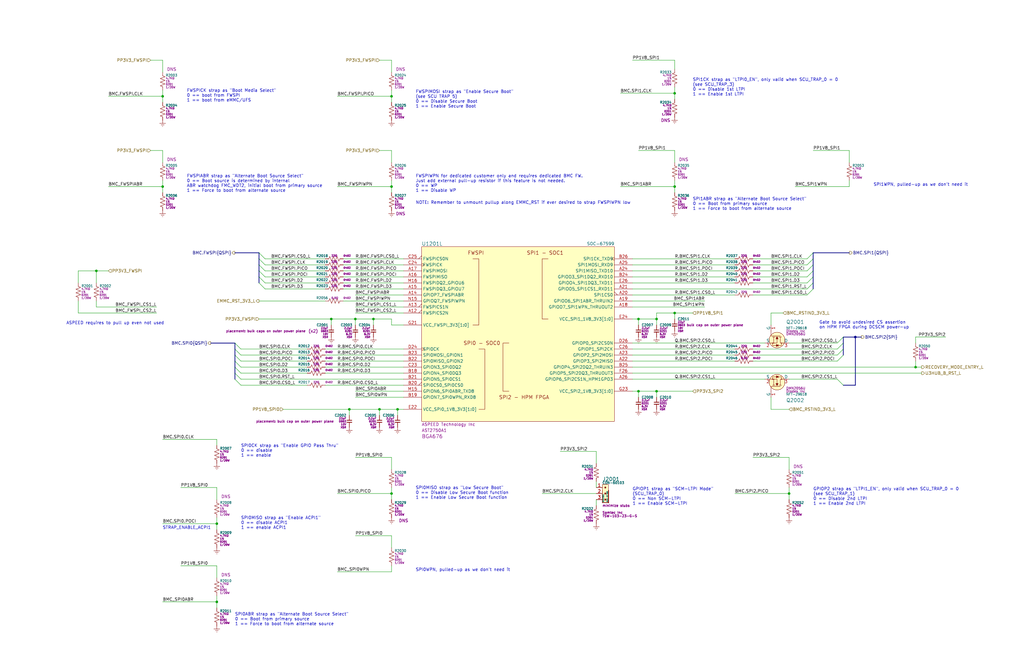
<source format=kicad_sch>
(kicad_sch (version 20231120) (generator "eeschema") (generator_version "8.0")
  (paper "B")
  (title_block (title "${PROJ}") (rev "${REV}") (company "${RPN}") (comment 1 "SPI"))
  (lib_symbols
    (symbol "BOM items:BOM-97789" (pin_numbers hide) (exclude_from_sim yes) (on_board no)
      (property "Reference" "BOM" (at -2.4 1.11 0))
      (property "Value" "BOM-97789" (at -2.4 -1.115 0))
    )
    (symbol "Capacitors, ceramic, Murata:CCM-722AA" (pin_numbers hide) (pin_names (offset 0) hide)
      (property "Reference" "C" (at 1.27 2.54 0))
      (property "val" "2.2µF" (at 1.27 1.27 0))
      (property "pkg" "0201" (at 1.27 0 0))
      (property "volt" "6.3V" (at 1.27 -1.27 0))
      (property "type" "X5R" (at 1.27 -2.54 0))
      (symbol "CCM-722AA_1_1"
        (pin passive line (at 0 2.54 270) (length 2.032) (name "~") (number "1"))
        (pin passive line (at 0 -2.54 90) (length 2.032) (name "~") (number "2"))
      )
    )
    (symbol "Capacitors, ceramic, Murata:CCM-822CC" (pin_numbers hide) (pin_names (offset 0) hide)
      (property "Reference" "C" (at 1.27 2.54 0))
      (property "val" "22µF" (at 1.27 1.27 0))
      (property "pkg" "0603" (at 1.27 0 0))
      (property "volt" "10V" (at 1.27 -1.27 0))
      (property "type" "X5R" (at 1.27 -2.54 0))
      (symbol "CCM-822CC_1_1"
        (pin passive line (at 0 2.54 270) (length 2.032) (name "~") (number "1"))
        (pin passive line (at 0 -2.54 90) (length 2.032) (name "~") (number "2"))
      )
    )
    (symbol "Connectors:CON-60103" (pin_names hide)
      (property "Reference" "J" (at 2.54 5.21 0))
      (property "Value" "CON-60103" (at 2.54 3.96 0))
      (property "mfr" "Samtec Inc" (at 2.54 -5.23 0))
      (property "mpn" "TSW-103-23-G-S" (at 2.54 -6.68 0))
      (symbol "CON-60103_1_1"
        (pin passive line (at 0 2.54 0) (length 2.54) (name "~") (number "1"))
        (pin passive line (at 0 0 0) (length 2.54) (name "~") (number "2"))
        (pin passive line (at 0 -2.54 0) (length 2.54) (name "~") (number "3"))
      )
    )
    (symbol "FETs and transistors:NFT-29618" (pin_names (offset 0))
      (property "Reference" "Q" (at -2.54 4.445 0))
      (property "Value" "NFT-29618" (at 2.54 5.08 0))
      (property "mfr" "Diodes Inc" (at 2.54 3.175 0))
      (property "mpn" "DMN2056U" (at 2.54 1.27 0))
      (property "Ids" "4A" (at 2.54 -0.635 0))
      (property "Vds" "20V" (at 6.985 -0.635 0))
      (property "pkg" "SOT23-3" (at 2.54 -2.54 0))
      (symbol "NFT-29618_1_1"
        (pin input line (at -7.62 -2.54 0) (length 2.54) (name "G") (number "1"))
        (pin passive line (at 0 -5.08 90) (length 2.54) (name "S") (number "2"))
        (pin passive line (at 0 5.08 270) (length 2.54) (name "D") (number "3"))
      )
    )
    (symbol "Power:GND" (power) (pin_names (offset 0)) (in_bom no) (on_board no)
      (symbol "GND_1_1"
        (pin power_in line (at 0 0 270) (length 0) hide (name "GND") (number "1"))
      )
    )
    (symbol "Resistors:RES-0000B" (pin_numbers hide) (pin_names (offset 0) hide)
      (property "Reference" "R" (at 1.27 2.54 0))
      (property "val" "0.0Ω" (at 1.27 1.27 0))
      (property "tol" "<20mΩ" (at 1.27 0 0))
      (property "pkg" "0402" (at 1.27 -1.27 0))
      (property "pwr" "1.5A" (at 1.27 -2.54 0))
      (symbol "RES-0000B_1_1"
        (pin passive line (at 0 3.81 270) (length 1.27) (name "~") (number "1"))
        (pin passive line (at 0 -3.81 90) (length 1.27) (name "~") (number "2"))
      )
    )
    (symbol "Resistors:RES-2220B" (pin_numbers hide) (pin_names (offset 0) hide)
      (property "Reference" "R" (at 1.27 2.54 0))
      (property "val" "22Ω" (at 1.27 1.27 0))
      (property "tol" "1%" (at 1.27 0 0))
      (property "pkg" "0402" (at 1.27 -1.27 0))
      (property "pwr" "1/16W" (at 1.27 -2.54 0))
      (symbol "RES-2220B_1_1"
        (pin passive line (at 0 3.81 270) (length 1.27) (name "~") (number "1"))
        (pin passive line (at 0 -3.81 90) (length 1.27) (name "~") (number "2"))
      )
    )
    (symbol "Resistors:RES-4470A" (pin_numbers hide) (pin_names (offset 0) hide)
      (property "Reference" "R" (at 1.27 2.54 0))
      (property "val" "4.7KΩ" (at 1.27 1.27 0))
      (property "tol" "1%" (at 1.27 0 0))
      (property "pkg" "0201" (at 1.27 -1.27 0))
      (property "pwr" "1/20W" (at 1.27 -2.54 0))
      (symbol "RES-4470A_1_1"
        (pin passive line (at 0 3.81 270) (length 1.27) (name "~") (number "1"))
        (pin passive line (at 0 -3.81 90) (length 1.27) (name "~") (number "2"))
      )
    )
    (symbol "SoCs, non-Rivos:SOC-67599"
      (property "Reference" "U" (at -17.78 57.15 0))
      (property "Value" "SOC-67599" (at 17.78 57.15 0))
      (property "mfr" "ASPEED Technology Inc" (at -17.78 -58.42 0))
      (property "mpn" "AST2750A1" (at -17.78 -60.96 0))
      (property "pkg" "BGA676" (at -17.78 -63.5 0))
      (symbol "SOC-67599_1_1"
        (text "PCIe0" (at -8.89 22.86 0) (effects (font (size 1.524 1.524)) (justify left)))
        (text "PCIe1" (at 2.54 22.86 0) (effects (font (size 1.524 1.524)) (justify left)))
        (pin input line (at -27.94 20.32 0) (length 7.62) (name "PE0CK_P") (number "AA10"))
        (pin passive line (at -27.94 -20.32 0) (length 7.62) hide (name "VCC_PEG4_1V8[1:0]") (number "AA7"))
        (pin power_in line (at -27.94 -10.16 0) (length 7.62) (name "VCC_PEG4_0V8[1:0]") (number "AA8"))
        (pin input inverted_clock (at 27.94 17.78 180) (length 7.62) (name "PE1CK_N") (number "AA9"))
        (pin input inverted_clock (at -27.94 17.78 0) (length 7.62) (name "PE0CK_N") (number "AB10"))
        (pin passive line (at -27.94 -10.16 0) (length 7.62) hide (name "VCC_PEG4_0V8[1:0]") (number "AB8"))
        (pin input inverted (at 27.94 2.54 180) (length 7.62) (name "PE1RX_N") (number "AC7"))
        (pin output inverted (at 27.94 10.16 180) (length 7.62) (name "PE1TX_N") (number "AC9"))
        (pin input line (at 27.94 -10.16 180) (length 7.62) (name "PCIEREF") (number "AD11"))
        (pin input line (at 27.94 5.08 180) (length 7.62) (name "PE1RX_P") (number "AD7"))
        (pin output line (at 27.94 12.7 180) (length 7.62) (name "PE1TX_P") (number "AD9"))
        (pin output line (at -27.94 12.7 0) (length 7.62) (name "PE0TX_P") (number "AE10"))
        (pin bidirectional line (at 27.94 -2.54 180) (length 7.62) (name "PCIE1RSTN1v8") (number "AE3"))
        (pin input line (at -27.94 5.08 0) (length 7.62) (name "PE0RX_P") (number "AE8"))
        (pin output inverted (at -27.94 10.16 0) (length 7.62) (name "PE0TX_N") (number "AF10"))
        (pin bidirectional line (at -27.94 -2.54 0) (length 7.62) (name "PCIE0RSTN1v8") (number "AF2"))
        (pin input inverted (at -27.94 2.54 0) (length 7.62) (name "PE0RX_N") (number "AF8"))
        (pin power_in line (at -27.94 -20.32 0) (length 7.62) (name "VCC_PEG4_1V8[1:0]") (number "Y8"))
        (pin input line (at 27.94 20.32 180) (length 7.62) (name "PE1CK_P") (number "Y9"))
      )
      (symbol "SOC-67599_2_1"
        (text "DP HBR" (at 0 11.43 0) (effects (font (size 1.524 1.524))))
        (pin input line (at 27.94 -8.89 180) (length 7.62) (name "DPHPD1v8") (number "AA6"))
        (pin power_in line (at -27.94 -8.89 0) (length 7.62) (name "VCC_DP_VCC12A_1V2") (number "AB5"))
        (pin power_in line (at -27.94 1.27 0) (length 7.62) (name "VCC_DP_VCC18A_1V8") (number "AB6"))
        (pin bidirectional inverted (at -27.94 6.35 0) (length 7.62) (name "DPAUX_N") (number "AC5"))
        (pin bidirectional line (at -27.94 8.89 0) (length 7.62) (name "DPAUX_P") (number "AD5"))
        (pin output inverted (at 27.94 -1.27 180) (length 7.62) (name "DPMLTX1_N") (number "AE5"))
        (pin output inverted (at 27.94 6.35 180) (length 7.62) (name "DPMLTX0_N") (number "AE6"))
        (pin output line (at 27.94 1.27 180) (length 7.62) (name "DPMLTX1_P") (number "AF5"))
        (pin output line (at 27.94 8.89 180) (length 7.62) (name "DPMLTX0_P") (number "AF6"))
      )
      (symbol "SOC-67599_3_1"
        (text "DDR4/DDR5" (at 0 53.34 0) (effects (font (size 1.524 1.524))))
        (pin output line (at 25.4 43.18 180) (length 7.62) (name "DDR5CK_P") (number "AA1"))
        (pin output inverted_clock (at 25.4 40.64 180) (length 7.62) (name "DDR5CK_N") (number "AA2"))
        (pin bidirectional line (at 25.4 -5.08 180) (length 7.62) (name "DDR4CA10") (number "AA4"))
        (pin output inverted_clock (at 25.4 48.26 180) (length 7.62) (name "DDR4CK_N") (number "AB1"))
        (pin output line (at 25.4 50.8 180) (length 7.62) (name "DDR4CK_P") (number "AB2"))
        (pin bidirectional line (at 25.4 35.56 180) (length 7.62) (name "DDR4BA0") (number "AB3"))
        (pin bidirectional line (at 25.4 33.02 180) (length 7.62) (name "DDR4BA1") (number "AC1"))
        (pin output output_low (at 25.4 -22.86 180) (length 7.62) (name "DDR4CASN") (number "AC3"))
        (pin bidirectional line (at 25.4 -12.7 180) (length 7.62) (name "DDR4CA13") (number "AD1"))
        (pin output output_low (at 25.4 -27.94 180) (length 7.62) (name "DDR4RASN") (number "AD2"))
        (pin output output_low (at 25.4 -40.64 180) (length 7.62) (name "DDR4CSN") (number "AD3"))
        (pin output output_low (at 25.4 -25.4 180) (length 7.62) (name "DDR4WEN") (number "AE1"))
        (pin output line (at 25.4 -45.72 180) (length 7.62) (name "DDR_ODT") (number "AE2"))
        (pin bidirectional inverted (at -25.4 33.02 0) (length 7.62) (name "DDRDQS0_N") (number "G1"))
        (pin bidirectional line (at -25.4 35.56 0) (length 7.62) (name "DDRDQS0_P") (number "G2"))
        (pin bidirectional line (at -25.4 22.86 0) (length 7.62) (name "DDRDQ0") (number "G3"))
        (pin bidirectional line (at -25.4 15.24 0) (length 7.62) (name "DDRDQ3") (number "H3"))
        (pin bidirectional line (at -25.4 20.32 0) (length 7.62) (name "DDRDQ1") (number "H4"))
        (pin bidirectional line (at -25.4 7.62 0) (length 7.62) (name "DDRDQ6") (number "J1"))
        (pin output line (at -25.4 27.94 0) (length 7.62) (name "DDRDM0") (number "J2"))
        (pin bidirectional line (at -25.4 12.7 0) (length 7.62) (name "DDRDQ4") (number "J3"))
        (pin bidirectional line (at -25.4 17.78 0) (length 7.62) (name "DDRDQ2") (number "J4"))
        (pin bidirectional line (at -25.4 5.08 0) (length 7.62) (name "DDRDQ7") (number "K2"))
        (pin bidirectional line (at -25.4 10.16 0) (length 7.62) (name "DDRDQ5") (number "K3"))
        (pin bidirectional line (at -25.4 -12.7 0) (length 7.62) (name "DDRDQ8") (number "L3"))
        (pin bidirectional inverted (at -25.4 -2.54 0) (length 7.62) (name "DDRDQS1_N") (number "M1"))
        (pin bidirectional line (at -25.4 0 0) (length 7.62) (name "DDRDQS1_P") (number "M2"))
        (pin bidirectional line (at -25.4 -15.24 0) (length 7.62) (name "DDRDQ9") (number "M3"))
        (pin bidirectional line (at -25.4 -20.32 0) (length 7.62) (name "DDRDQ11") (number "M4"))
        (pin bidirectional line (at -25.4 -25.4 0) (length 7.62) (name "DDRDQ13") (number "N1"))
        (pin bidirectional line (at -25.4 -17.78 0) (length 7.62) (name "DDRDQ10") (number "N2"))
        (pin output line (at -25.4 -7.62 0) (length 7.62) (name "DDRDM1") (number "N3"))
        (pin bidirectional line (at -25.4 -30.48 0) (length 7.62) (name "DDRDQ15") (number "P1"))
        (pin bidirectional line (at -25.4 -27.94 0) (length 7.62) (name "DDRDQ14") (number "P3"))
        (pin bidirectional line (at -25.4 -22.86 0) (length 7.62) (name "DDRDQ12") (number "P4"))
        (pin bidirectional line (at 25.4 -17.78 180) (length 7.62) (name "DDR4CKE_DDR5CSN") (number "R2"))
        (pin output output_low (at 25.4 -38.1 180) (length 7.62) (name "DDR4ACTN_DDR5CA2") (number "R3"))
        (pin bidirectional line (at 25.4 25.4 180) (length 7.62) (name "DDR4BG1_DDR5CA1") (number "R4"))
        (pin bidirectional line (at 25.4 2.54 180) (length 7.62) (name "DDR4CA7_DDR5CA6") (number "T1"))
        (pin bidirectional line (at 25.4 27.94 180) (length 7.62) (name "DDR4BG0_DDR5CA0") (number "T2"))
        (pin open_collector line (at 25.4 -33.02 180) (length 7.62) (name "DDR_ALERTN") (number "T4"))
        (pin bidirectional line (at 25.4 -2.54 180) (length 7.62) (name "DDR4CA9_DDR5CA3") (number "U1"))
        (pin bidirectional line (at 25.4 -10.16 180) (length 7.62) (name "DDR4CA12_DDR5CA4") (number "U2"))
        (pin bidirectional line (at 25.4 -7.62 180) (length 7.62) (name "DDR4CA11_DDR5CA5") (number "U3"))
        (pin bidirectional line (at 25.4 5.08 180) (length 7.62) (name "DDR4CA6_DDR5CA8") (number "U4"))
        (pin bidirectional line (at 25.4 0 180) (length 7.62) (name "DDR4CA8_DDR5CA7") (number "V1"))
        (pin bidirectional line (at 25.4 10.16 180) (length 7.62) (name "DDR4CA4_DDR5CA10") (number "V3"))
        (pin bidirectional line (at 25.4 15.24 180) (length 7.62) (name "DDR4CA2_DDR5CA12") (number "V4"))
        (pin output line (at -25.4 -48.26 0) (length 7.62) (name "DDRATO") (number "V5"))
        (pin bidirectional line (at 25.4 12.7 180) (length 7.62) (name "DDR4CA3_DDR5CA11") (number "W1"))
        (pin bidirectional line (at 25.4 7.62 180) (length 7.62) (name "DDR4CA5_DDR5CA9") (number "W2"))
        (pin bidirectional line (at 25.4 20.32 180) (length 7.62) (name "DDR4CA0") (number "W3"))
        (pin input line (at 25.4 -50.8 180) (length 7.62) (name "DDR_ZN") (number "W4"))
        (pin bidirectional line (at 25.4 17.78 180) (length 7.62) (name "DDR4CA1_DDR5CA13") (number "Y1"))
        (pin output output_low (at 25.4 -35.56 180) (length 7.62) (name "DDRRESETN") (number "Y2"))
        (pin output line (at -25.4 -50.8 0) (length 7.62) (name "DDRDTO") (number "Y3"))
      )
      (symbol "SOC-67599_4_1"
        (text "UFS 2.1" (at 0 13.97 0) (effects (font (size 1.524 1.524))))
        (pin output line (at 27.94 11.43 180) (length 7.62) (name "UFSTX0_P") (number "A2"))
        (pin input line (at 27.94 -8.89 180) (length 7.62) (name "UFSRX1_P") (number "B1"))
        (pin output inverted (at 27.94 8.89 180) (length 7.62) (name "UFSTX0_N") (number "B2"))
        (pin input inverted (at 27.94 -11.43 180) (length 7.62) (name "UFSRX1_N") (number "C1"))
        (pin output line (at 27.94 6.35 180) (length 7.62) (name "UFSTX1_P") (number "C2"))
        (pin input line (at 27.94 -3.81 180) (length 7.62) (name "UFSRX0_P") (number "D1"))
        (pin output inverted (at 27.94 3.81 180) (length 7.62) (name "UFSTX1_N") (number "D2"))
        (pin input inverted (at 27.94 -6.35 180) (length 7.62) (name "UFSRX0_N") (number "E1"))
        (pin output clock (at -27.94 11.43 0) (length 7.62) (name "UFSREFCK1v2") (number "E2"))
        (pin output output_low (at -27.94 6.35 0) (length 7.62) (name "UFSRSTN1v2") (number "F2"))
        (pin power_in line (at -27.94 -11.43 0) (length 7.62) (name "VCC_UFS_0V8") (number "K7"))
        (pin power_in line (at -27.94 -1.27 0) (length 7.62) (name "VCC_UFS_1V8") (number "L8"))
      )
      (symbol "SOC-67599_5_1"
        (text "USB2C supports USB-to-UART\n(access to UART11 and UART12)" (at -5.08 16.51 0) (effects (font (size 1 1)) (justify left)))
        (text "USB3.1 Gen2" (at 0 39.37 0) (effects (font (size 1.524 1.524))))
        (pin output inverted (at -27.94 34.29 0) (length 7.62) (name "USB3ATX_N") (number "A3"))
        (pin bidirectional line (at 27.94 29.21 180) (length 7.62) (name "USB2B_P") (number "A4"))
        (pin input inverted (at -27.94 11.43 0) (length 7.62) (name "USB3BRX_N") (number "A5"))
        (pin output line (at -27.94 36.83 0) (length 7.62) (name "USB3ATX_P") (number "B3"))
        (pin bidirectional inverted (at 27.94 26.67 180) (length 7.62) (name "USB2B_N") (number "B4"))
        (pin input line (at -27.94 13.97 0) (length 7.62) (name "USB3BRX_P") (number "B5"))
        (pin bidirectional line (at 27.94 36.83 180) (length 7.62) (name "USB2A_P") (number "C3"))
        (pin input line (at -27.94 29.21 0) (length 7.62) (name "USB3ARX_P") (number "C5"))
        (pin bidirectional inverted (at 27.94 34.29 180) (length 7.62) (name "USB2A_N") (number "D3"))
        (pin input inverted (at -27.94 26.67 0) (length 7.62) (name "USB3ARX_N") (number "D5"))
        (pin input line (at 27.94 -31.75 180) (length 7.62) (name "USB2ATXRTUNE") (number "E3"))
        (pin input line (at -27.94 -31.75 0) (length 7.62) (name "USB3RESREF") (number "E4"))
        (pin output line (at -27.94 21.59 0) (length 7.62) (name "USB3BTX_P") (number "E6"))
        (pin input line (at 27.94 -36.83 180) (length 7.62) (name "USB2BTXRTUNE") (number "F5"))
        (pin output inverted (at -27.94 19.05 0) (length 7.62) (name "USB3BTX_N") (number "F6"))
        (pin power_in line (at 27.94 3.81 180) (length 7.62) (name "VCCA_USB2C_3V3") (number "G15"))
        (pin input clock (at -27.94 6.35 0) (length 7.62) (name "USB25CK_P") (number "G6"))
        (pin bidirectional line (at 27.94 21.59 180) (length 7.62) (name "USB2C_P") (number "H15"))
        (pin input inverted_clock (at -27.94 3.81 0) (length 7.62) (name "USB25CK_N") (number "H6"))
        (pin bidirectional inverted (at 27.94 19.05 180) (length 7.62) (name "USB2C_N") (number "J15"))
        (pin power_in line (at 27.94 6.35 180) (length 7.62) (name "VCC_USB2_3V3") (number "J7"))
        (pin power_in line (at -27.94 -8.89 0) (length 7.62) (name "VCC_USB3_1V8[1:0]") (number "K10"))
        (pin power_in line (at 27.94 -19.05 180) (length 7.62) (name "VCC_USB2_0V8") (number "K11"))
        (pin power_in line (at 27.94 1.27 180) (length 7.62) (name "VCCA_USB2D_3V3") (number "K14"))
        (pin bidirectional line (at 27.94 13.97 180) (length 7.62) (name "USB2D_P") (number "K15"))
        (pin power_in line (at -27.94 -19.05 0) (length 7.62) (name "VCC_USB3_0V8[1:0]") (number "K9"))
        (pin passive line (at -27.94 -8.89 0) (length 7.62) hide (name "VCC_USB3_1V8[1:0]") (number "L10"))
        (pin power_in line (at 27.94 -8.89 180) (length 7.62) (name "VCC_USB2_1V8") (number "L11"))
        (pin bidirectional inverted (at 27.94 11.43 180) (length 7.62) (name "USB2D_N") (number "L15"))
        (pin passive line (at -27.94 -19.05 0) (length 7.62) hide (name "VCC_USB3_0V8[1:0]") (number "L9"))
      )
      (symbol "SOC-67599_6_1"
        (text "eMMC" (at -5.08 36.83 0) (effects (font (size 1.524 1.524))))
        (text "JTAG0 (M/S)" (at 7.62 29.21 0) (effects (font (size 1.524 1.524)) (justify left)))
        (text "JTAG1 (M)" (at 1.27 12.7 0) (effects (font (size 1.524 1.524)) (justify left)))
        (text "LTPI1 Rx" (at 10.16 -24.13 0) (effects (font (size 1.524 1.524)) (justify left)))
        (text "LTPI1 Tx" (at 10.16 -8.89 0) (effects (font (size 1.524 1.524)) (justify left)))
        (text "LTPI2 Rx" (at -10.16 -24.13 0) (effects (font (size 1.524 1.524)) (justify right)))
        (text "LTPI2 Tx" (at -10.16 -8.89 0) (effects (font (size 1.524 1.524)) (justify right)))
        (pin input line (at 45.72 29.21 180) (length 7.62) (name "TMS01v8") (number "AA5"))
        (pin bidirectional line (at -45.72 21.59 0) (length 7.62) (name "EMMCDAT3_GPIO18A5") (number "AB13"))
        (pin input input_low (at -45.72 1.27 0) (length 7.62) (name "EMMCCDN_VB0CSN_GPIO18A6") (number "AB14"))
        (pin bidirectional line (at -45.72 13.97 0) (length 7.62) (name "EMMCDAT5_VB0MISO_GPIO18B1_UFSCLKI") (number "AC13"))
        (pin output clock (at -45.72 34.29 0) (length 7.62) (name "EMMCCLK_VB1CSN_GPIO18A0") (number "AC14"))
        (pin input inverted (at 45.72 -29.21 180) (length 7.62) (name "LTPI1RX_N") (number "AC21"))
        (pin output line (at 45.72 -11.43 180) (length 7.62) (name "LTPI1TX_P") (number "AC23"))
        (pin bidirectional line (at -45.72 11.43 0) (length 7.62) (name "EMMCDAT6_DDCCLK_GPIO18B2") (number "AD13"))
        (pin bidirectional line (at -45.72 29.21 0) (length 7.62) (name "EMMCDAT0_VB1MOSI_GPIO18A2") (number "AD14"))
        (pin input line (at 45.72 -26.67 180) (length 7.62) (name "LTPI1RX_P") (number "AD21"))
        (pin output inverted (at 45.72 -13.97 180) (length 7.62) (name "LTPI1TX_N") (number "AD23"))
        (pin input input_low (at 45.72 34.29 180) (length 7.62) (name "NTRST01v8") (number "AD4"))
        (pin bidirectional line (at -45.72 8.89 0) (length 7.62) (name "EMMCDAT7_DDCDAT_GPIO18B3") (number "AE13"))
        (pin bidirectional line (at -45.72 26.67 0) (length 7.62) (name "EMMCDAT1_VB1MISO_GPIO18A3") (number "AE14"))
        (pin bidirectional line (at -45.72 3.81 0) (length 7.62) (name "EMMCCMD_VB1CK_GPIO18A1") (number "AE15"))
        (pin input inverted_clock (at 45.72 -21.59 180) (length 7.62) (name "LTPI1RXCK_N") (number "AE22"))
        (pin output inverted (at 45.72 -6.35 180) (length 7.62) (name "LTPI1TXCK_N") (number "AE24"))
        (pin input line (at 45.72 24.13 180) (length 7.62) (name "TDI01v8") (number "AE4"))
        (pin bidirectional line (at -45.72 16.51 0) (length 7.62) (name "EMMCDAT4_VB0MOSI_GPIO18B0") (number "AF13"))
        (pin bidirectional line (at -45.72 24.13 0) (length 7.62) (name "EMMCDAT2_GPIO18A4") (number "AF14"))
        (pin input clock (at 45.72 -19.05 180) (length 7.62) (name "LTPI1RXCK_P") (number "AF22"))
        (pin output line (at 45.72 -3.81 180) (length 7.62) (name "LTPI1TXCK_P") (number "AF24"))
        (pin input clock (at 45.72 31.75 180) (length 7.62) (name "TCK01v8") (number "AF3"))
        (pin output line (at 45.72 26.67 180) (length 7.62) (name "TDO01v8") (number "AF4"))
        (pin output output_low (at 45.72 19.05 180) (length 7.62) (name "GPIOQ2_MNTRST13v3") (number "D12"))
        (pin output line (at 45.72 13.97 180) (length 7.62) (name "GPIOQ4_MTMS13v3") (number "E11"))
        (pin output line (at 45.72 16.51 180) (length 7.62) (name "GPIOQ3_MTCK13v3") (number "F10"))
        (pin output line (at 45.72 11.43 180) (length 7.62) (name "GPIOQ5_MTDI13v3") (number "F11"))
        (pin input line (at 45.72 8.89 180) (length 7.62) (name "GPIOQ6_MTDO13v3") (number "F13"))
        (pin power_in line (at 45.72 3.81 180) (length 7.62) (name "VCC_BMC_3V3[3:0]") (number "G13"))
        (pin power_in line (at -45.72 -34.29 0) (length 7.62) (name "VCC_LTPIIO2_1V8[1:0]") (number "P19"))
        (pin power_in line (at 45.72 -34.29 180) (length 7.62) (name "VCC_LTPIIO_1V8[1:0]") (number "P20"))
        (pin passive line (at 45.72 -34.29 180) (length 7.62) hide (name "VCC_LTPIIO_1V8[1:0]") (number "P21"))
        (pin passive line (at -45.72 -34.29 0) (length 7.62) hide (name "VCC_LTPIIO2_1V8[1:0]") (number "R20"))
        (pin output inverted (at -45.72 -6.35 0) (length 7.62) (name "LTPI2TXCK_N") (number "T25"))
        (pin output line (at -45.72 -3.81 0) (length 7.62) (name "LTPI2TXCK_P") (number "T26"))
        (pin output inverted (at -45.72 -13.97 0) (length 7.62) (name "LTPI2TX_N") (number "U23"))
        (pin output line (at -45.72 -11.43 0) (length 7.62) (name "LTPI2TX_P") (number "U24"))
        (pin input inverted_clock (at -45.72 -21.59 0) (length 7.62) (name "LTPI2RXCK_N") (number "V25"))
        (pin input clock (at -45.72 -19.05 0) (length 7.62) (name "LTPI2RXCK_P") (number "V26"))
        (pin input inverted (at -45.72 -29.21 0) (length 7.62) (name "LTPI2RX_N") (number "W23"))
        (pin input line (at -45.72 -26.67 0) (length 7.62) (name "LTPI2RX_P") (number "W24"))
      )
      (symbol "SOC-67599_7_1"
        (text "eSPI0/1" (at 0 13.97 0) (effects (font (size 1.524 1.524))))
        (pin input input_low (at -58.42 3.81 0) (length 7.62) (name "ESPI0CSN_L0FRAMEN_GPIOM5") (number "B13"))
        (pin bidirectional line (at -58.42 -6.35 0) (length 7.62) (name "ESPI0D3_L0AD3_GPIOM3") (number "B14"))
        (pin bidirectional line (at -58.42 -3.81 0) (length 7.62) (name "ESPI0D2_L0AD2_GPIOM2") (number "B15"))
        (pin bidirectional line (at -58.42 1.27 0) (length 7.62) (name "ESPI0D0_L0AD0_GPIOM0") (number "B16"))
        (pin open_collector line (at 58.42 6.35 180) (length 7.62) (name "ESPI1ALTN_L1SIRQN_SD0CMD_GPIOA2_SDA3_VPIVS") (number "C11"))
        (pin bidirectional line (at 58.42 -3.81 180) (length 7.62) (name "ESPI1D2_L1AD2_SD0DAT2_GPIOA6_SDA2") (number "C12"))
        (pin bidirectional line (at 58.42 -6.35 180) (length 7.62) (name "ESPI1D3_L1AD3_SD0DAT3_GPIOA7_SCL3") (number "C13"))
        (pin input input_low (at 58.42 8.89 180) (length 7.62) (name "ESPI1RSTN_LPC1RSTN_SD0CDN_GPIOA1_SCL1_VPIHS") (number "C14"))
        (pin input input_low (at -58.42 8.89 0) (length 7.62) (name "ESPI0RSTN_LPC0RSTN_GPIOM7") (number "C15"))
        (pin input clock (at 58.42 11.43 180) (length 7.62) (name "ESPI1CK_L1CLK_SD0CLK_GPIOA0_SCL0_VPICLK") (number "C16"))
        (pin input clock (at -58.42 11.43 0) (length 7.62) (name "ESPI0CK_L0CLK_OSCCLK_GPIOM4") (number "C17"))
        (pin bidirectional line (at 58.42 -1.27 180) (length 7.62) (name "ESPI1D1_L1AD1_SD0DAT1_GPIOA5_SCL2_VPIR1") (number "D10"))
        (pin bidirectional line (at -58.42 -1.27 0) (length 7.62) (name "ESPI0D1_L0AD1_GPIOM1") (number "D14"))
        (pin input input_low (at 58.42 3.81 180) (length 7.62) (name "ESPI1CSN_L1FRAMEN_SD0WPN_GPIOA3_SDA0_VPIDE") (number "D9"))
        (pin open_collector line (at -58.42 6.35 0) (length 7.62) (name "ESPI0ALTN_L0SIRQN_GPIOM6") (number "E14"))
        (pin bidirectional line (at 58.42 1.27 180) (length 7.62) (name "ESPI1D0_L1AD0_SD0DAT0_GPIOA4_SDA1_VPIR0") (number "F14"))
        (pin power_in line (at 58.42 -11.43 180) (length 7.62) (name "VCC_ESPI1_1V8_3V3") (number "G17"))
        (pin power_in line (at -58.42 -11.43 0) (length 7.62) (name "VCC_ESPI0_1V8_3V3") (number "G18"))
      )
      (symbol "SOC-67599_8_1"
        (text "AST27x0A1: BOOT_FROM_UART strap at pin W16\n0: Disable (int. pulldown)\n1: Enable (ext. pullup required)" (at -29.21 -17.78 0) (effects (font (size 1 1)) (justify left)))
        (text "AST27x0A1: HeartBeat LED function strap at pin AC16\n0: Enable (int. pulldown)\n1: Disable (ext. pullup required)" (at -36.83 12.7 0) (effects (font (size 1 1)) (justify left)))
        (text "AST27x0A1: LTPI CRC mode sel. strap at pin AA14\n0: CRC option 1 (int. pulldown)\n1: CRC option 2" (at -29.21 -11.43 0) (effects (font (size 1 1)) (justify left)))
        (text "Debug / Boot from UART" (at -6.35 -26.67 0) (effects (font (size 1.524 1.524)) (justify left)))
        (text "UART / GPIO" (at -1.27 33.02 0) (effects (font (size 1.524 1.524))))
        (pin bidirectional line (at -52.07 -7.62 0) (length 7.62) (name "GPIOF5_NRTS1") (number "AA14"))
        (pin bidirectional line (at -52.07 5.08 0) (length 7.62) (name "GPIOF0_NCTS1_SIOONCTRLN1_HPM1GPO0") (number "AA15"))
        (pin bidirectional line (at -52.07 27.94 0) (length 7.62) (name "GPIOE1_NDCD0_SIOPBIN1") (number "AA16"))
        (pin bidirectional line (at 52.07 20.32 180) (length 7.62) (name "GPIOG3_RXD3_WDTRST1N_PWM9_SDA12_SM1CLKI") (number "AA17"))
        (pin bidirectional line (at -52.07 2.54 0) (length 7.62) (name "GPIOF1_NDCD1_SIOPWRGD1_HPM1GPO1") (number "AB15"))
        (pin bidirectional line (at -52.07 17.78 0) (length 7.62) (name "GPIOE5_NRTS0_SIOPWREQN1") (number "AB16"))
        (pin output line (at 52.07 7.62 180) (length 7.62) (name "TXD5_GPIOG4_WDTRST2N_PWM10_SCL13_SM1MOSII") (number "AB17"))
        (pin bidirectional line (at 52.07 30.48 180) (length 7.62) (name "GPIOG0_TXD2") (number "AB18"))
        (pin bidirectional line (at -52.07 0 0) (length 7.62) (name "GPIOF2_NDSR1_SALT2") (number "AC15"))
        (pin output line (at -52.07 15.24 0) (length 7.62) (name "TXD0") (number "AC16"))
        (pin bidirectional line (at 52.07 0 180) (length 7.62) (name "GPIOG6_TXD6_PWM12_SALT0_SCL14_SM1IO2I") (number "AC17"))
        (pin bidirectional line (at 52.07 27.94 180) (length 7.62) (name "GPIOG1_RXD2_SCL12") (number "AC18"))
        (pin output line (at 52.07 15.24 180) (length 7.62) (name "TXD41v8") (number "AD12"))
        (pin bidirectional line (at -52.07 -2.54 0) (length 7.62) (name "GPIOF3_NRI1_SALT3") (number "AD15"))
        (pin input line (at 52.07 5.08 180) (length 7.62) (name "RXD5_GPIOG5_WDTRST3N_PWM11_SDA13_SM1MISOI") (number "AD16"))
        (pin bidirectional line (at 52.07 -2.54 180) (length 7.62) (name "GPIOG7_RXD6_PWM13_SALT1_SDA14_SM1IO3I") (number "AD17"))
        (pin input line (at 52.07 12.7 180) (length 7.62) (name "RXD41v8") (number "AE12"))
        (pin bidirectional line (at 52.07 -5.08 180) (length 7.62) (name "GPIOH0_TXD7_PWM14_SCL15_SM1CS0NO") (number "AE16"))
        (pin bidirectional line (at 52.07 -7.62 180) (length 7.62) (name "GPIOH1_RXD7_PWM15_SDA15_SM1MUXSEL") (number "AE17"))
        (pin input line (at -52.07 12.7 0) (length 7.62) (name "RXD0") (number "AF16"))
        (pin bidirectional line (at -52.07 30.48 0) (length 7.62) (name "GPIOE0_NCTS0_SIOPBON1") (number "AF17"))
        (pin output line (at 52.07 -22.86 180) (length 7.62) (name "BMCUART_TXD12") (number "D11"))
        (pin input line (at 52.07 -25.4 180) (length 7.62) (name "BMCUART_RXD12") (number "D13"))
        (pin power_in line (at 52.07 -30.48 180) (length 7.62) (name "VCC_BMC_3V3[3:0]") (number "G14"))
        (pin power_in line (at 52.07 -12.7 180) (length 7.62) (name "VCC_PG2_1V8_3V3[1:0]") (number "H16"))
        (pin bidirectional line (at -52.07 20.32 0) (length 7.62) (name "GPIOE4_NDTR0_SIOS5N1") (number "J13"))
        (pin passive line (at 52.07 -12.7 180) (length 7.62) hide (name "VCC_PG2_1V8_3V3[1:0]") (number "J16"))
        (pin bidirectional line (at 52.07 22.86 180) (length 7.62) (name "GPIOG2_TXD3_WDTRST0N_PWM8_SM1CS0NI") (number "K13"))
        (pin power_in line (at -52.07 -22.86 0) (length 7.62) (name "VCC_SYSUART_1V8_3V3[1:0]") (number "K16"))
        (pin passive line (at -52.07 -22.86 0) (length 7.62) hide (name "VCC_SYSUART_1V8_3V3[1:0]") (number "L16"))
        (pin bidirectional line (at -52.07 -12.7 0) (length 7.62) (name "GPIOF7_RXD1") (number "V16"))
        (pin bidirectional line (at -52.07 22.86 0) (length 7.62) (name "GPIOE3_NRI0_SIOS3N1") (number "V17"))
        (pin bidirectional line (at -52.07 -10.16 0) (length 7.62) (name "GPIOF6_TXD1") (number "W16"))
        (pin bidirectional line (at -52.07 -5.08 0) (length 7.62) (name "GPIOF4_NDTR1_HPM1GPO2") (number "Y15"))
        (pin bidirectional line (at -52.07 25.4 0) (length 7.62) (name "GPIOE2_NDSR0_SIOSCIN1") (number "Y16"))
      )
      (symbol "SOC-67599_9_1"
        (text "MISC" (at 0 11.43 0) (effects (font (size 1.524 1.524))))
        (text "PECI" (at -1.27 -3.81 0) (effects (font (size 1.524 1.524)) (justify left)))
        (pin input input_low (at -33.02 3.81 0) (length 7.62) (name "SRSTN1v8") (number "AB11"))
        (pin input input_low (at -33.02 1.27 0) (length 7.62) (name "EXTRSTN1v8") (number "AB12"))
        (pin output output_low (at -33.02 -6.35 0) (length 7.62) (name "RSTIND1v8") (number "AB4"))
        (pin input line (at 33.02 8.89 180) (length 7.62) (name "ENTEST1v8") (number "AC11"))
        (pin input clock (at -33.02 8.89 0) (length 7.62) (name "CLKIN1v8") (number "AC12"))
        (pin bidirectional line (at 33.02 -1.27 180) (length 7.62) (name "PECI") (number "AD24"))
        (pin input input_low (at -33.02 -1.27 0) (length 7.62) (name "SSPRSTN1v8") (number "AF12"))
        (pin input input_low (at -33.02 -8.89 0) (length 7.62) (name "TSTRSTN") (number "AF15"))
        (pin power_in line (at 33.02 -6.35 180) (length 7.62) (name "VCC_PECIVDD_1V0") (number "L23"))
        (pin input input_low (at 33.02 3.81 180) (length 7.62) (name "CHASIN") (number "V15"))
      )
      (symbol "SOC-67599_10_1"
        (text "GPIO / TACH / PWM" (at 0 22.86 0) (effects (font (size 1.524 1.524))))
        (text "SCMGPO[11:0] will drive output 0 during power on until uboot \nconfiguration, make sure no harm to the peripherals connected." (at -49.53 -19.05 0) (effects (font (size 1 1)) (justify left)))
        (pin bidirectional line (at -58.42 17.78 0) (length 7.62) (name "GPIOB1_TACH1_THRUOUT0_SCMGPO1_VPIR3") (number "AA25"))
        (pin bidirectional line (at -58.42 15.24 0) (length 7.62) (name "GPIOB2_TACH2_THRUIN1_SCMGPO2_VPIR4") (number "AB23"))
        (pin bidirectional line (at 58.42 20.32 180) (length 7.62) (name "GPIOC2_TACH10_SALT12_NCTS6_SCMGPO10_VPIG4") (number "AB26"))
        (pin bidirectional line (at -58.42 20.32 0) (length 7.62) (name "GPIOB0_TACH0_THRUIN0_SCMGPO0_VPIR2") (number "AC26"))
        (pin bidirectional line (at 58.42 -15.24 180) (length 7.62) (name "GPIOD7_PWM7_SIOPWRGD0_SM0MUXSEL_HPM0GPO3") (number "AD22"))
        (pin bidirectional line (at 58.42 0 180) (length 7.62) (name "GPIOD1_PWM1_SIOPBIN0_SM0CLKI_HPM0GPI1_VPIB3") (number "AD25"))
        (pin bidirectional line (at 58.42 17.78 180) (length 7.62) (name "GPIOC3_TACH11_SALT13_NDCD6_SCMGPO11_VPIG5") (number "AD26"))
        (pin bidirectional line (at 58.42 -10.16 180) (length 7.62) (name "GPIOD5_PWM5_SIOPWREQN0_SM0IO3I_HPM0GPO1_VPIB7") (number "AE21"))
        (pin bidirectional line (at 58.42 -12.7 180) (length 7.62) (name "GPIOD6_PWM6_SIOONCTRLN0_SM0CS0NO_HPM0GPO2") (number "AE23"))
        (pin bidirectional line (at 58.42 2.54 180) (length 7.62) (name "GPIOD0_PWM0_SIOPBON0_SM0CS0NI_HPM0GPI0_VPIB2") (number "AE25"))
        (pin bidirectional line (at 58.42 12.7 180) (length 7.62) (name "GPIOC5_TACH13_SALT15_NRI6_SCMGPI1_VPIG7") (number "AE26"))
        (pin bidirectional line (at 58.42 -5.08 180) (length 7.62) (name "GPIOD3_PWM3_SIOS3N0_SM0MISOI_HPM0GPI3_VPIB5") (number "AF20"))
        (pin bidirectional line (at 58.42 -7.62 180) (length 7.62) (name "GPIOD4_PWM4_SIOS5N0_SM0IO2I_HPM0GPO0_VPIB6") (number "AF21"))
        (pin bidirectional line (at 58.42 -2.54 180) (length 7.62) (name "GPIOD2_PWM2_SIOSCIN0_SM0MOSII_HPM0GPI2_VPIB4") (number "AF23"))
        (pin bidirectional line (at 58.42 7.62 180) (length 7.62) (name "GPIOC7_TACH15_NRTS6_SM0CS0NI_SCMGPI3_VPIB1") (number "AF25"))
        (pin bidirectional line (at 58.42 10.16 180) (length 7.62) (name "GPIOC6_TACH14_NDTR6_SCMGPI2_VPIB0") (number "AF26"))
        (pin power_in line (at 58.42 -20.32 180) (length 7.62) (name "VCC_PG1_1V8_3V3[1:0]") (number "L25"))
        (pin power_in line (at -58.42 -7.62 0) (length 7.62) (name "VCC_PG0_1V8_3V3") (number "M24"))
        (pin passive line (at 58.42 -20.32 180) (length 7.62) hide (name "VCC_PG1_1V8_3V3[1:0]") (number "M25"))
        (pin bidirectional line (at -58.42 2.54 0) (length 7.62) (name "GPIOB7_TACH7_NRI5_SCMGPO7_VPIG1") (number "N25"))
        (pin bidirectional line (at -58.42 7.62 0) (length 7.62) (name "GPIOB5_TACH5_NDCD5_SCMGPO5_VPIR7") (number "N26"))
        (pin bidirectional line (at -58.42 5.08 0) (length 7.62) (name "GPIOB6_TACH6_NDSR5_SCMGPO6_VPIG0") (number "P25"))
        (pin bidirectional line (at 58.42 15.24 180) (length 7.62) (name "GPIOC4_TACH12_SALT14_NDSR6_SCMGPI0_VPIG6") (number "P26"))
        (pin bidirectional line (at -58.42 12.7 0) (length 7.62) (name "GPIOB3_TACH3_THRUOUT1_SCMGPO3_VPIR5") (number "U22"))
        (pin bidirectional line (at -58.42 10.16 0) (length 7.62) (name "GPIOB4_TACH4_NCTS5_SCMGPO4_VPIR6") (number "V21"))
        (pin bidirectional line (at -58.42 0 0) (length 7.62) (name "GPIOC0_TACH8_NDTR5_SCMGPO8_VPIG2") (number "V23"))
        (pin bidirectional line (at -58.42 -2.54 0) (length 7.62) (name "GPIOC1_TACH9_NRTS5_SCMGPO9_VPIG3") (number "W22"))
      )
      (symbol "SOC-67599_11_1"
        (text "FSI/I3CLV1" (at -15.24 -25.4 0) (effects (font (size 1.524 1.524)) (justify left)))
        (text "I3CHV0" (at 7.62 26.67 0) (effects (font (size 1.524 1.524)) (justify left)))
        (text "I3CHV1" (at -15.24 26.67 0) (effects (font (size 1.524 1.524)) (justify left)))
        (text "I3CLV1" (at -15.24 -5.08 0) (effects (font (size 1.524 1.524)) (justify left)))
        (pin bidirectional line (at -55.88 -2.54 0) (length 7.62) (name "GPIOJ3_I3CSDA5") (number "AA20"))
        (pin bidirectional line (at -55.88 -20.32 0) (length 7.62) (name "GPIOK2_I3CSCL9_FSI1CLK") (number "AA21"))
        (pin bidirectional line (at -55.88 -5.08 0) (length 7.62) (name "GPIOJ4_I3CSCL6") (number "AA22"))
        (pin bidirectional line (at -55.88 27.94 0) (length 7.62) (name "GPIOI4_HVI3C14SCL_SCL14") (number "AA23"))
        (pin bidirectional line (at 55.88 30.48 180) (length 7.62) (name "GPIOL3_HVI3CSDA1_SDA9") (number "AA24"))
        (pin bidirectional line (at 55.88 25.4 180) (length 7.62) (name "GPIOL5_HVI3CSDA2_SDA10") (number "AA26"))
        (pin bidirectional line (at -55.88 -7.62 0) (length 7.62) (name "GPIOJ5_I3CSDA6") (number "AB20"))
        (pin bidirectional line (at -55.88 -22.86 0) (length 7.62) (name "GPIOK3_I3CSDA9_FSI1DATA") (number "AB21"))
        (pin bidirectional line (at -55.88 22.86 0) (length 7.62) (name "GPIOI6_HVI3C15SCL_SCL15") (number "AB22"))
        (pin bidirectional line (at -55.88 -25.4 0) (length 7.62) (name "GPIOK4_I3CSCL10_FSI2CLK") (number "AC19"))
        (pin bidirectional line (at -55.88 -17.78 0) (length 7.62) (name "GPIOK1_I3CSDA8_FSI0DATA") (number "AC20"))
        (pin bidirectional line (at -55.88 25.4 0) (length 7.62) (name "GPIOI5_HVI3C14SDA_SDA14") (number "AC22"))
        (pin bidirectional line (at -55.88 -33.02 0) (length 7.62) (name "GPIOK7_I3CSDA11_FSI3DATA") (number "AD18"))
        (pin bidirectional line (at -55.88 -30.48 0) (length 7.62) (name "GPIOK6_I3CSCL11_FSI3CLK") (number "AD19"))
        (pin bidirectional line (at -55.88 -15.24 0) (length 7.62) (name "GPIOK0_I3CSCL8_FSI0CLK") (number "AD20"))
        (pin bidirectional line (at -55.88 -27.94 0) (length 7.62) (name "GPIOK5_I3CSDA10_FSI2DATA") (number "AE18"))
        (pin bidirectional line (at -55.88 -12.7 0) (length 7.62) (name "GPIOJ7_I3CSDA7") (number "AE19"))
        (pin bidirectional line (at -55.88 5.08 0) (length 7.62) (name "GPIOJ0_I3CSCL4") (number "AE20"))
        (pin bidirectional line (at -55.88 -10.16 0) (length 7.62) (name "GPIOJ6_I3CSCL7") (number "AF18"))
        (pin bidirectional line (at -55.88 2.54 0) (length 7.62) (name "GPIOJ1_I3CSDA4") (number "AF19"))
        (pin power_in line (at -55.88 -38.1 0) (length 7.62) (name "VCC_I3CVDDL1_1V0[2:0]") (number "N24"))
        (pin power_in line (at 55.88 15.24 180) (length 7.62) (name "VCC_I3CVDDH0_1V8_3V3[1:0]") (number "P22"))
        (pin passive line (at 55.88 15.24 180) (length 7.62) hide (name "VCC_I3CVDDH0_1V8_3V3[1:0]") (number "P23"))
        (pin passive line (at -55.88 -38.1 0) (length 7.62) hide (name "VCC_I3CVDDL1_1V0[2:0]") (number "P24"))
        (pin passive line (at -55.88 -38.1 0) (length 7.62) hide (name "VCC_I3CVDDL1_1V0[2:0]") (number "R24"))
        (pin bidirectional line (at 55.88 27.94 180) (length 7.62) (name "GPIOL4_HVI3CSCL2_SCL10") (number "R25"))
        (pin bidirectional line (at 55.88 22.86 180) (length 7.62) (name "GPIOL6_HVI3CSCL3_SCL11") (number "R26"))
        (pin power_in line (at -55.88 15.24 0) (length 7.62) (name "VCC_I3CVDDH1_1V8_3V3[1:0]") (number "T21"))
        (pin passive line (at -55.88 15.24 0) (length 7.62) hide (name "VCC_I3CVDDH1_1V8_3V3[1:0]") (number "T22"))
        (pin bidirectional line (at 55.88 38.1 180) (length 7.62) (name "GPIOL0_HVI3CSCL0_SCL8") (number "U25"))
        (pin bidirectional line (at 55.88 35.56 180) (length 7.62) (name "GPIOL1_HVI3CSDA0_SDA8") (number "U26"))
        (pin bidirectional line (at -55.88 30.48 0) (length 7.62) (name "GPIOI3_HVI3C13SDA_SDA13") (number "W21"))
        (pin bidirectional line (at -55.88 38.1 0) (length 7.62) (name "GPIOI0_HVI3C12SCL_SCL12") (number "W25"))
        (pin bidirectional line (at -55.88 20.32 0) (length 7.62) (name "GPIOI7_HVI3C15SDA_SDA15") (number "Y21"))
        (pin bidirectional line (at -55.88 0 0) (length 7.62) (name "GPIOJ2_I3CSCL5") (number "Y22"))
        (pin bidirectional line (at -55.88 35.56 0) (length 7.62) (name "GPIOI1_HVI3C12SDA_SDA12") (number "Y23"))
        (pin bidirectional line (at -55.88 33.02 0) (length 7.62) (name "GPIOI2_HVI3C13SCL_SCL13") (number "Y24"))
        (pin bidirectional line (at 55.88 20.32 180) (length 7.62) (name "GPIOL7_HVI3CSDA3_SDA11") (number "Y25"))
        (pin bidirectional line (at 55.88 33.02 180) (length 7.62) (name "GPIOL2_HVI3CSCL1_SCL9") (number "Y26"))
      )
      (symbol "SOC-67599_12_1"
        (text "FWSPI" (at -17.78 34.29 0) (effects (font (size 1.524 1.524))))
        (text "SPI0 - SOC0" (at -15.24 -3.81 0) (effects (font (size 1.524 1.524))))
        (text "SPI1 - SOC1" (at 11.43 34.29 0) (effects (font (size 1.524 1.524))))
        (text "SPI2 - HPM FPGA" (at 2.54 -26.67 0) (effects (font (size 1.524 1.524))))
        (pin output output_low (at -48.26 8.89 0) (length 7.62) (name "FWSPICS2N") (number "A12"))
        (pin output output_low (at -48.26 11.43 0) (length 7.62) (name "FWSPICS1N") (number "A13"))
        (pin input line (at -48.26 16.51 0) (length 7.62) (name "GPIOP7_FWSPIABR") (number "A14"))
        (pin bidirectional line (at -48.26 19.05 0) (length 7.62) (name "FWSPIDQ3_GPIOU7") (number "A15"))
        (pin input line (at -48.26 24.13 0) (length 7.62) (name "FWSPIMISO") (number "A16"))
        (pin output line (at -48.26 26.67 0) (length 7.62) (name "FWSPIMOSI") (number "A17"))
        (pin input line (at 48.26 11.43 180) (length 7.62) (name "GPIOO7_SPI1WPN_THRUOUT2") (number "A18"))
        (pin input line (at 48.26 13.97 180) (length 7.62) (name "GPIOO6_SPI1ABR_THRUIN2") (number "A19"))
        (pin output output_low (at 48.26 16.51 180) (length 7.62) (name "SPI1CS0") (number "A20"))
        (pin bidirectional line (at 48.26 19.05 180) (length 7.62) (name "GPIOO5_SPI1CS1_RXD11") (number "A21"))
        (pin bidirectional line (at 48.26 -11.43 180) (length 7.62) (name "GPIOP3_SPI2MISO") (number "A22"))
        (pin bidirectional line (at 48.26 -8.89 180) (length 7.62) (name "GPIOP2_SPI2MOSI") (number "A23"))
        (pin bidirectional line (at 48.26 26.67 180) (length 7.62) (name "SPI1MISO_TXD10") (number "A24"))
        (pin bidirectional line (at 48.26 29.21 180) (length 7.62) (name "SPI1MOSI_RXD9") (number "A25"))
        (pin bidirectional line (at 48.26 -19.05 180) (length 7.62) (name "GPIOP6_SPI2CS1N_HPM1GPO3") (number "A26"))
        (pin bidirectional line (at -48.26 -16.51 0) (length 7.62) (name "GPION4_SPI0DQ3") (number "B18"))
        (pin input line (at -48.26 -26.67 0) (length 7.62) (name "GPION7_SPI0WPN_RXD8") (number "B19"))
        (pin output output_low (at -48.26 -21.59 0) (length 7.62) (name "SPI0CS0_SPI0CS0") (number "B20"))
        (pin bidirectional line (at -48.26 -19.05 0) (length 7.62) (name "GPION5_SPI0CS1") (number "B21"))
        (pin bidirectional line (at -48.26 -11.43 0) (length 7.62) (name "SPI0MISO_GPION2") (number "B22"))
        (pin bidirectional line (at -48.26 -8.89 0) (length 7.62) (name "SPI0MOSI_GPION1") (number "B23"))
        (pin bidirectional line (at 48.26 24.13 180) (length 7.62) (name "GPIOO3_SPI1DQ2_RXD10") (number "B24"))
        (pin bidirectional line (at 48.26 -13.97 180) (length 7.62) (name "GPIOP4_SPI2DQ2_THRUIN3") (number "B25"))
        (pin output clock (at 48.26 31.75 180) (length 7.62) (name "SPI1CK_TXD9") (number "B26"))
        (pin bidirectional line (at -48.26 -13.97 0) (length 7.62) (name "GPION3_SPI0DQ2") (number "C23"))
        (pin output clock (at -48.26 29.21 0) (length 7.62) (name "FWSPICK") (number "C24"))
        (pin output output_low (at -48.26 31.75 0) (length 7.62) (name "FWSPICS0N") (number "C25"))
        (pin bidirectional line (at 48.26 -6.35 180) (length 7.62) (name "GPIOP1_SPI2CK") (number "C26"))
        (pin output clock (at -48.26 -6.35 0) (length 7.62) (name "SPI0CK") (number "D24"))
        (pin bidirectional line (at 48.26 -3.81 180) (length 7.62) (name "GPIOP0_SPI2CS0N") (number "D26"))
        (pin power_in line (at -48.26 -31.75 0) (length 7.62) (name "VCC_SPI0_1V8_3V3[1:0]") (number "E22"))
        (pin passive line (at -48.26 -31.75 0) (length 7.62) hide (name "VCC_SPI0_1V8_3V3[1:0]") (number "E23"))
        (pin power_in line (at 48.26 6.35 180) (length 7.62) (name "VCC_SPI1_1V8_3V3[1:0]") (number "E24"))
        (pin bidirectional line (at 48.26 21.59 180) (length 7.62) (name "GPIOO4_SPI1DQ3_TXD11") (number "E26"))
        (pin passive line (at 48.26 6.35 180) (length 7.62) hide (name "VCC_SPI1_1V8_3V3[1:0]") (number "F24"))
        (pin bidirectional line (at 48.26 -16.51 180) (length 7.62) (name "GPIOP5_SPI2DQ3_THRUOUT3") (number "F26"))
        (pin power_in line (at -48.26 3.81 0) (length 7.62) (name "VCC_FWSPI_3V3[1:0]") (number "G21"))
        (pin passive line (at -48.26 3.81 0) (length 7.62) hide (name "VCC_FWSPI_3V3[1:0]") (number "G22"))
        (pin power_in line (at 48.26 -24.13 180) (length 7.62) (name "VCC_SPI2_1V8_3V3[1:0]") (number "G23"))
        (pin passive line (at 48.26 -24.13 180) (length 7.62) hide (name "VCC_SPI2_1V8_3V3[1:0]") (number "H23"))
        (pin input line (at -48.26 -24.13 0) (length 7.62) (name "GPION6_SPI0ABR_TXD8") (number "M15"))
        (pin bidirectional line (at -48.26 21.59 0) (length 7.62) (name "FWSPIDQ2_GPIOU6") (number "M16"))
        (pin input line (at -48.26 13.97 0) (length 7.62) (name "GPIOQ7_FWSPIWPN") (number "N15"))
      )
      (symbol "SOC-67599_13_1"
        (text "AST27x0A1: LTPI driving strength \nDS0/DS1 strap at pin C18/N13\nrequire ext. pulls to set LVDS driving strengh" (at 1.27 17.78 0) (effects (font (size 1 1)) (justify left)))
        (text "MAC0" (at -16.51 6.35 0) (effects (font (size 1.524 1.524))))
        (text "MAC1" (at 1.27 6.35 0) (effects (font (size 1.524 1.524))))
        (text "PCIE2SGMII" (at 15.24 -15.24 0) (effects (font (size 1.524 1.524))))
        (text "PCIE2SGMII-MDIO" (at 8.89 -48.26 0) (effects (font (size 1.524 1.524))))
        (pin bidirectional line (at -58.42 31.75 0) (length 7.62) (name "GPIOR7_RGMII0TXCTL_RMII0TXEN") (number "A6"))
        (pin bidirectional line (at -58.42 41.91 0) (length 7.62) (name "GPIOR4_RGMII0RXD2_RMII0CRSDV") (number "A7"))
        (pin bidirectional line (at -58.42 46.99 0) (length 7.62) (name "GPIOR2_RGMII0RXD0_RMII0RXD0") (number "A8"))
        (pin bidirectional line (at 58.42 41.91 180) (length 7.62) (name "GPIOT4_RGMII1RXD2_RMII1CRSDV_SGPM1LD") (number "B10"))
        (pin bidirectional line (at 58.42 49.53 180) (length 7.62) (name "GPIOT1_RGMII1RXCTL_SGPSLD") (number "B11"))
        (pin bidirectional line (at 58.42 44.45 180) (length 7.62) (name "GPIOT3_RGMII1RXD1_RMII1RXD1_RXD3") (number "B12"))
        (pin bidirectional line (at -58.42 29.21 0) (length 7.62) (name "GPIOS0_RGMII0TXD0_RMII0TXD0") (number "B6"))
        (pin bidirectional line (at -58.42 24.13 0) (length 7.62) (name "GPIOS2_RGMII0TXD2") (number "B7"))
        (pin bidirectional line (at -58.42 21.59 0) (length 7.62) (name "GPIOS3_RGMII0TXD3") (number "B8"))
        (pin bidirectional clock (at -58.42 16.51 0) (length 7.62) (name "GPIOS4_MDC0") (number "B9"))
        (pin bidirectional line (at 58.42 13.97 180) (length 7.62) (name "GPIOU5_MDIO1") (number "C10"))
        (pin bidirectional clock (at 58.42 34.29 180) (length 7.62) (name "GPIOT6_RGMII1TXCK_RMII1RCLKO_SGPSCK") (number "C18"))
        (pin bidirectional line (at -58.42 49.53 0) (length 7.62) (name "GPIOR1_RGMII0RXCTL") (number "C19"))
        (pin bidirectional clock (at -58.42 52.07 0) (length 7.62) (name "GPIOR0_RGMII0RXCK_RMII0RCLKI") (number "C20"))
        (pin bidirectional line (at 58.42 31.75 180) (length 7.62) (name "GPIOT7_RGMII1TXCTL_RMII1TXEN") (number "C6"))
        (pin bidirectional line (at 58.42 29.21 180) (length 7.62) (name "GPIOU0_RGMII1TXD0_RMII1TXD0_SGPM1O") (number "C7"))
        (pin bidirectional line (at 58.42 21.59 180) (length 7.62) (name "GPIOU3_RGMII1TXD3_SGPSMI") (number "C8"))
        (pin bidirectional clock (at 58.42 16.51 180) (length 7.62) (name "GPIOU4_MDC1") (number "C9"))
        (pin bidirectional line (at 58.42 46.99 180) (length 7.62) (name "GPIOT2_RGMII1RXD0_RMII1RXD0_TXD3") (number "D15"))
        (pin bidirectional clock (at 58.42 52.07 180) (length 7.62) (name "GPIOT0_RGMII1RXCK_RMII1RCLKI_SGPM1CK") (number "D19"))
        (pin bidirectional clock (at -58.42 34.29 0) (length 7.62) (name "GPIOR6_RGMII0TXCK_RMII0RCLKO") (number "D20"))
        (pin bidirectional line (at 58.42 26.67 180) (length 7.62) (name "GPIOU1_RGMII1TXD1_RMII1TXD1_SGPM1I") (number "D7"))
        (pin bidirectional line (at 58.42 -44.45 180) (length 7.62) (name "GPIOQ0_MDIO2_PE2SGRSTN") (number "E10"))
        (pin bidirectional line (at 58.42 -46.99 180) (length 7.62) (name "GPIOQ1_MDC2") (number "E13"))
        (pin power_in line (at 58.42 8.89 180) (length 7.62) (name "VCC_RVDD1_1V8_3V3[2:0]") (number "E15"))
        (pin passive line (at 58.42 8.89 180) (length 7.62) hide (name "VCC_RVDD1_1V8_3V3[2:0]") (number "E16"))
        (pin passive line (at 58.42 8.89 180) (length 7.62) hide (name "VCC_RVDD1_1V8_3V3[2:0]") (number "E17"))
        (pin power_in line (at -58.42 8.89 0) (length 7.62) (name "VCC_RVDD0_1V8_3V3[2:0]") (number "E18"))
        (pin passive line (at -58.42 8.89 0) (length 7.62) hide (name "VCC_RVDD0_1V8_3V3[2:0]") (number "E19"))
        (pin passive line (at -58.42 8.89 0) (length 7.62) hide (name "VCC_RVDD0_1V8_3V3[2:0]") (number "E20"))
        (pin power_in line (at 58.42 -34.29 180) (length 7.62) (name "VCC_PESGA_IOCORE[1:0]") (number "G24"))
        (pin input line (at 58.42 -19.05 180) (length 7.62) (name "PE2SGRESREF") (number "G26"))
        (pin power_in line (at 58.42 -52.07 180) (length 7.62) (name "VCC_BMC_3V3[3:0]") (number "H13"))
        (pin passive line (at 58.42 -34.29 180) (length 7.62) hide (name "VCC_PESGA_IOCORE[1:0]") (number "H24"))
        (pin output inverted (at 58.42 -8.89 180) (length 7.62) (name "PE2SGTX_P") (number "H25"))
        (pin output line (at 58.42 -6.35 180) (length 7.62) (name "PE2SGTX_N") (number "H26"))
        (pin power_in line (at 58.42 -24.13 180) (length 7.62) (name "VCC_PESGH_3V3") (number "J23"))
        (pin input clock (at 58.42 -1.27 180) (length 7.62) (name "PE2SGCK_P") (number "J25"))
        (pin input inverted_clock (at 58.42 -3.81 180) (length 7.62) (name "PE2SGCK_N") (number "J26"))
        (pin input inverted (at 58.42 -13.97 180) (length 7.62) (name "PE2SGRX_N") (number "K25"))
        (pin input line (at 58.42 -11.43 180) (length 7.62) (name "PE2SGRX_P") (number "K26"))
        (pin bidirectional line (at -58.42 13.97 0) (length 7.62) (name "GPIOS5_MDIO0") (number "M14"))
        (pin bidirectional line (at 58.42 24.13 180) (length 7.62) (name "GPIOU2_RGMII1TXD2_SGPSMO") (number "N13"))
        (pin bidirectional line (at -58.42 26.67 0) (length 7.62) (name "GPIOS1_RGMII0TXD1_RMII0TXD1") (number "N14"))
        (pin bidirectional line (at 58.42 39.37 180) (length 7.62) (name "GPIOT5_RGMII1RXD3_RMII1RXER") (number "P13"))
        (pin bidirectional line (at -58.42 39.37 0) (length 7.62) (name "GPIOR5_RGMII0RXD3_RMII0RXER") (number "P14"))
        (pin bidirectional line (at -58.42 44.45 0) (length 7.62) (name "GPIOR3_RGMII0RXD1_RMII0RXD1") (number "R14"))
      )
      (symbol "SOC-67599_14_1"
        (text "By default, SMB[5:0] are internally allocated to LTPI,\ncan be configured back onto BMC local pinout." (at -38.1 0 0) (effects (font (size 1 1)) (justify left)))
        (text "SMB 0/1/2" (at 0 33.02 0) (effects (font (size 1.524 1.524))))
        (pin bidirectional line (at -50.8 -17.78 0) (length 7.62) (name "GPIOW5_SDA6_I2CF2SDAI") (number "D8"))
        (pin bidirectional line (at 50.8 25.4 180) (length 7.62) (name "GPIOX1_SDA8_I2CF0SDAI") (number "E12"))
        (pin bidirectional line (at -50.8 -20.32 0) (length 7.62) (name "GPIOW6_SCL7_I2CF2SCLO") (number "E8"))
        (pin bidirectional line (at -50.8 -5.08 0) (length 7.62) (name "GPIOW0_SCL4_I2CF1SCLI") (number "E9"))
        (pin bidirectional line (at 50.8 27.94 180) (length 7.62) (name "GPIOX0_SCL8_I2CF0SCLI") (number "F12"))
        (pin power_in line (at -50.8 -27.94 0) (length 7.62) (name "VCC_SMBG1_1V8_3V3") (number "F16"))
        (pin bidirectional line (at -50.8 -15.24 0) (length 7.62) (name "GPIOW4_SCL6_I2CF2SCLI") (number "F7"))
        (pin bidirectional line (at -50.8 -10.16 0) (length 7.62) (name "GPIOW2_SCL5_I2CF1SCLO") (number "F8"))
        (pin bidirectional line (at -50.8 -7.62 0) (length 7.62) (name "GPIOW1_SDA4_I2CF1SDAI") (number "F9"))
        (pin bidirectional line (at 50.8 12.7 180) (length 7.62) (name "GPIOX6_SCL11") (number "G10"))
        (pin bidirectional line (at -50.8 27.94 0) (length 7.62) (name "GPIOV0_SCL0_LTPIPSSCL0") (number "G11"))
        (pin bidirectional line (at 50.8 20.32 180) (length 7.62) (name "GPIOX3_SDA9_CAMBUSSTBY_I2CF0SDAO") (number "G7"))
        (pin bidirectional line (at 50.8 17.78 180) (length 7.62) (name "GPIOX4_SCL10_CAMBUSTX") (number "G8"))
        (pin bidirectional line (at 50.8 15.24 180) (length 7.62) (name "GPIOX5_SDA10_CAMBUSRX") (number "G9"))
        (pin bidirectional line (at -50.8 17.78 0) (length 7.62) (name "GPIOV4_SCL2_LTPIPSSCL2") (number "H10"))
        (pin bidirectional line (at -50.8 15.24 0) (length 7.62) (name "GPIOV5_SDA2_LTPIPSSDA2") (number "H11"))
        (pin power_in line (at 50.8 5.08 180) (length 7.62) (name "VCC_BMC_3V3[3:0]") (number "H14"))
        (pin bidirectional line (at -50.8 25.4 0) (length 7.62) (name "GPIOV1_SDA0_LTPIPSSDA0") (number "H7"))
        (pin bidirectional line (at -50.8 22.86 0) (length 7.62) (name "GPIOV2_SCL1_LTPIPSSCL1") (number "H8"))
        (pin bidirectional line (at -50.8 20.32 0) (length 7.62) (name "GPIOV3_SDA1_LTPIPSSDA1") (number "H9"))
        (pin bidirectional line (at -50.8 10.16 0) (length 7.62) (name "GPIOV7_SDA3_LTPIPSSDA3") (number "J10"))
        (pin bidirectional line (at 50.8 22.86 180) (length 7.62) (name "GPIOX2_SCL9_I2CF0SCLO") (number "J12"))
        (pin power_in line (at -50.8 5.08 0) (length 7.62) (name "VCC_SMBG0_1V8_3V3") (number "J14"))
        (pin bidirectional line (at -50.8 12.7 0) (length 7.62) (name "GPIOV6_SCL3_LTPIPSSCL3") (number "J9"))
        (pin bidirectional line (at 50.8 10.16 180) (length 7.62) (name "GPIOX7_SDA11") (number "K12"))
        (pin bidirectional line (at -50.8 -22.86 0) (length 7.62) (name "GPIOW7_SDA7_I2CF2SDAO") (number "L12"))
        (pin bidirectional line (at -50.8 -12.7 0) (length 7.62) (name "GPIOW3_SDA5_I2CF1SDAO") (number "M13"))
      )
      (symbol "SOC-67599_15_1"
        (text "VGA" (at 0 17.78 0) (effects (font (size 1.524 1.524))))
        (pin output line (at -22.86 -7.62 0) (length 7.62) (name "DACG") (number "A10"))
        (pin output line (at -22.86 -10.16 0) (length 7.62) (name "DACB") (number "A11"))
        (pin output line (at -22.86 -5.08 0) (length 7.62) (name "DACR") (number "A9"))
        (pin input line (at -22.86 -15.24 0) (length 7.62) (name "DACRSET") (number "B17"))
        (pin power_in line (at -22.86 15.24 0) (length 7.62) (name "VCC_DACA_3V3") (number "C22"))
        (pin power_in line (at -22.86 5.08 0) (length 7.62) (name "VCC_DACD_3V3") (number "E21"))
        (pin output line (at 22.86 12.7 180) (length 7.62) (name "VGAVS_GPIOS7") (number "E7"))
        (pin output line (at 22.86 15.24 180) (length 7.62) (name "VGAHS_GPIOS6") (number "J11"))
      )
      (symbol "SOC-67599_16_1"
        (text "ADC" (at 0 25.4 0) (effects (font (size 1.524 1.524))))
        (text "ADCREXT0/1:\n50kΩ pull-down even \nif ADCs are unused" (at 3.81 7.62 0) (effects (font (size 1 1)) (justify left)))
        (pin input line (at 30.48 17.78 180) (length 7.62) (name "ADCREXT0") (number "AA11"))
        (pin input line (at -30.48 5.08 0) (length 7.62) (name "ADC7_GPIY7_SALT11") (number "AA12"))
        (pin input line (at -30.48 10.16 0) (length 7.62) (name "ADC5_GPIY5_SALT9") (number "AA13"))
        (pin input line (at -30.48 12.7 0) (length 7.62) (name "ADC4_GPIY4_SALT8") (number "AA18"))
        (pin input line (at 30.48 -5.08 180) (length 7.62) (name "ADCREXT1") (number "AA19"))
        (pin input line (at -30.48 -17.78 0) (length 7.62) (name "ADC15_GPIZ7") (number "AB19"))
        (pin power_in line (at -30.48 -22.86 0) (length 7.62) (name "VCC_ADCAV33_3V3[2:0]") (number "T18"))
        (pin passive line (at -30.48 -22.86 0) (length 7.62) hide (name "VCC_ADCAV33_3V3[2:0]") (number "T19"))
        (pin passive line (at -30.48 -22.86 0) (length 7.62) hide (name "VCC_ADCAV33_3V3[2:0]") (number "T20"))
        (pin input line (at -30.48 -7.62 0) (length 7.62) (name "ADC11_GPIZ3") (number "V14"))
        (pin input line (at -30.48 20.32 0) (length 7.62) (name "ADC1_GPIY1_SALT5") (number "V18"))
        (pin input line (at -30.48 -10.16 0) (length 7.62) (name "ADC12_GPIZ4") (number "V19"))
        (pin input line (at -30.48 -2.54 0) (length 7.62) (name "ADC9_GPIZ1") (number "V20"))
        (pin input line (at -30.48 -12.7 0) (length 7.62) (name "ADC13_GPIZ5_AUXPWRGOOD0") (number "W14"))
        (pin input line (at 30.48 -7.62 180) (length 7.62) (name "ADCVREFEXT1") (number "W15"))
        (pin input line (at -30.48 22.86 0) (length 7.62) (name "ADC0_GPIY0_SALT4") (number "W17"))
        (pin input line (at -30.48 17.78 0) (length 7.62) (name "ADC2_GPIY2_SALT6") (number "W18"))
        (pin input line (at 30.48 -2.54 180) (length 7.62) (name "ADCVREFN1") (number "W19"))
        (pin input line (at -30.48 0 0) (length 7.62) (name "ADC8_GPIZ0") (number "W20"))
        (pin input line (at -30.48 -5.08 0) (length 7.62) (name "ADC10_GPIZ2") (number "Y11"))
        (pin input line (at 30.48 22.86 180) (length 7.62) (name "ADCVREFP0") (number "Y12"))
        (pin input line (at 30.48 20.32 180) (length 7.62) (name "ADCVREFN0") (number "Y13"))
        (pin input line (at 30.48 15.24 180) (length 7.62) (name "ADCVREFEXT0") (number "Y14"))
        (pin input line (at -30.48 15.24 0) (length 7.62) (name "ADC3_GPIY3_SALT7") (number "Y17"))
        (pin input line (at -30.48 7.62 0) (length 7.62) (name "ADC6_GPIY6_SALT10") (number "Y18"))
        (pin input line (at 30.48 0 180) (length 7.62) (name "ADCVREFP1") (number "Y19"))
        (pin input line (at -30.48 -15.24 0) (length 7.62) (name "ADC14_GPIZ6_AUXPWRGOOD1") (number "Y20"))
      )
      (symbol "SOC-67599_17_1"
        (text "SGPIO-M0/M1" (at 0 10.16 0) (effects (font (size 1.524 1.524))))
        (pin bidirectional line (at 66.04 0 180) (length 7.62) (name "GPIOH2_SGPM1O_WDTRST7N_PESGWAKEN_SFF8485I0_HPM1GPI2") (number "AB24"))
        (pin bidirectional line (at 66.04 5.08 180) (length 7.62) (name "GPIOAA6_SGPM1LD_WDTRST5N_NRTS2_SFF8485LD_HPM1GPI0") (number "AB25"))
        (pin bidirectional line (at 66.04 2.54 180) (length 7.62) (name "GPIOAA7_SGPM1LDR_WDTRST6N_MACLINK1_HPM1GPI1") (number "AC24"))
        (pin bidirectional line (at 66.04 7.62 180) (length 7.62) (name "GPIOAA5_SGPM1CK_WDTRST4N_NDTR2_SFF8485CK") (number "AC25"))
        (pin power_in line (at 66.04 -7.62 180) (length 7.62) (name "VCC_SGPM1_1V8_3V3") (number "K23"))
        (pin power_in line (at -66.04 -7.62 0) (length 7.62) (name "VCC_SGPM0_1V8_3V3") (number "M23"))
        (pin bidirectional line (at -66.04 -2.54 0) (length 7.62) (name "GPIOAA4_SGPM0I_SFF8485I1A_NRI2") (number "T23"))
        (pin bidirectional line (at -66.04 5.08 0) (length 7.62) (name "GPIOAA1_SGPM0LD_SFF8485LDA_NDCD2_MACLINK2") (number "T24"))
        (pin bidirectional line (at -66.04 7.62 0) (length 7.62) (name "GPIOAA0_SGPM0CK_SFF8485CKA_NCTS2_MACLINK0") (number "U21"))
        (pin bidirectional line (at -66.04 0 0) (length 7.62) (name "GPIOAA3_SGPM0O_SFF8485I0A_NDSR2") (number "V22"))
        (pin bidirectional line (at -66.04 2.54 0) (length 7.62) (name "GPIOAA2_HBLEDN_SGPM0LDR") (number "V24"))
        (pin bidirectional line (at 66.04 -2.54 180) (length 7.62) (name "GPIOH3_SGPM1I_SFF8485I1_HPM1GPI3") (number "W26"))
      )
      (symbol "SOC-67599_18_1"
        (text "Power" (at 0 48.26 0) (effects (font (size 1.524 1.524))))
        (pin passive line (at -35.56 -35.56 0) (length 7.62) hide (name "GND[133:0]") (number "A1"))
        (pin passive line (at -35.56 -35.56 0) (length 7.62) hide (name "GND[133:0]") (number "AA3"))
        (pin passive line (at -35.56 -35.56 0) (length 7.62) hide (name "GND[133:0]") (number "AB7"))
        (pin passive line (at -35.56 -35.56 0) (length 7.62) hide (name "GND[133:0]") (number "AB9"))
        (pin passive line (at -35.56 -35.56 0) (length 7.62) hide (name "GND[133:0]") (number "AC10"))
        (pin passive line (at -35.56 -35.56 0) (length 7.62) hide (name "GND[133:0]") (number "AC2"))
        (pin passive line (at -35.56 -35.56 0) (length 7.62) hide (name "GND[133:0]") (number "AC4"))
        (pin passive line (at -35.56 -35.56 0) (length 7.62) hide (name "GND[133:0]") (number "AC6"))
        (pin passive line (at -35.56 -35.56 0) (length 7.62) hide (name "GND[133:0]") (number "AC8"))
        (pin passive line (at -35.56 -35.56 0) (length 7.62) hide (name "GND[133:0]") (number "AD10"))
        (pin passive line (at -35.56 -35.56 0) (length 7.62) hide (name "GND[133:0]") (number "AD6"))
        (pin passive line (at -35.56 -35.56 0) (length 7.62) hide (name "GND[133:0]") (number "AD8"))
        (pin passive line (at -35.56 -35.56 0) (length 7.62) hide (name "GND[133:0]") (number "AE11"))
        (pin passive line (at -35.56 -35.56 0) (length 7.62) hide (name "GND[133:0]") (number "AE7"))
        (pin passive line (at -35.56 -35.56 0) (length 7.62) hide (name "GND[133:0]") (number "AE9"))
        (pin passive line (at -35.56 -35.56 0) (length 7.62) hide (name "GND[133:0]") (number "AF1"))
        (pin passive line (at -35.56 -35.56 0) (length 7.62) hide (name "GND[133:0]") (number "AF11"))
        (pin passive line (at -35.56 -35.56 0) (length 7.62) hide (name "GND[133:0]") (number "AF7"))
        (pin passive line (at -35.56 -35.56 0) (length 7.62) hide (name "GND[133:0]") (number "AF9"))
        (pin passive line (at -35.56 -35.56 0) (length 7.62) hide (name "GND[133:0]") (number "C21"))
        (pin passive line (at -35.56 -35.56 0) (length 7.62) hide (name "GND[133:0]") (number "C4"))
        (pin passive line (at -35.56 -35.56 0) (length 7.62) hide (name "GND[133:0]") (number "D16"))
        (pin passive line (at -35.56 -35.56 0) (length 7.62) hide (name "GND[133:0]") (number "D17"))
        (pin passive line (at -35.56 -35.56 0) (length 7.62) hide (name "GND[133:0]") (number "D18"))
        (pin passive line (at -35.56 -35.56 0) (length 7.62) hide (name "GND[133:0]") (number "D21"))
        (pin passive line (at -35.56 -35.56 0) (length 7.62) hide (name "GND[133:0]") (number "D22"))
        (pin passive line (at -35.56 -35.56 0) (length 7.62) hide (name "GND[133:0]") (number "D23"))
        (pin passive line (at -35.56 -35.56 0) (length 7.62) hide (name "GND[133:0]") (number "D25"))
        (pin passive line (at -35.56 -35.56 0) (length 7.62) hide (name "GND[133:0]") (number "D4"))
        (pin passive line (at -35.56 -35.56 0) (length 7.62) hide (name "GND[133:0]") (number "D6"))
        (pin passive line (at -35.56 -35.56 0) (length 7.62) hide (name "GND[133:0]") (number "E25"))
        (pin passive line (at -35.56 -35.56 0) (length 7.62) hide (name "GND[133:0]") (number "E5"))
        (pin passive line (at -35.56 -35.56 0) (length 7.62) hide (name "GND[133:0]") (number "F1"))
        (pin passive line (at -35.56 -35.56 0) (length 7.62) hide (name "GND[133:0]") (number "F15"))
        (pin passive line (at -35.56 -35.56 0) (length 7.62) hide (name "GND[133:0]") (number "F17"))
        (pin passive line (at -35.56 -35.56 0) (length 7.62) hide (name "GND[133:0]") (number "F18"))
        (pin passive line (at -35.56 -35.56 0) (length 7.62) hide (name "GND[133:0]") (number "F19"))
        (pin passive line (at -35.56 -35.56 0) (length 7.62) hide (name "GND[133:0]") (number "F20"))
        (pin passive line (at -35.56 -35.56 0) (length 7.62) hide (name "GND[133:0]") (number "F21"))
        (pin passive line (at -35.56 -35.56 0) (length 7.62) hide (name "GND[133:0]") (number "F22"))
        (pin passive line (at -35.56 -35.56 0) (length 7.62) hide (name "GND[133:0]") (number "F23"))
        (pin passive line (at -35.56 -35.56 0) (length 7.62) hide (name "GND[133:0]") (number "F25"))
        (pin passive line (at -35.56 -35.56 0) (length 7.62) hide (name "GND[133:0]") (number "F3"))
        (pin passive line (at -35.56 -35.56 0) (length 7.62) hide (name "GND[133:0]") (number "F4"))
        (pin passive line (at -35.56 -35.56 0) (length 7.62) hide (name "GND[133:0]") (number "G12"))
        (pin passive line (at -35.56 -35.56 0) (length 7.62) hide (name "GND[133:0]") (number "G16"))
        (pin passive line (at -35.56 -35.56 0) (length 7.62) hide (name "GND[133:0]") (number "G19"))
        (pin passive line (at -35.56 -35.56 0) (length 7.62) hide (name "GND[133:0]") (number "G20"))
        (pin passive line (at -35.56 -35.56 0) (length 7.62) hide (name "GND[133:0]") (number "G25"))
        (pin passive line (at -35.56 -35.56 0) (length 7.62) hide (name "GND[133:0]") (number "G4"))
        (pin passive line (at -35.56 -35.56 0) (length 7.62) hide (name "GND[133:0]") (number "G5"))
        (pin passive line (at -35.56 -35.56 0) (length 7.62) hide (name "GND[133:0]") (number "H1"))
        (pin passive line (at -35.56 -35.56 0) (length 7.62) hide (name "GND[133:0]") (number "H12"))
        (pin passive line (at -35.56 -35.56 0) (length 7.62) hide (name "GND[133:0]") (number "H17"))
        (pin passive line (at -35.56 -35.56 0) (length 7.62) hide (name "GND[133:0]") (number "H18"))
        (pin power_in line (at 35.56 -35.56 180) (length 7.62) (name "VCC_BMC_1V1[17:0]") (number "H19"))
        (pin passive line (at -35.56 -35.56 0) (length 7.62) hide (name "GND[133:0]") (number "H2"))
        (pin passive line (at 35.56 -35.56 180) (length 7.62) hide (name "VCC_BMC_1V1[17:0]") (number "H20"))
        (pin passive line (at -35.56 -35.56 0) (length 7.62) hide (name "GND[133:0]") (number "H21"))
        (pin passive line (at -35.56 -35.56 0) (length 7.62) hide (name "GND[133:0]") (number "H22"))
        (pin passive line (at -35.56 -35.56 0) (length 7.62) hide (name "GND[133:0]") (number "H5"))
        (pin passive line (at -35.56 -35.56 0) (length 7.62) hide (name "GND[133:0]") (number "J17"))
        (pin passive line (at 35.56 -35.56 180) (length 7.62) hide (name "VCC_BMC_1V1[17:0]") (number "J18"))
        (pin passive line (at 35.56 -35.56 180) (length 7.62) hide (name "VCC_BMC_1V1[17:0]") (number "J19"))
        (pin passive line (at 35.56 -35.56 180) (length 7.62) hide (name "VCC_BMC_1V1[17:0]") (number "J20"))
        (pin passive line (at 35.56 -35.56 180) (length 7.62) hide (name "VCC_BMC_1V1[17:0]") (number "J21"))
        (pin passive line (at -35.56 -35.56 0) (length 7.62) hide (name "GND[133:0]") (number "J22"))
        (pin passive line (at -35.56 -35.56 0) (length 7.62) hide (name "GND[133:0]") (number "J24"))
        (pin passive line (at -35.56 -35.56 0) (length 7.62) hide (name "GND[133:0]") (number "J5"))
        (pin passive line (at -35.56 -35.56 0) (length 7.62) hide (name "GND[133:0]") (number "J6"))
        (pin power_in line (at -35.56 -45.72 0) (length 7.62) (name "VCC_CPUEFUSE_1V8") (number "J8"))
        (pin passive line (at -35.56 -35.56 0) (length 7.62) hide (name "GND[133:0]") (number "K1"))
        (pin passive line (at -35.56 -35.56 0) (length 7.62) hide (name "GND[133:0]") (number "K17"))
        (pin passive line (at 35.56 -35.56 180) (length 7.62) hide (name "VCC_BMC_1V1[17:0]") (number "K18"))
        (pin passive line (at 35.56 -35.56 180) (length 7.62) hide (name "VCC_BMC_1V1[17:0]") (number "K19"))
        (pin passive line (at 35.56 -35.56 180) (length 7.62) hide (name "VCC_BMC_1V1[17:0]") (number "K20"))
        (pin passive line (at 35.56 -35.56 180) (length 7.62) hide (name "VCC_BMC_1V1[17:0]") (number "K21"))
        (pin passive line (at -35.56 -35.56 0) (length 7.62) hide (name "GND[133:0]") (number "K22"))
        (pin passive line (at -35.56 -35.56 0) (length 7.62) hide (name "GND[133:0]") (number "K24"))
        (pin passive line (at -35.56 -35.56 0) (length 7.62) hide (name "GND[133:0]") (number "K4"))
        (pin power_in line (at 35.56 -15.24 180) (length 7.62) (name "VCC_DDR_VDD_0V8[8:0]") (number "K5"))
        (pin passive line (at 35.56 -15.24 180) (length 7.62) hide (name "VCC_DDR_VDD_0V8[8:0]") (number "K6"))
        (pin passive line (at -35.56 -35.56 0) (length 7.62) hide (name "GND[133:0]") (number "K8"))
        (pin passive line (at -35.56 -35.56 0) (length 7.62) hide (name "GND[133:0]") (number "L1"))
        (pin passive line (at -35.56 -35.56 0) (length 7.62) hide (name "GND[133:0]") (number "L13"))
        (pin power_in line (at -35.56 -40.64 0) (length 7.62) (name "VCC_IOEFUSE_2V5") (number "L14"))
        (pin passive line (at -35.56 -35.56 0) (length 7.62) hide (name "GND[133:0]") (number "L17"))
        (pin passive line (at 35.56 -35.56 180) (length 7.62) hide (name "VCC_BMC_1V1[17:0]") (number "L18"))
        (pin passive line (at 35.56 -35.56 180) (length 7.62) hide (name "VCC_BMC_1V1[17:0]") (number "L19"))
        (pin passive line (at -35.56 -35.56 0) (length 7.62) hide (name "GND[133:0]") (number "L2"))
        (pin passive line (at 35.56 -35.56 180) (length 7.62) hide (name "VCC_BMC_1V1[17:0]") (number "L20"))
        (pin passive line (at 35.56 -35.56 180) (length 7.62) hide (name "VCC_BMC_1V1[17:0]") (number "L21"))
        (pin power_in line (at -35.56 -35.56 0) (length 7.62) (name "GND[133:0]") (number "L22"))
        (pin passive line (at -35.56 -35.56 0) (length 7.62) hide (name "GND[133:0]") (number "L24"))
        (pin passive line (at -35.56 -35.56 0) (length 7.62) hide (name "GND[133:0]") (number "L26"))
        (pin passive line (at -35.56 -35.56 0) (length 7.62) hide (name "GND[133:0]") (number "L4"))
        (pin passive line (at -35.56 -35.56 0) (length 7.62) hide (name "GND[133:0]") (number "L5"))
        (pin passive line (at 35.56 -15.24 180) (length 7.62) hide (name "VCC_DDR_VDD_0V8[8:0]") (number "L6"))
        (pin passive line (at 35.56 -15.24 180) (length 7.62) hide (name "VCC_DDR_VDD_0V8[8:0]") (number "L7"))
        (pin passive line (at -35.56 -35.56 0) (length 7.62) hide (name "GND[133:0]") (number "M10"))
        (pin passive line (at -35.56 -35.56 0) (length 7.62) hide (name "GND[133:0]") (number "M11"))
        (pin passive line (at -35.56 -35.56 0) (length 7.62) hide (name "GND[133:0]") (number "M12"))
        (pin passive line (at -35.56 -35.56 0) (length 7.62) hide (name "GND[133:0]") (number "M17"))
        (pin passive line (at 35.56 -35.56 180) (length 7.62) hide (name "VCC_BMC_1V1[17:0]") (number "M18"))
        (pin passive line (at 35.56 -35.56 180) (length 7.62) hide (name "VCC_BMC_1V1[17:0]") (number "M19"))
        (pin passive line (at 35.56 -35.56 180) (length 7.62) hide (name "VCC_BMC_1V1[17:0]") (number "M20"))
        (pin passive line (at 35.56 -35.56 180) (length 7.62) hide (name "VCC_BMC_1V1[17:0]") (number "M21"))
        (pin passive line (at -35.56 -35.56 0) (length 7.62) hide (name "GND[133:0]") (number "M22"))
        (pin power_in line (at -35.56 -25.4 0) (length 7.62) (name "VCC_OTPVCC") (number "M26"))
        (pin passive line (at -35.56 -35.56 0) (length 7.62) hide (name "GND[133:0]") (number "M5"))
        (pin power_in line (at 35.56 -5.08 180) (length 7.62) (name "VCC_DDR_VDDQ[7:0]") (number "M6"))
        (pin passive line (at 35.56 -15.24 180) (length 7.62) hide (name "VCC_DDR_VDD_0V8[8:0]") (number "M7"))
        (pin passive line (at -35.56 -35.56 0) (length 7.62) hide (name "GND[133:0]") (number "M8"))
        (pin passive line (at -35.56 -35.56 0) (length 7.62) hide (name "GND[133:0]") (number "M9"))
        (pin passive line (at 35.56 -25.4 180) (length 7.62) hide (name "VCC_BMC_0V8[18:0]") (number "N10"))
        (pin passive line (at 35.56 -25.4 180) (length 7.62) hide (name "VCC_BMC_0V8[18:0]") (number "N11"))
        (pin passive line (at -35.56 -35.56 0) (length 7.62) hide (name "GND[133:0]") (number "N12"))
        (pin power_in line (at -35.56 35.56 0) (length 7.62) (name "VCC_IOSLI_1V2[2:0]") (number "N16"))
        (pin passive line (at -35.56 -35.56 0) (length 7.62) hide (name "GND[133:0]") (number "N17"))
        (pin passive line (at -35.56 -35.56 0) (length 7.62) hide (name "GND[133:0]") (number "N18"))
        (pin passive line (at -35.56 -35.56 0) (length 7.62) hide (name "GND[133:0]") (number "N19"))
        (pin passive line (at -35.56 -35.56 0) (length 7.62) hide (name "GND[133:0]") (number "N20"))
        (pin passive line (at -35.56 -35.56 0) (length 7.62) hide (name "GND[133:0]") (number "N21"))
        (pin passive line (at -35.56 -35.56 0) (length 7.62) hide (name "GND[133:0]") (number "N22"))
        (pin passive line (at -35.56 -35.56 0) (length 7.62) hide (name "GND[133:0]") (number "N23"))
        (pin passive line (at -35.56 -35.56 0) (length 7.62) hide (name "GND[133:0]") (number "N4"))
        (pin passive line (at -35.56 -35.56 0) (length 7.62) hide (name "GND[133:0]") (number "N5"))
        (pin passive line (at 35.56 -5.08 180) (length 7.62) hide (name "VCC_DDR_VDDQ[7:0]") (number "N6"))
        (pin passive line (at 35.56 -15.24 180) (length 7.62) hide (name "VCC_DDR_VDD_0V8[8:0]") (number "N7"))
        (pin passive line (at -35.56 -35.56 0) (length 7.62) hide (name "GND[133:0]") (number "N8"))
        (pin power_in line (at 35.56 -25.4 180) (length 7.62) (name "VCC_BMC_0V8[18:0]") (number "N9"))
        (pin passive line (at 35.56 -25.4 180) (length 7.62) hide (name "VCC_BMC_0V8[18:0]") (number "P10"))
        (pin passive line (at 35.56 -25.4 180) (length 7.62) hide (name "VCC_BMC_0V8[18:0]") (number "P11"))
        (pin power_in line (at -35.56 45.72 0) (length 7.62) (name "VCC_CPUSLI_1V2[1:0]") (number "P12"))
        (pin passive line (at -35.56 -35.56 0) (length 7.62) hide (name "GND[133:0]") (number "P15"))
        (pin passive line (at -35.56 35.56 0) (length 7.62) hide (name "VCC_IOSLI_1V2[2:0]") (number "P16"))
        (pin passive line (at -35.56 25.4 0) (length 7.62) hide (name "VCC_BMC_1V8[6:0]") (number "P17"))
        (pin passive line (at -35.56 25.4 0) (length 7.62) hide (name "VCC_BMC_1V8[6:0]") (number "P18"))
        (pin passive line (at -35.56 -35.56 0) (length 7.62) hide (name "GND[133:0]") (number "P2"))
        (pin passive line (at -35.56 -35.56 0) (length 7.62) hide (name "GND[133:0]") (number "P5"))
        (pin passive line (at 35.56 -5.08 180) (length 7.62) hide (name "VCC_DDR_VDDQ[7:0]") (number "P6"))
        (pin passive line (at 35.56 -15.24 180) (length 7.62) hide (name "VCC_DDR_VDD_0V8[8:0]") (number "P7"))
        (pin passive line (at -35.56 -35.56 0) (length 7.62) hide (name "GND[133:0]") (number "P8"))
        (pin passive line (at 35.56 -25.4 180) (length 7.62) hide (name "VCC_BMC_0V8[18:0]") (number "P9"))
        (pin passive line (at -35.56 -35.56 0) (length 7.62) hide (name "GND[133:0]") (number "R1"))
        (pin passive line (at 35.56 -25.4 180) (length 7.62) hide (name "VCC_BMC_0V8[18:0]") (number "R10"))
        (pin passive line (at 35.56 -25.4 180) (length 7.62) hide (name "VCC_BMC_0V8[18:0]") (number "R11"))
        (pin passive line (at -35.56 45.72 0) (length 7.62) hide (name "VCC_CPUSLI_1V2[1:0]") (number "R12"))
        (pin passive line (at -35.56 -35.56 0) (length 7.62) hide (name "GND[133:0]") (number "R13"))
        (pin passive line (at -35.56 -35.56 0) (length 7.62) hide (name "GND[133:0]") (number "R15"))
        (pin passive line (at -35.56 35.56 0) (length 7.62) hide (name "VCC_IOSLI_1V2[2:0]") (number "R16"))
        (pin passive line (at -35.56 25.4 0) (length 7.62) hide (name "VCC_BMC_1V8[6:0]") (number "R17"))
        (pin passive line (at -35.56 -35.56 0) (length 7.62) hide (name "GND[133:0]") (number "R18"))
        (pin power_in line (at 35.56 45.72 180) (length 7.62) (name "VCC_BAT") (number "R19"))
        (pin power_in line (at 35.56 43.18 180) (length 7.62) (name "VCC_BAT2") (number "R21"))
        (pin passive line (at -35.56 -35.56 0) (length 7.62) hide (name "GND[133:0]") (number "R22"))
        (pin passive line (at -35.56 -35.56 0) (length 7.62) hide (name "GND[133:0]") (number "R23"))
        (pin passive line (at -35.56 -35.56 0) (length 7.62) hide (name "GND[133:0]") (number "R5"))
        (pin passive line (at 35.56 -5.08 180) (length 7.62) hide (name "VCC_DDR_VDDQ[7:0]") (number "R6"))
        (pin passive line (at 35.56 -15.24 180) (length 7.62) hide (name "VCC_DDR_VDD_0V8[8:0]") (number "R7"))
        (pin passive line (at -35.56 -35.56 0) (length 7.62) hide (name "GND[133:0]") (number "R8"))
        (pin passive line (at 35.56 -25.4 180) (length 7.62) hide (name "VCC_BMC_0V8[18:0]") (number "R9"))
        (pin passive line (at 35.56 -25.4 180) (length 7.62) hide (name "VCC_BMC_0V8[18:0]") (number "T10"))
        (pin passive line (at 35.56 -25.4 180) (length 7.62) hide (name "VCC_BMC_0V8[18:0]") (number "T11"))
        (pin passive line (at -35.56 -35.56 0) (length 7.62) hide (name "GND[133:0]") (number "T12"))
        (pin power_in line (at -35.56 25.4 0) (length 7.62) (name "VCC_BMC_1V8[6:0]") (number "T13"))
        (pin passive line (at -35.56 -35.56 0) (length 7.62) hide (name "GND[133:0]") (number "T14"))
        (pin power_in line (at 35.56 25.4 180) (length 7.62) (name "VCC_DPLL_IOCORE") (number "T15"))
        (pin power_in line (at 35.56 15.24 180) (length 7.62) (name "VCC_APLL_IOCORE") (number "T16"))
        (pin power_in line (at 35.56 35.56 180) (length 7.62) (name "VCC_HPLL_IOCORE") (number "T17"))
        (pin passive line (at -35.56 -35.56 0) (length 7.62) hide (name "GND[133:0]") (number "T3"))
        (pin passive line (at -35.56 -35.56 0) (length 7.62) hide (name "GND[133:0]") (number "T5"))
        (pin passive line (at 35.56 -5.08 180) (length 7.62) hide (name "VCC_DDR_VDDQ[7:0]") (number "T6"))
        (pin passive line (at 35.56 -15.24 180) (length 7.62) hide (name "VCC_DDR_VDD_0V8[8:0]") (number "T7"))
        (pin passive line (at -35.56 -35.56 0) (length 7.62) hide (name "GND[133:0]") (number "T8"))
        (pin passive line (at 35.56 -25.4 180) (length 7.62) hide (name "VCC_BMC_0V8[18:0]") (number "T9"))
        (pin passive line (at 35.56 -25.4 180) (length 7.62) hide (name "VCC_BMC_0V8[18:0]") (number "U10"))
        (pin passive line (at 35.56 -25.4 180) (length 7.62) hide (name "VCC_BMC_0V8[18:0]") (number "U11"))
        (pin passive line (at -35.56 -35.56 0) (length 7.62) hide (name "GND[133:0]") (number "U12"))
        (pin passive line (at -35.56 25.4 0) (length 7.62) hide (name "VCC_BMC_1V8[6:0]") (number "U13"))
        (pin passive line (at -35.56 -35.56 0) (length 7.62) hide (name "GND[133:0]") (number "U14"))
        (pin passive line (at -35.56 -35.56 0) (length 7.62) hide (name "GND[133:0]") (number "U15"))
        (pin passive line (at -35.56 -35.56 0) (length 7.62) hide (name "GND[133:0]") (number "U16"))
        (pin power_in line (at 35.56 -40.64 180) (length 7.62) (name "VCC_LPLL1_1V1") (number "U17"))
        (pin power_in line (at 35.56 -45.72 180) (length 7.62) (name "VCC_LPLL2_1V1") (number "U18"))
        (pin passive line (at -35.56 -35.56 0) (length 7.62) hide (name "GND[133:0]") (number "U19"))
        (pin passive line (at -35.56 -35.56 0) (length 7.62) hide (name "GND[133:0]") (number "U20"))
        (pin passive line (at -35.56 -35.56 0) (length 7.62) hide (name "GND[133:0]") (number "U5"))
        (pin passive line (at 35.56 -5.08 180) (length 7.62) hide (name "VCC_DDR_VDDQ[7:0]") (number "U6"))
        (pin power_in line (at 35.56 5.08 180) (length 7.62) (name "VCC_DDR_VAA_1V8") (number "U7"))
        (pin passive line (at -35.56 -35.56 0) (length 7.62) hide (name "GND[133:0]") (number "U8"))
        (pin passive line (at 35.56 -25.4 180) (length 7.62) hide (name "VCC_BMC_0V8[18:0]") (number "U9"))
        (pin passive line (at 35.56 -25.4 180) (length 7.62) hide (name "VCC_BMC_0V8[18:0]") (number "V10"))
        (pin passive line (at 35.56 -25.4 180) (length 7.62) hide (name "VCC_BMC_0V8[18:0]") (number "V11"))
        (pin passive line (at -35.56 -35.56 0) (length 7.62) hide (name "GND[133:0]") (number "V12"))
        (pin passive line (at -35.56 25.4 0) (length 7.62) hide (name "VCC_BMC_1V8[6:0]") (number "V13"))
        (pin passive line (at -35.56 -35.56 0) (length 7.62) hide (name "GND[133:0]") (number "V2"))
        (pin passive line (at 35.56 -5.08 180) (length 7.62) hide (name "VCC_DDR_VDDQ[7:0]") (number "V6"))
        (pin power_in line (at -35.56 15.24 0) (length 7.62) (name "VCC_VDDAHV_1V8") (number "V7"))
        (pin passive line (at -35.56 -35.56 0) (length 7.62) hide (name "GND[133:0]") (number "V8"))
        (pin passive line (at 35.56 -25.4 180) (length 7.62) hide (name "VCC_BMC_0V8[18:0]") (number "V9"))
        (pin passive line (at 35.56 -25.4 180) (length 7.62) hide (name "VCC_BMC_0V8[18:0]") (number "W10"))
        (pin passive line (at -35.56 -35.56 0) (length 7.62) hide (name "GND[133:0]") (number "W11"))
        (pin passive line (at -35.56 -35.56 0) (length 7.62) hide (name "GND[133:0]") (number "W12"))
        (pin passive line (at -35.56 25.4 0) (length 7.62) hide (name "VCC_BMC_1V8[6:0]") (number "W13"))
        (pin passive line (at -35.56 -35.56 0) (length 7.62) hide (name "GND[133:0]") (number "W5"))
        (pin passive line (at 35.56 -5.08 180) (length 7.62) hide (name "VCC_DDR_VDDQ[7:0]") (number "W6"))
        (pin power_in line (at -35.56 5.08 0) (length 7.62) (name "VCC_MPLLVDD_0V8") (number "W7"))
        (pin passive line (at -35.56 -35.56 0) (length 7.62) hide (name "GND[133:0]") (number "W8"))
        (pin passive line (at -35.56 -35.56 0) (length 7.62) hide (name "GND[133:0]") (number "W9"))
        (pin passive line (at -35.56 -35.56 0) (length 7.62) hide (name "GND[133:0]") (number "Y10"))
        (pin passive line (at -35.56 -35.56 0) (length 7.62) hide (name "GND[133:0]") (number "Y4"))
        (pin power_in line (at -35.56 -15.24 0) (length 7.62) (name "VCC_DLLVDDA_0V8") (number "Y5"))
        (pin power_in line (at -35.56 -5.08 0) (length 7.62) (name "VCC_HLLVDDA_0V8") (number "Y6"))
        (pin passive line (at -35.56 -35.56 0) (length 7.62) hide (name "GND[133:0]") (number "Y7"))
      )
    )
  )
  (junction (at 269.24 165.1))
  (junction (at 269.24 134.62))
  (junction (at 284.48 132.08))
  (junction (at 165.1 78.74))
  (junction (at 332.74 208.28))
  (junction (at 149.86 134.62))
  (junction (at 386.08 154.94))
  (junction (at 360.68 142.24))
  (junction (at 160.02 172.72))
  (junction (at 284.48 39.37))
  (junction (at 165.1 40.64))
  (junction (at 68.58 40.64))
  (junction (at 165.1 208.28))
  (junction (at 276.86 134.62))
  (junction (at 91.44 254))
  (junction (at 91.44 220.98))
  (junction (at 167.64 172.72))
  (junction (at 139.7 134.62))
  (junction (at 68.58 78.74))
  (junction (at 40.64 114.3))
  (junction (at 284.48 78.74))
  (junction (at 147.32 172.72))
  (junction (at 276.86 165.1))
  (junction (at 157.48 134.62))
  (bus_entry (at 340.36 111.76) (size 2.54 -2.54))
  (bus_entry (at 99.06 160.02) (size 2.54 2.54))
  (bus_entry (at 353.06 147.32) (size 2.54 -2.54))
  (bus_entry (at 109.22 106.68) (size 2.54 2.54))
  (bus_entry (at 109.22 116.84) (size 2.54 2.54))
  (bus_entry (at 99.06 157.48) (size 2.54 2.54))
  (bus_entry (at 99.06 154.94) (size 2.54 2.54))
  (bus_entry (at 353.06 152.4) (size 2.54 -2.54))
  (bus_entry (at 109.22 109.22) (size 2.54 2.54))
  (bus_entry (at 99.06 152.4) (size 2.54 2.54))
  (bus_entry (at 340.36 116.84) (size 2.54 -2.54))
  (bus_entry (at 109.22 119.38) (size 2.54 2.54))
  (bus_entry (at 340.36 114.3) (size 2.54 -2.54))
  (bus_entry (at 109.22 114.3) (size 2.54 2.54))
  (bus_entry (at 340.36 109.22) (size 2.54 -2.54))
  (bus_entry (at 99.06 149.86) (size 2.54 2.54))
  (bus_entry (at 342.9 119.38) (size -2.54 2.54))
  (bus_entry (at 355.6 142.24) (size -2.54 2.54))
  (bus_entry (at 353.06 160.02) (size 2.54 2.54))
  (bus_entry (at 109.22 111.76) (size 2.54 2.54))
  (bus_entry (at 99.06 147.32) (size 2.54 2.54))
  (bus_entry (at 340.36 124.46) (size 2.54 -2.54))
  (bus_entry (at 353.06 149.86) (size 2.54 -2.54))
  (bus_entry (at 99.06 144.78) (size 2.54 2.54))
  (bus_entry (at 340.36 119.38) (size 2.54 -2.54))
  (wire (pts (xy 165.1 25.4) (xy 165.1 30.48)))
  (wire (pts (xy 160.02 25.4) (xy 165.1 25.4)))
  (wire (pts (xy 149.86 134.62) (xy 149.86 137.16)))
  (wire (pts (xy 236.22 190.5) (xy 251.46 190.5)))
  (wire (pts (xy 101.6 154.94) (xy 129.54 154.94)))
  (wire (pts (xy 317.5 119.38) (xy 340.36 119.38)))
  (wire (pts (xy 68.58 63.5) (xy 68.58 68.58)))
  (wire (pts (xy 266.7 152.4) (xy 309.88 152.4)))
  (wire (pts (xy 266.7 116.84) (xy 309.88 116.84)))
  (wire (pts (xy 144.78 109.22) (xy 170.18 109.22)))
  (wire (pts (xy 33.02 114.3) (xy 33.02 119.38)))
  (wire (pts (xy 111.76 111.76) (xy 137.16 111.76)))
  (wire (pts (xy 111.76 114.3) (xy 137.16 114.3)))
  (wire (pts (xy 266.7 114.3) (xy 309.88 114.3)))
  (wire (pts (xy 144.78 127) (xy 170.18 127)))
  (wire (pts (xy 284.48 63.5) (xy 284.48 68.58)))
  (wire (pts (xy 165.1 193.04) (xy 165.1 198.12)))
  (wire (pts (xy 142.24 208.28) (xy 165.1 208.28)))
  (wire (pts (xy 266.7 109.22) (xy 309.88 109.22)))
  (wire (pts (xy 317.5 152.4) (xy 353.06 152.4)))
  (wire (pts (xy 40.64 129.54) (xy 66.04 129.54)))
  (wire (pts (xy 149.86 124.46) (xy 170.18 124.46)))
  (bus (pts (xy 99.06 152.4) (xy 99.06 154.94)))
  (wire (pts (xy 251.46 203.2) (xy 251.46 205.74)))
  (wire (pts (xy 149.86 165.1) (xy 170.18 165.1)))
  (wire (pts (xy 68.58 38.1) (xy 68.58 40.64)))
  (wire (pts (xy 68.58 40.64) (xy 68.58 43.18)))
  (wire (pts (xy 149.86 167.64) (xy 170.18 167.64)))
  (wire (pts (xy 228.6 208.28) (xy 251.46 208.28)))
  (wire (pts (xy 251.46 190.5) (xy 251.46 195.58)))
  (wire (pts (xy 261.62 39.37) (xy 284.48 39.37)))
  (wire (pts (xy 266.7 134.62) (xy 269.24 134.62)))
  (bus (pts (xy 355.6 147.32) (xy 355.6 149.86)))
  (wire (pts (xy 269.24 165.1) (xy 269.24 167.64)))
  (wire (pts (xy 101.6 149.86) (xy 129.54 149.86)))
  (wire (pts (xy 109.22 134.62) (xy 139.7 134.62)))
  (bus (pts (xy 355.6 162.56) (xy 360.68 162.56)))
  (wire (pts (xy 266.7 25.4) (xy 284.48 25.4)))
  (wire (pts (xy 157.48 134.62) (xy 165.1 134.62)))
  (wire (pts (xy 91.44 238.76) (xy 91.44 243.84)))
  (wire (pts (xy 284.48 132.08) (xy 284.48 134.62)))
  (wire (pts (xy 167.64 172.72) (xy 167.64 175.26)))
  (wire (pts (xy 91.44 251.46) (xy 91.44 254)))
  (wire (pts (xy 335.28 78.74) (xy 358.14 78.74)))
  (bus (pts (xy 109.22 109.22) (xy 109.22 111.76)))
  (bus (pts (xy 360.68 142.24) (xy 363.22 142.24)))
  (wire (pts (xy 40.64 114.3) (xy 45.72 114.3)))
  (wire (pts (xy 68.58 76.2) (xy 68.58 78.74)))
  (bus (pts (xy 342.9 106.68) (xy 358.14 106.68)))
  (wire (pts (xy 165.1 238.76) (xy 165.1 241.3)))
  (wire (pts (xy 76.2 205.74) (xy 91.44 205.74)))
  (bus (pts (xy 355.6 142.24) (xy 360.68 142.24)))
  (wire (pts (xy 266.7 165.1) (xy 269.24 165.1)))
  (bus (pts (xy 99.06 157.48) (xy 99.06 160.02)))
  (bus (pts (xy 342.9 109.22) (xy 342.9 111.76)))
  (wire (pts (xy 284.48 39.37) (xy 284.48 41.91)))
  (wire (pts (xy 76.2 238.76) (xy 91.44 238.76)))
  (wire (pts (xy 269.24 134.62) (xy 276.86 134.62)))
  (bus (pts (xy 355.6 142.24) (xy 355.6 144.78)))
  (wire (pts (xy 325.12 132.08) (xy 325.12 137.16)))
  (wire (pts (xy 40.64 114.3) (xy 40.64 119.38)))
  (wire (pts (xy 269.24 134.62) (xy 269.24 137.16)))
  (wire (pts (xy 63.5 25.4) (xy 68.58 25.4)))
  (wire (pts (xy 109.22 127) (xy 137.16 127)))
  (wire (pts (xy 142.24 241.3) (xy 165.1 241.3)))
  (wire (pts (xy 91.44 205.74) (xy 91.44 210.82)))
  (wire (pts (xy 165.1 38.1) (xy 165.1 40.64)))
  (bus (pts (xy 99.06 144.78) (xy 99.06 147.32)))
  (wire (pts (xy 165.1 226.06) (xy 165.1 231.14)))
  (wire (pts (xy 284.48 132.08) (xy 292.1 132.08)))
  (bus (pts (xy 342.9 106.68) (xy 342.9 109.22)))
  (wire (pts (xy 111.76 116.84) (xy 137.16 116.84)))
  (wire (pts (xy 111.76 119.38) (xy 137.16 119.38)))
  (wire (pts (xy 91.44 218.44) (xy 91.44 220.98)))
  (wire (pts (xy 147.32 172.72) (xy 160.02 172.72)))
  (wire (pts (xy 266.7 157.48) (xy 388.62 157.48)))
  (wire (pts (xy 91.44 254) (xy 91.44 256.54)))
  (wire (pts (xy 68.58 78.74) (xy 68.58 81.28)))
  (wire (pts (xy 160.02 172.72) (xy 160.02 175.26)))
  (wire (pts (xy 266.7 147.32) (xy 309.88 147.32)))
  (wire (pts (xy 276.86 132.08) (xy 284.48 132.08)))
  (wire (pts (xy 137.16 154.94) (xy 170.18 154.94)))
  (bus (pts (xy 342.9 119.38) (xy 342.9 116.84)))
  (wire (pts (xy 119.38 172.72) (xy 147.32 172.72)))
  (wire (pts (xy 276.86 132.08) (xy 276.86 134.62)))
  (wire (pts (xy 266.7 121.92) (xy 340.36 121.92)))
  (wire (pts (xy 91.44 220.98) (xy 91.44 223.52)))
  (wire (pts (xy 317.5 114.3) (xy 340.36 114.3)))
  (bus (pts (xy 342.9 116.84) (xy 342.9 114.3)))
  (wire (pts (xy 157.48 134.62) (xy 157.48 137.16)))
  (wire (pts (xy 266.7 119.38) (xy 309.88 119.38)))
  (wire (pts (xy 167.64 172.72) (xy 160.02 172.72)))
  (wire (pts (xy 276.86 165.1) (xy 292.1 165.1)))
  (wire (pts (xy 386.08 142.24) (xy 386.08 144.78)))
  (wire (pts (xy 165.1 226.06) (xy 149.86 226.06)))
  (wire (pts (xy 165.1 63.5) (xy 165.1 68.58)))
  (wire (pts (xy 325.12 132.08) (xy 330.2 132.08)))
  (bus (pts (xy 99.06 106.68) (xy 109.22 106.68)))
  (wire (pts (xy 165.1 208.28) (xy 165.1 210.82)))
  (wire (pts (xy 165.1 137.16) (xy 170.18 137.16)))
  (wire (pts (xy 137.16 157.48) (xy 170.18 157.48)))
  (wire (pts (xy 317.5 116.84) (xy 340.36 116.84)))
  (wire (pts (xy 101.6 157.48) (xy 129.54 157.48)))
  (wire (pts (xy 33.02 127) (xy 33.02 132.08)))
  (wire (pts (xy 266.7 149.86) (xy 309.88 149.86)))
  (wire (pts (xy 147.32 172.72) (xy 147.32 175.26)))
  (bus (pts (xy 99.06 147.32) (xy 99.06 149.86)))
  (wire (pts (xy 144.78 119.38) (xy 170.18 119.38)))
  (bus (pts (xy 99.06 154.94) (xy 99.06 157.48)))
  (wire (pts (xy 276.86 134.62) (xy 276.86 137.16)))
  (wire (pts (xy 101.6 147.32) (xy 129.54 147.32)))
  (wire (pts (xy 167.64 172.72) (xy 170.18 172.72)))
  (wire (pts (xy 137.16 149.86) (xy 170.18 149.86)))
  (wire (pts (xy 266.7 160.02) (xy 322.58 160.02)))
  (wire (pts (xy 317.5 193.04) (xy 332.74 193.04)))
  (wire (pts (xy 261.62 78.74) (xy 284.48 78.74)))
  (wire (pts (xy 45.72 78.74) (xy 68.58 78.74)))
  (bus (pts (xy 99.06 144.78) (xy 88.9 144.78)))
  (wire (pts (xy 68.58 254) (xy 91.44 254)))
  (wire (pts (xy 33.02 132.08) (xy 66.04 132.08)))
  (wire (pts (xy 266.7 111.76) (xy 309.88 111.76)))
  (wire (pts (xy 398.78 142.24) (xy 386.08 142.24)))
  (wire (pts (xy 317.5 147.32) (xy 353.06 147.32)))
  (wire (pts (xy 269.24 63.5) (xy 284.48 63.5)))
  (bus (pts (xy 342.9 111.76) (xy 342.9 114.3)))
  (wire (pts (xy 332.74 144.78) (xy 353.06 144.78)))
  (wire (pts (xy 165.1 76.2) (xy 165.1 78.74)))
  (wire (pts (xy 144.78 116.84) (xy 170.18 116.84)))
  (wire (pts (xy 40.64 127) (xy 40.64 129.54)))
  (wire (pts (xy 325.12 167.64) (xy 325.12 172.72)))
  (wire (pts (xy 269.24 165.1) (xy 276.86 165.1)))
  (wire (pts (xy 139.7 134.62) (xy 139.7 137.16)))
  (wire (pts (xy 332.74 193.04) (xy 332.74 198.12)))
  (bus (pts (xy 109.22 116.84) (xy 109.22 119.38)))
  (bus (pts (xy 109.22 114.3) (xy 109.22 116.84)))
  (wire (pts (xy 111.76 121.92) (xy 137.16 121.92)))
  (wire (pts (xy 309.88 208.28) (xy 332.74 208.28)))
  (wire (pts (xy 332.74 160.02) (xy 353.06 160.02)))
  (wire (pts (xy 91.44 185.42) (xy 91.44 187.96)))
  (wire (pts (xy 165.1 40.64) (xy 165.1 43.18)))
  (wire (pts (xy 33.02 114.3) (xy 40.64 114.3)))
  (wire (pts (xy 144.78 114.3) (xy 170.18 114.3)))
  (bus (pts (xy 109.22 106.68) (xy 109.22 109.22)))
  (wire (pts (xy 149.86 132.08) (xy 170.18 132.08)))
  (wire (pts (xy 317.5 111.76) (xy 340.36 111.76)))
  (wire (pts (xy 325.12 172.72) (xy 332.74 172.72)))
  (wire (pts (xy 149.86 134.62) (xy 157.48 134.62)))
  (wire (pts (xy 276.86 165.1) (xy 276.86 167.64)))
  (wire (pts (xy 284.48 76.2) (xy 284.48 78.74)))
  (bus (pts (xy 355.6 144.78) (xy 355.6 147.32)))
  (wire (pts (xy 266.7 124.46) (xy 309.88 124.46)))
  (wire (pts (xy 297.18 129.54) (xy 266.7 129.54)))
  (wire (pts (xy 284.48 36.83) (xy 284.48 39.37)))
  (wire (pts (xy 358.14 63.5) (xy 358.14 68.58)))
  (bus (pts (xy 109.22 111.76) (xy 109.22 114.3)))
  (wire (pts (xy 68.58 220.98) (xy 91.44 220.98)))
  (wire (pts (xy 297.18 127) (xy 266.7 127)))
  (wire (pts (xy 142.24 40.64) (xy 165.1 40.64)))
  (wire (pts (xy 68.58 25.4) (xy 68.58 30.48)))
  (wire (pts (xy 165.1 78.74) (xy 165.1 81.28)))
  (wire (pts (xy 266.7 154.94) (xy 386.08 154.94)))
  (wire (pts (xy 137.16 162.56) (xy 170.18 162.56)))
  (wire (pts (xy 101.6 162.56) (xy 129.54 162.56)))
  (wire (pts (xy 386.08 152.4) (xy 386.08 154.94)))
  (wire (pts (xy 165.1 205.74) (xy 165.1 208.28)))
  (wire (pts (xy 144.78 111.76) (xy 170.18 111.76)))
  (wire (pts (xy 149.86 129.54) (xy 170.18 129.54)))
  (wire (pts (xy 68.58 185.42) (xy 91.44 185.42)))
  (wire (pts (xy 137.16 147.32) (xy 170.18 147.32)))
  (bus (pts (xy 360.68 142.24) (xy 360.68 162.56)))
  (wire (pts (xy 251.46 210.82) (xy 251.46 213.36)))
  (wire (pts (xy 160.02 63.5) (xy 165.1 63.5)))
  (wire (pts (xy 111.76 109.22) (xy 137.16 109.22)))
  (wire (pts (xy 165.1 134.62) (xy 165.1 137.16)))
  (wire (pts (xy 386.08 154.94) (xy 388.62 154.94)))
  (wire (pts (xy 101.6 152.4) (xy 129.54 152.4)))
  (wire (pts (xy 266.7 144.78) (xy 322.58 144.78)))
  (wire (pts (xy 142.24 78.74) (xy 165.1 78.74)))
  (wire (pts (xy 317.5 109.22) (xy 340.36 109.22)))
  (wire (pts (xy 137.16 152.4) (xy 170.18 152.4)))
  (wire (pts (xy 144.78 121.92) (xy 170.18 121.92)))
  (bus (pts (xy 342.9 121.92) (xy 342.9 119.38)))
  (wire (pts (xy 149.86 193.04) (xy 165.1 193.04)))
  (wire (pts (xy 317.5 149.86) (xy 353.06 149.86)))
  (wire (pts (xy 139.7 134.62) (xy 149.86 134.62)))
  (wire (pts (xy 358.14 63.5) (xy 342.9 63.5)))
  (wire (pts (xy 45.72 40.64) (xy 68.58 40.64)))
  (wire (pts (xy 332.74 205.74) (xy 332.74 208.28)))
  (wire (pts (xy 332.74 208.28) (xy 332.74 210.82)))
  (wire (pts (xy 358.14 76.2) (xy 358.14 78.74)))
  (bus (pts (xy 99.06 149.86) (xy 99.06 152.4)))
  (wire (pts (xy 63.5 63.5) (xy 68.58 63.5)))
  (wire (pts (xy 284.48 78.74) (xy 284.48 81.28)))
  (wire (pts (xy 284.48 25.4) (xy 284.48 29.21)))
  (wire (pts (xy 317.5 124.46) (xy 340.36 124.46)))
  (wire (pts (xy 101.6 160.02) (xy 170.18 160.02)))
  (text "SPI0MISO strap as \"Low Secure Boot\"\n0 == Disable Low Secure Boot function\n1 == Enable Low Secure Boot function" (at 175.26 210.82 0) (effects (font (size 1.27 1.27)) (justify left bottom)))
  (text "GPIOP2 strap as \"LTPI1_EN\", only valid when SCU_TRAP_0 = 0\n(see SCU_TRAP_1)\n0 == Disable 2nd LTPI\n1 == Enable 2nd LTPI" (at 342.9 213.36 0) (effects (font (size 1.27 1.27)) (justify left bottom)))
  (text "FWSPIMOSI strap as \"Enable Secure Boot\"\n(see SCU TRAP 5)\n0 == Disable Secure Boot\n1 == Enable Secure Boot" (at 175.26 45.72 0) (effects (font (size 1.27 1.27)) (justify left bottom)))
  (text "FWSPIABR strap as \"Alternate Boot Source Select\"\n0 == Boot source is determined by internal \nABR watchdog FMC_WDT2, initial boot from primary source\n1 == Force to boot from alternate source" (at 78.74 81.28 0) (effects (font (size 1.27 1.27)) (justify left bottom)))
  (text "SPI1ABR strap as \"Alternate Boot Source Select\"\n0 == Boot from primary source\n1 == Force to boot from alternate source" (at 292.1 88.9 0) (effects (font (size 1.27 1.27)) (justify left bottom)))
  (text "FWSPIWPN for dedicated customer only and requires dedicated BMC FW. \nJust add external pull-up resistor if this feature is not needed.\n0 == WP\n1 == Disable WP" (at 175.26 81.28 0) (effects (font (size 1.27 1.27)) (justify left bottom)))
  (text "NOTE: Remember to unmount pullup along EMMC_RST if ever desired to strap FWSPIWPN low" (at 175.26 86.36 0) (effects (font (size 1.27 1.27)) (justify left bottom)))
  (text "ASPEED requires to pull up even not used" (at 27.94 137.16 0) (effects (font (size 1.27 1.27)) (justify left bottom)))
  (text "SPI1WPN, pulled-up as we don't need it" (at 368.3 78.74 0) (effects (font (size 1.27 1.27)) (justify left bottom)))
  (text "Gate to avoid undesired CS assertion \non HPM FPGA during DCSCM power-up" (at 345.44 137.16 0) (effects (font (size 1.27 1.27)) (justify left)))
  (text "SPI0WPN, pulled-up as we don't need it" (at 175.26 241.3 0) (effects (font (size 1.27 1.27)) (justify left bottom)))
  (text "SPI0CK strap as \"Enable GPIO Pass Thru\"\n0 == disable\n1 == enable" (at 101.6 193.04 0) (effects (font (size 1.27 1.27)) (justify left bottom)))
  (text "STRAP_ENABLE_ACPI1" (at 68.58 223.52 0) (effects (font (size 1.27 1.27)) (justify left bottom)))
  (text "SPI1CK strap as \"LTPI0_EN\", only valid when SCU_TRAP_0 = 0\n(see SCU_TRAP_3)\n0 == Disable 1st LTPI\n1 == Enable 1st LTPI" (at 292.1 40.64 0) (effects (font (size 1.27 1.27)) (justify left bottom)))
  (text "SPI0ABR strap as \"Alternate Boot Source Select\"\n0 == Boot from primary source\n1 == Force to boot from alternate source" (at 99.06 264.16 0) (effects (font (size 1.27 1.27)) (justify left bottom)))
  (text "SPI0MISO strap as \"Enable ACPI1\"\n0 == disable ACPI1\n1 == enable ACPI1" (at 101.6 223.52 0) (effects (font (size 1.27 1.27)) (justify left bottom)))
  (text "GPIOP1 strap as \"SCM-LTPI Mode\"\n(SCU_TRAP_0)\n0 == Non SCM-LTPI\n1 == Enable SCM-LTPI" (at 266.7 213.36 0) (effects (font (size 1.27 1.27)) (justify left bottom)))
  (text "FWSPICK strap as \"Boot Media Select\"\n0 == boot from FWSPI\n1 == boot from eMMC/UFS" (at 78.74 43.18 0) (effects (font (size 1.27 1.27)) (justify left bottom)))
  (label "R.BMC.FWSPI.D3" (at 149.86 121.92 0))
  (label "BMC.SPI0.POCI" (at 68.58 220.98 0))
  (label "R.BMC.SPI2.POCI" (at 284.48 152.4 0))
  (label "BMC.SPI1.RST_L" (at 325.12 121.92 0))
  (label "BMC_FWSPI_CS2_L" (at 66.04 132.08 180))
  (label "BMC.SPI0.D3" (at 109.22 157.48 0))
  (label "BMC.SPI2.CLK" (at 228.6 208.28 0))
  (label "BMC.SPI1.POCI" (at 325.12 114.3 0))
  (label "Q.BMC.SPI2.CS1_L" (at 284.48 160.02 0))
  (label "BMC_FWSPIWPN" (at 149.86 127 0))
  (label "BMC_FWSPI_CS1_L" (at 149.86 129.54 0))
  (label "BMC.SPI0.CLK" (at 68.58 185.42 0))
  (label "R.BMC.SPI0.CS0_L" (at 142.24 162.56 0))
  (label "BMC.SPI1.CLK" (at 325.12 109.22 0))
  (label "BMC.FWSPI.PICO" (at 142.24 40.64 0))
  (label "R.BMC.SPI1.CLK" (at 284.48 109.22 0))
  (label "R.BMC.SPI0.CLK" (at 142.24 147.32 0))
  (label "BMC.SPI1.D3" (at 325.12 119.38 0))
  (label "BMC.SPI2.POCI" (at 337.82 152.4 0))
  (label "R.BMC.FWSPI.CS0_L" (at 149.86 109.22 0))
  (label "BMC_SPI1WPN" (at 335.28 78.74 0))
  (label "PP3V3_SPI2" (at 236.22 190.5 0))
  (label "PP1V8_SPI0" (at 76.2 205.74 0))
  (label "R.BMC.SPI0.D3" (at 142.24 157.48 0))
  (label "R.BMC.FWSPI.CLK" (at 149.86 111.76 0))
  (label "PP1V8_SPI0" (at 149.86 193.04 0))
  (label "PP3V3_SPI2" (at 398.78 142.24 180))
  (label "BMC.SPI0.RST_L" (at 109.22 160.02 0))
  (label "R.BMC.SPI2.PICO" (at 284.48 149.86 0))
  (label "PP1V8_SPI1" (at 266.7 25.4 0))
  (label "BMC_SPI0ABR" (at 68.58 254 0))
  (label "BMC.SPI0.CS0_L" (at 109.22 162.56 0))
  (label "BMC.SPI1.CS0_L" (at 325.12 124.46 0))
  (label "R.BMC.SPI1.D3" (at 284.48 119.38 0))
  (label "PP1V8_SPI1" (at 342.9 63.5 0))
  (label "R.BMC.SPI0.PICO" (at 142.24 149.86 0))
  (label "R.BMC.SPI1.PICO" (at 284.48 111.76 0))
  (label "BMC.SPI2.CS1_L" (at 337.82 160.02 0))
  (label "BMC.SPI0.POCI" (at 109.22 152.4 0))
  (label "BMC.FWSPI.D3" (at 114.3 121.92 0))
  (label "BMC.SPI0.D2" (at 109.22 154.94 0))
  (label "R.BMC.FWSPI.POCI" (at 149.86 116.84 0))
  (label "BMC.SPI2.PICO" (at 337.82 149.86 0))
  (label "BMC_SPI0ABR" (at 149.86 165.1 0))
  (label "Q.BMC.SPI2.CS0_L" (at 284.48 144.78 0))
  (label "BMC.FWSPI.CLK" (at 45.72 40.64 0))
  (label "BMC.SPI0.PICO" (at 142.24 208.28 0))
  (label "BMC.FWSPI.D2" (at 114.3 119.38 0))
  (label "BMC_SPI0WPN" (at 149.86 167.64 0))
  (label "PP1V8_SPI0" (at 149.86 226.06 0))
  (label "R.BMC.SPI1.D2" (at 284.48 116.84 0))
  (label "R.BMC.FWSPI.PICO" (at 149.86 114.3 0))
  (label "BMC.SPI1.PICO" (at 325.12 111.76 0))
  (label "BMC_FWSPIABR" (at 149.86 124.46 0))
  (label "BMC.FWSPI.CLK" (at 114.3 111.76 0))
  (label "BMC_SPI0WPN" (at 142.24 241.3 0))
  (label "BMC_FWSPI_CS2_L" (at 149.86 132.08 0))
  (label "R.BMC.SPI0.POCI" (at 142.24 152.4 0))
  (label "PP3V3_SPI2" (at 317.5 193.04 0))
  (label "BMC.SPI0.PICO" (at 109.22 149.86 0))
  (label "PP1V8_SPI0" (at 76.2 238.76 0))
  (label "BMC_FWSPIABR" (at 45.72 78.74 0))
  (label "BMC.SPI2.CLK" (at 337.82 147.32 0))
  (label "BMC.FWSPI.CS0_L" (at 114.3 109.22 0))
  (label "BMC_FWSPIWPN" (at 142.24 78.74 0))
  (label "R.BMC.SPI0.D2" (at 142.24 154.94 0))
  (label "BMC_FWSPI_CS1_L" (at 66.04 129.54 180))
  (label "R.BMC.FWSPI.D2" (at 149.86 119.38 0))
  (label "BMC.FWSPI.PICO" (at 114.3 114.3 0))
  (label "BMC.FWSPI.POCI" (at 114.3 116.84 0))
  (label "BMC.SPI1.D2" (at 325.12 116.84 0))
  (label "BMC_SPI1ABR" (at 297.18 127 180))
  (label "BMC.SPI2.PICO" (at 309.88 208.28 0))
  (label "BMC.SPI1.CLK" (at 261.62 39.37 0))
  (label "BMC.SPI2.CS0_L" (at 337.82 144.78 0))
  (label "R.BMC.SPI1.POCI" (at 284.48 114.3 0))
  (label "BMC.SPI0.CLK" (at 109.22 147.32 0))
  (label "PP1V8_SPI1" (at 269.24 63.5 0))
  (label "BMC_SPI1WPN" (at 297.18 129.54 180))
  (label "R.BMC.SPI2.CLK" (at 284.48 147.32 0))
  (label "R.BMC.SPI1.CS0_L" (at 284.48 124.46 0))
  (label "BMC_SPI1ABR" (at 261.62 78.74 0))
  (hierarchical_label "PP1V8_SPI0" (shape input) (at 119.38 172.72 180))
  (hierarchical_label "RECOVERY_MODE_ENTRY_L" (shape output) (at 388.62 154.94 0))
  (hierarchical_label "PP3V3_FWSPI" (shape input) (at 160.02 25.4 180))
  (hierarchical_label "BMC.SPI0{QSPI}" (shape output) (at 88.9 144.78 180))
  (hierarchical_label "PP3V3_FWSPI" (shape input) (at 160.02 63.5 180))
  (hierarchical_label "PP1V8_SPI1" (shape input) (at 292.1 132.08 0))
  (hierarchical_label "PP3V3_SPI2" (shape input) (at 292.1 165.1 0))
  (hierarchical_label "U3HUB_B_RST_L" (shape output) (at 388.62 157.48 0))
  (hierarchical_label "BMC.SPI1{QSPI}" (shape output) (at 358.14 106.68 0))
  (hierarchical_label "PP3V3_FWSPI" (shape input) (at 63.5 63.5 180))
  (hierarchical_label "PP3V3_FWSPI" (shape input) (at 45.72 114.3 0))
  (hierarchical_label "EMMC_RST_3V3_L" (shape output) (at 109.22 127 180))
  (hierarchical_label "BMC_RSTIND_3V3_L" (shape input) (at 330.2 132.08 0))
  (hierarchical_label "PP3V3_FWSPI" (shape input) (at 109.22 134.62 180))
  (hierarchical_label "PP3V3_FWSPI" (shape input) (at 63.5 25.4 180))
  (hierarchical_label "BMC.SPI2{SPI}" (shape output) (at 363.22 142.24 0))
  (hierarchical_label "BMC.FWSPI{QSPI}" (shape output) (at 99.06 106.68 180))
  (hierarchical_label "BMC_RSTIND_3V3_L" (shape input) (at 332.74 172.72 0))
  (symbol (lib_id "Power:GND") (at 284.48 88.9 0) (unit 1) (in_bom no) (on_board no)
    (property "Reference" "#PWR02021" (effects (hide yes)))
    (property "Value" "GND" (effects (hide yes)))
    (property "Description" "Power symbol creates a global label with name \"GND\"" (effects (hide yes)))
  )
  (symbol (lib_id "BOM items:BOM-97789") (at 255.27 209.55 90) (unit 1) (exclude_from_sim yes) (on_board no)
    (property "Reference" "BOM2001" (at 254.16 211.95 0) (effects (font (size 0.5 0.5)) (justify left top)))
    (property "Value" "BOM-97789" (at 256.385 211.95 0) (effects (font (size 0.5 0.5)) (justify left bottom)))
    (property "Datasheet" "https://www.te.com/usa-en/product-881545-1.datasheet.pdf" (effects (hide yes)))
    (property "Description" "CON, Shunt, 2-pin, 0.1\", w/ handle" (effects (hide yes)))
    (property "mfr" "TE Connectivity" (effects (hide yes)))
    (property "mpn" "881545-1" (effects (hide yes)))
    (property "height" "10.9mm" (effects (hide yes)))
  )
  (symbol (lib_id "Capacitors, ceramic, Murata:CCM-722AA") (at 149.86 139.7 0) (mirror y) (unit 1)
    (property "Reference" "C2003" (at 148.59 137.16 0) (effects (font (size 1 1)) (justify left)))
    (property "Value" "CCM-722AA" (effects (hide yes)))
    (property "Description" "CAP, ceramic, 2.2µF, 0201, 6.3V, ±20%, X5R, 0.39 mm" (effects (hide yes)))
    (property "val" "2.2µF" (at 148.59 138.43 0) (effects (font (size 0.8 0.8)) (justify left)))
    (property "pkg" "0201" (at 148.59 139.7 0) (effects (font (size 0.8 0.8)) (justify left)))
    (property "mfr" "Murata" (effects (hide yes)))
    (property "Sim.Pins" "1=+ 2=-" (effects (hide yes)))
    (property "volt" "6.3V" (at 148.59 140.97 0) (effects (font (size 0.8 0.8)) (justify left)))
    (property "Sim.Device" "C" (effects (hide yes)))
    (property "type" "X5R" (at 148.59 142.24 0) (effects (font (size 0.8 0.8)) (justify left)))
    (property "Sim.Params" "c=${val}" (effects (hide yes)))
    (property "tol" "±20%" (effects (hide yes)))
    (property "height" "0.39mm" (effects (hide yes)))
    (property "mpn" "GRM033R60J225ME01" (effects (hide yes)))
  )
  (symbol (lib_id "Power:GND") (at 139.7 142.24 0) (mirror y) (unit 1) (in_bom no) (on_board no)
    (property "Reference" "#PWR02006" (effects (hide yes)))
    (property "Value" "GND" (effects (hide yes)))
    (property "Description" "Power symbol creates a global label with name \"GND\"" (effects (hide yes)))
  )
  (symbol (lib_id "Resistors:RES-4470A") (at 91.44 260.35 0) (unit 1)
    (property "Reference" "R2011" (at 92.71 257.81 0) (effects (font (size 1 1)) (justify left)))
    (property "Value" "RES-4470A" (effects (hide yes)))
    (property "Description" "RES, 4.7KΩ, 1%, 0201, 1/20W, <50V, 0.26mm" (effects (hide yes)))
    (property "val" "4.7KΩ" (at 92.71 259.08 0) (effects (font (size 0.8 0.8)) (justify left)))
    (property "tol" "1%" (at 92.71 260.35 0) (effects (font (size 0.8 0.8)) (justify left)))
    (property "Sim.Device" "R" (effects (hide yes)))
    (property "pkg" "0201" (at 92.71 261.62 0) (effects (font (size 0.8 0.8)) (justify left)))
    (property "Sim.Pins" "1=+ 2=-" (effects (hide yes)))
    (property "pwr" "1/20W" (at 92.71 262.89 0) (effects (font (size 0.8 0.8)) (justify left)))
    (property "Sim.Params" "r=\"${val}\"" (effects (hide yes)))
    (property "height" "0.26mm" (effects (hide yes)))
  )
  (symbol (lib_id "Resistors:RES-4470A") (at 91.44 247.65 0) (unit 1)
    (property "Reference" "R2010" (at 92.71 245.11 0) (effects (font (size 1 1)) (justify left)))
    (property "Value" "RES-4470A" (effects (hide yes)))
    (property "Description" "RES, 4.7KΩ, 1%, 0201, 1/20W, <50V, 0.26mm" (effects (hide yes)))
    (property "val" "4.7KΩ" (at 92.71 246.38 0) (effects (font (size 0.8 0.8)) (justify left)))
    (property "tol" "1%" (at 92.71 247.65 0) (effects (font (size 0.8 0.8)) (justify left)))
    (property "Sim.Device" "R" (effects (hide yes)))
    (property "pkg" "0201" (at 92.71 248.92 0) (effects (font (size 0.8 0.8)) (justify left)))
    (property "Sim.Pins" "1=+ 2=-" (effects (hide yes)))
    (property "pwr" "1/20W" (at 92.71 250.19 0) (effects (font (size 0.8 0.8)) (justify left)))
    (property "Sim.Params" "r=\"${val}\"" (effects (hide yes)))
    (property "height" "0.26mm" (effects (hide yes)))
    (property "BOM" "DNS" (at 95.25 242.57 0))
  )
  (symbol (lib_id "Power:GND") (at 91.44 264.16 0) (unit 1) (in_bom no) (on_board no)
    (property "Reference" "#PWR02005" (effects (hide yes)))
    (property "Value" "GND" (effects (hide yes)))
    (property "Description" "Power symbol creates a global label with name \"GND\"" (effects (hide yes)))
  )
  (symbol (lib_id "Capacitors, ceramic, Murata:CCM-822CC") (at 139.7 139.7 0) (mirror y) (unit 1)
    (property "Reference" "C2001" (at 138.43 137.16 0) (effects (font (size 1 1)) (justify left)))
    (property "Value" "CCM-822CC" (effects (hide yes)))
    (property "Description" "CAP, ceramic, 22µF, 0603, 10V, ±20%, X5R, 1.00 mm" (effects (hide yes)))
    (property "val" "22µF" (at 138.43 138.43 0) (effects (font (size 0.8 0.8)) (justify left)))
    (property "pkg" "0603" (at 138.43 139.7 0) (effects (font (size 0.8 0.8)) (justify left)))
    (property "mfr" "Murata" (effects (hide yes)))
    (property "volt" "10V" (at 138.43 140.97 0) (effects (font (size 0.8 0.8)) (justify left)))
    (property "Sim.Pins" "1=+ 2=-" (effects (hide yes)))
    (property "Sim.Device" "C" (effects (hide yes)))
    (property "type" "X5R" (at 138.43 142.24 0) (effects (font (size 0.8 0.8)) (justify left)))
    (property "Sim.Params" "c=${val}" (effects (hide yes)))
    (property "tol" "±20%" (effects (hide yes)))
    (property "height" "1.00mm" (effects (hide yes)))
    (property "mpn" "GRM188R61A226ME15" (effects (hide yes)))
    (property "replicate" "(x2)" (at 132.08 139.7 0))
    (property "placement" "bulk caps on outer power plane" (at 95.25 139.7 0) (show_name yes) (effects (font (size 1 1)) (justify right)))
  )
  (symbol (lib_id "Resistors:RES-2220B") (at 140.97 116.84 90) (unit 1)
    (property "Reference" "R2021" (at 133.35 115.57 90) (effects (font (size 1 1)) (justify right)))
    (property "Value" "RES-2220B" (effects (hide yes)))
    (property "Description" "RES, 22Ω, 1%, 0402, 1/16W, <100V, 0.40mm" (effects (hide yes)))
    (property "val" "22Ω" (at 139.7 115.57 90) (effects (font (size 0.8 0.8)) (justify right)))
    (property "tol" "1%" (effects (hide yes)))
    (property "Sim.Device" "R" (effects (hide yes)))
    (property "pkg" "0402" (at 144.78 115.57 90) (effects (font (size 0.8 0.8)) (justify right)))
    (property "Sim.Pins" "1=+ 2=-" (effects (hide yes)))
    (property "pwr" "1/16W" (effects (hide yes)))
    (property "Sim.Params" "r=\"${val}\"" (effects (hide yes)))
    (property "height" "0.40mm" (effects (hide yes)))
  )
  (symbol (lib_id "Power:GND") (at 165.1 50.8 0) (unit 1) (in_bom no) (on_board no)
    (property "Reference" "#PWR02011" (effects (hide yes)))
    (property "Value" "GND" (effects (hide yes)))
    (property "Description" "Power symbol creates a global label with name \"GND\"" (effects (hide yes)))
  )
  (symbol (lib_id "Capacitors, ceramic, Murata:CCM-722AA") (at 276.86 139.7 0) (unit 1)
    (property "Reference" "C2009" (at 278.13 137.16 0) (effects (font (size 1 1)) (justify left)))
    (property "Value" "CCM-722AA" (effects (hide yes)))
    (property "Description" "CAP, ceramic, 2.2µF, 0201, 6.3V, ±20%, X5R, 0.39 mm" (effects (hide yes)))
    (property "val" "2.2µF" (at 278.13 138.43 0) (effects (font (size 0.8 0.8)) (justify left)))
    (property "pkg" "0201" (at 278.13 139.7 0) (effects (font (size 0.8 0.8)) (justify left)))
    (property "mfr" "Murata" (effects (hide yes)))
    (property "Sim.Pins" "1=+ 2=-" (effects (hide yes)))
    (property "volt" "6.3V" (at 278.13 140.97 0) (effects (font (size 0.8 0.8)) (justify left)))
    (property "Sim.Device" "C" (effects (hide yes)))
    (property "type" "X5R" (at 278.13 142.24 0) (effects (font (size 0.8 0.8)) (justify left)))
    (property "Sim.Params" "c=${val}" (effects (hide yes)))
    (property "tol" "±20%" (effects (hide yes)))
    (property "height" "0.39mm" (effects (hide yes)))
    (property "mpn" "GRM033R60J225ME01" (effects (hide yes)))
  )
  (symbol (lib_id "Resistors:RES-4470A") (at 165.1 85.09 0) (unit 1)
    (property "Reference" "R2027" (at 166.37 82.55 0) (effects (font (size 1 1)) (justify left)))
    (property "Value" "RES-4470A" (effects (hide yes)))
    (property "Description" "RES, 4.7KΩ, 1%, 0201, 1/20W, <50V, 0.26mm" (effects (hide yes)))
    (property "val" "4.7KΩ" (at 166.37 83.82 0) (effects (font (size 0.8 0.8)) (justify left)))
    (property "tol" "1%" (at 166.37 85.09 0) (effects (font (size 0.8 0.8)) (justify left)))
    (property "Sim.Device" "R" (effects (hide yes)))
    (property "pkg" "0201" (at 166.37 86.36 0) (effects (font (size 0.8 0.8)) (justify left)))
    (property "Sim.Pins" "1=+ 2=-" (effects (hide yes)))
    (property "pwr" "1/20W" (at 166.37 87.63 0) (effects (font (size 0.8 0.8)) (justify left)))
    (property "Sim.Params" "r=\"${val}\"" (effects (hide yes)))
    (property "height" "0.26mm" (effects (hide yes)))
    (property "BOM" "DNS" (at 168.91 90.17 0))
  )
  (symbol (lib_id "Power:GND") (at 68.58 88.9 0) (unit 1) (in_bom no) (on_board no)
    (property "Reference" "#PWR02002" (effects (hide yes)))
    (property "Value" "GND" (effects (hide yes)))
    (property "Description" "Power symbol creates a global label with name \"GND\"" (effects (hide yes)))
  )
  (symbol (lib_id "Capacitors, ceramic, Murata:CCM-722AA") (at 269.24 139.7 0) (unit 1)
    (property "Reference" "C2007" (at 270.51 137.16 0) (effects (font (size 1 1)) (justify left)))
    (property "Value" "CCM-722AA" (effects (hide yes)))
    (property "Description" "CAP, ceramic, 2.2µF, 0201, 6.3V, ±20%, X5R, 0.39 mm" (effects (hide yes)))
    (property "val" "2.2µF" (at 270.51 138.43 0) (effects (font (size 0.8 0.8)) (justify left)))
    (property "pkg" "0201" (at 270.51 139.7 0) (effects (font (size 0.8 0.8)) (justify left)))
    (property "mfr" "Murata" (effects (hide yes)))
    (property "Sim.Pins" "1=+ 2=-" (effects (hide yes)))
    (property "volt" "6.3V" (at 270.51 140.97 0) (effects (font (size 0.8 0.8)) (justify left)))
    (property "Sim.Device" "C" (effects (hide yes)))
    (property "type" "X5R" (at 270.51 142.24 0) (effects (font (size 0.8 0.8)) (justify left)))
    (property "Sim.Params" "c=${val}" (effects (hide yes)))
    (property "tol" "±20%" (effects (hide yes)))
    (property "height" "0.39mm" (effects (hide yes)))
    (property "mpn" "GRM033R60J225ME01" (effects (hide yes)))
  )
  (symbol (lib_id "Resistors:RES-4470A") (at 284.48 33.02 0) (mirror y) (unit 1)
    (property "Reference" "R2033" (at 283.21 30.48 0) (effects (font (size 1 1)) (justify left)))
    (property "Value" "RES-4470A" (effects (hide yes)))
    (property "Description" "RES, 4.7KΩ, 1%, 0201, 1/20W, <50V, 0.26mm" (effects (hide yes)))
    (property "val" "4.7KΩ" (at 283.21 31.75 0) (effects (font (size 0.8 0.8)) (justify left)))
    (property "tol" "1%" (at 283.21 33.02 0) (effects (font (size 0.8 0.8)) (justify left)))
    (property "Sim.Device" "R" (effects (hide yes)))
    (property "pkg" "0201" (at 283.21 34.29 0) (effects (font (size 0.8 0.8)) (justify left)))
    (property "Sim.Pins" "1=+ 2=-" (effects (hide yes)))
    (property "pwr" "1/20W" (at 283.21 35.56 0) (effects (font (size 0.8 0.8)) (justify left)))
    (property "Sim.Params" "r=\"${val}\"" (effects (hide yes)))
    (property "height" "0.26mm" (effects (hide yes)))
  )
  (symbol (lib_id "Resistors:RES-4470A") (at 284.48 85.09 0) (unit 1)
    (property "Reference" "R2036" (at 285.75 82.55 0) (effects (font (size 1 1)) (justify left)))
    (property "Value" "RES-4470A" (effects (hide yes)))
    (property "Description" "RES, 4.7KΩ, 1%, 0201, 1/20W, <50V, 0.26mm" (effects (hide yes)))
    (property "val" "4.7KΩ" (at 285.75 83.82 0) (effects (font (size 0.8 0.8)) (justify left)))
    (property "tol" "1%" (at 285.75 85.09 0) (effects (font (size 0.8 0.8)) (justify left)))
    (property "Sim.Device" "R" (effects (hide yes)))
    (property "pkg" "0201" (at 285.75 86.36 0) (effects (font (size 0.8 0.8)) (justify left)))
    (property "Sim.Pins" "1=+ 2=-" (effects (hide yes)))
    (property "pwr" "1/20W" (at 285.75 87.63 0) (effects (font (size 0.8 0.8)) (justify left)))
    (property "Sim.Params" "r=\"${val}\"" (effects (hide yes)))
    (property "height" "0.26mm" (effects (hide yes)))
  )
  (symbol (lib_id "Resistors:RES-4470A") (at 165.1 201.93 0) (unit 1)
    (property "Reference" "R2028" (at 166.37 199.39 0) (effects (font (size 1 1)) (justify left)))
    (property "Value" "RES-4470A" (effects (hide yes)))
    (property "Description" "RES, 4.7KΩ, 1%, 0201, 1/20W, <50V, 0.26mm" (effects (hide yes)))
    (property "val" "4.7KΩ" (at 166.37 200.66 0) (effects (font (size 0.8 0.8)) (justify left)))
    (property "tol" "1%" (at 166.37 201.93 0) (effects (font (size 0.8 0.8)) (justify left)))
    (property "Sim.Device" "R" (effects (hide yes)))
    (property "pkg" "0201" (at 166.37 203.2 0) (effects (font (size 0.8 0.8)) (justify left)))
    (property "Sim.Pins" "1=+ 2=-" (effects (hide yes)))
    (property "pwr" "1/20W" (at 166.37 204.47 0) (effects (font (size 0.8 0.8)) (justify left)))
    (property "Sim.Params" "r=\"${val}\"" (effects (hide yes)))
    (property "height" "0.26mm" (effects (hide yes)))
  )
  (symbol (lib_id "Capacitors, ceramic, Murata:CCM-722AA") (at 160.02 177.8 0) (mirror y) (unit 1)
    (property "Reference" "C2005" (at 158.75 175.26 0) (effects (font (size 1 1)) (justify left)))
    (property "Value" "CCM-722AA" (effects (hide yes)))
    (property "Description" "CAP, ceramic, 2.2µF, 0201, 6.3V, ±20%, X5R, 0.39 mm" (effects (hide yes)))
    (property "val" "2.2µF" (at 158.75 176.53 0) (effects (font (size 0.8 0.8)) (justify left)))
    (property "pkg" "0201" (at 158.75 177.8 0) (effects (font (size 0.8 0.8)) (justify left)))
    (property "mfr" "Murata" (effects (hide yes)))
    (property "Sim.Pins" "1=+ 2=-" (effects (hide yes)))
    (property "volt" "6.3V" (at 158.75 179.07 0) (effects (font (size 0.8 0.8)) (justify left)))
    (property "Sim.Device" "C" (effects (hide yes)))
    (property "type" "X5R" (at 158.75 180.34 0) (effects (font (size 0.8 0.8)) (justify left)))
    (property "Sim.Params" "c=${val}" (effects (hide yes)))
    (property "tol" "±20%" (effects (hide yes)))
    (property "height" "0.39mm" (effects (hide yes)))
    (property "mpn" "GRM033R60J225ME01" (effects (hide yes)))
  )
  (symbol (lib_id "Resistors:RES-2220B") (at 313.69 109.22 90) (unit 1)
    (property "Reference" "R2037" (at 306.07 107.95 90) (effects (font (size 1 1)) (justify right)))
    (property "Value" "RES-2220B" (effects (hide yes)))
    (property "Description" "RES, 22Ω, 1%, 0402, 1/16W, <100V, 0.40mm" (effects (hide yes)))
    (property "val" "22Ω" (at 312.42 107.95 90) (effects (font (size 0.8 0.8)) (justify right)))
    (property "tol" "1%" (effects (hide yes)))
    (property "Sim.Device" "R" (effects (hide yes)))
    (property "pkg" "0402" (at 317.5 107.95 90) (effects (font (size 0.8 0.8)) (justify right)))
    (property "Sim.Pins" "1=+ 2=-" (effects (hide yes)))
    (property "pwr" "1/16W" (effects (hide yes)))
    (property "Sim.Params" "r=\"${val}\"" (effects (hide yes)))
    (property "height" "0.40mm" (effects (hide yes)))
  )
  (symbol (lib_id "Resistors:RES-4470A") (at 332.74 201.93 0) (unit 1)
    (property "Reference" "R2051" (at 334.01 199.39 0) (effects (font (size 1 1)) (justify left)))
    (property "Value" "RES-4470A" (effects (hide yes)))
    (property "Description" "RES, 4.7KΩ, 1%, 0201, 1/20W, <50V, 0.26mm" (effects (hide yes)))
    (property "val" "4.7KΩ" (at 334.01 200.66 0) (effects (font (size 0.8 0.8)) (justify left)))
    (property "tol" "1%" (at 334.01 201.93 0) (effects (font (size 0.8 0.8)) (justify left)))
    (property "Sim.Device" "R" (effects (hide yes)))
    (property "pkg" "0201" (at 334.01 203.2 0) (effects (font (size 0.8 0.8)) (justify left)))
    (property "Sim.Pins" "1=+ 2=-" (effects (hide yes)))
    (property "pwr" "1/20W" (at 334.01 204.47 0) (effects (font (size 0.8 0.8)) (justify left)))
    (property "Sim.Params" "r=\"${val}\"" (effects (hide yes)))
    (property "height" "0.26mm" (effects (hide yes)))
    (property "BOM" "DNS" (at 336.55 196.85 0))
  )
  (symbol (lib_id "Power:GND") (at 276.86 142.24 0) (unit 1) (in_bom no) (on_board no)
    (property "Reference" "#PWR02018" (effects (hide yes)))
    (property "Value" "GND" (effects (hide yes)))
    (property "Description" "Power symbol creates a global label with name \"GND\"" (effects (hide yes)))
  )
  (symbol (lib_id "Resistors:RES-4470A") (at 165.1 46.99 0) (unit 1)
    (property "Reference" "R2025" (at 166.37 44.45 0) (effects (font (size 1 1)) (justify left)))
    (property "Value" "RES-4470A" (effects (hide yes)))
    (property "Description" "RES, 4.7KΩ, 1%, 0201, 1/20W, <50V, 0.26mm" (effects (hide yes)))
    (property "val" "4.7KΩ" (at 166.37 45.72 0) (effects (font (size 0.8 0.8)) (justify left)))
    (property "tol" "1%" (at 166.37 46.99 0) (effects (font (size 0.8 0.8)) (justify left)))
    (property "Sim.Device" "R" (effects (hide yes)))
    (property "pkg" "0201" (at 166.37 48.26 0) (effects (font (size 0.8 0.8)) (justify left)))
    (property "Sim.Pins" "1=+ 2=-" (effects (hide yes)))
    (property "pwr" "1/20W" (at 166.37 49.53 0) (effects (font (size 0.8 0.8)) (justify left)))
    (property "Sim.Params" "r=\"${val}\"" (effects (hide yes)))
    (property "height" "0.26mm" (effects (hide yes)))
  )
  (symbol (lib_id "Power:GND") (at 160.02 180.34 0) (unit 1) (in_bom no) (on_board no)
    (property "Reference" "#PWR02010" (effects (hide yes)))
    (property "Value" "GND" (effects (hide yes)))
    (property "Description" "Power symbol creates a global label with name \"GND\"" (effects (hide yes)))
  )
  (symbol (lib_id "Power:GND") (at 157.48 142.24 0) (unit 1) (in_bom no) (on_board no)
    (property "Reference" "#PWR02009" (effects (hide yes)))
    (property "Value" "GND" (effects (hide yes)))
    (property "Description" "Power symbol creates a global label with name \"GND\"" (effects (hide yes)))
  )
  (symbol (lib_id "Resistors:RES-2220B") (at 133.35 149.86 90) (unit 1)
    (property "Reference" "R2013" (at 125.73 148.59 90) (effects (font (size 1 1)) (justify right)))
    (property "Value" "RES-2220B" (effects (hide yes)))
    (property "Description" "RES, 22Ω, 1%, 0402, 1/16W, <100V, 0.40mm" (effects (hide yes)))
    (property "val" "22Ω" (at 132.08 148.59 90) (effects (font (size 0.8 0.8)) (justify right)))
    (property "tol" "1%" (effects (hide yes)))
    (property "Sim.Device" "R" (effects (hide yes)))
    (property "pkg" "0402" (at 137.16 148.59 90) (effects (font (size 0.8 0.8)) (justify right)))
    (property "Sim.Pins" "1=+ 2=-" (effects (hide yes)))
    (property "pwr" "1/16W" (effects (hide yes)))
    (property "Sim.Params" "r=\"${val}\"" (effects (hide yes)))
    (property "height" "0.40mm" (effects (hide yes)))
  )
  (symbol (lib_id "Resistors:RES-2220B") (at 140.97 114.3 90) (unit 1)
    (property "Reference" "R2020" (at 133.35 113.03 90) (effects (font (size 1 1)) (justify right)))
    (property "Value" "RES-2220B" (effects (hide yes)))
    (property "Description" "RES, 22Ω, 1%, 0402, 1/16W, <100V, 0.40mm" (effects (hide yes)))
    (property "val" "22Ω" (at 139.7 113.03 90) (effects (font (size 0.8 0.8)) (justify right)))
    (property "tol" "1%" (effects (hide yes)))
    (property "Sim.Device" "R" (effects (hide yes)))
    (property "pkg" "0402" (at 144.78 113.03 90) (effects (font (size 0.8 0.8)) (justify right)))
    (property "Sim.Pins" "1=+ 2=-" (effects (hide yes)))
    (property "pwr" "1/16W" (effects (hide yes)))
    (property "Sim.Params" "r=\"${val}\"" (effects (hide yes)))
    (property "height" "0.40mm" (effects (hide yes)))
  )
  (symbol (lib_id "Resistors:RES-2220B") (at 133.35 162.56 90) (unit 1)
    (property "Reference" "R2017" (at 125.73 161.29 90) (effects (font (size 1 1)) (justify right)))
    (property "Value" "RES-2220B" (effects (hide yes)))
    (property "Description" "RES, 22Ω, 1%, 0402, 1/16W, <100V, 0.40mm" (effects (hide yes)))
    (property "val" "22Ω" (at 132.08 161.29 90) (effects (font (size 0.8 0.8)) (justify right)))
    (property "tol" "1%" (effects (hide yes)))
    (property "Sim.Device" "R" (effects (hide yes)))
    (property "pkg" "0402" (at 137.16 161.29 90) (effects (font (size 0.8 0.8)) (justify right)))
    (property "Sim.Pins" "1=+ 2=-" (effects (hide yes)))
    (property "pwr" "1/16W" (effects (hide yes)))
    (property "Sim.Params" "r=\"${val}\"" (effects (hide yes)))
    (property "height" "0.40mm" (effects (hide yes)))
  )
  (symbol (lib_id "Capacitors, ceramic, Murata:CCM-822CC") (at 284.48 137.16 0) (unit 1)
    (property "Reference" "C2011" (at 285.75 134.62 0) (effects (font (size 1 1)) (justify left)))
    (property "Value" "CCM-822CC" (effects (hide yes)))
    (property "Description" "CAP, ceramic, 22µF, 0603, 10V, ±20%, X5R, 1.00 mm" (effects (hide yes)))
    (property "val" "22µF" (at 285.75 135.89 0) (effects (font (size 0.8 0.8)) (justify left)))
    (property "pkg" "0603" (at 285.75 137.16 0) (effects (font (size 0.8 0.8)) (justify left)))
    (property "mfr" "Murata" (effects (hide yes)))
    (property "volt" "10V" (at 285.75 138.43 0) (effects (font (size 0.8 0.8)) (justify left)))
    (property "Sim.Pins" "1=+ 2=-" (effects (hide yes)))
    (property "Sim.Device" "C" (effects (hide yes)))
    (property "type" "X5R" (at 285.75 139.7 0) (effects (font (size 0.8 0.8)) (justify left)))
    (property "Sim.Params" "c=${val}" (effects (hide yes)))
    (property "tol" "±20%" (effects (hide yes)))
    (property "height" "1.00mm" (effects (hide yes)))
    (property "mpn" "GRM188R61A226ME15" (effects (hide yes)))
    (property "placement" "bulk cap on outer power plane" (at 289.56 137.16 0) (effects (font (size 1 1)) (justify left)))
  )
  (symbol (lib_id "Resistors:RES-4470A") (at 284.48 45.72 0) (mirror y) (unit 1)
    (property "Reference" "R2034" (at 283.21 43.18 0) (effects (font (size 1 1)) (justify left)))
    (property "Value" "RES-4470A" (effects (hide yes)))
    (property "Description" "RES, 4.7KΩ, 1%, 0201, 1/20W, <50V, 0.26mm" (effects (hide yes)))
    (property "val" "4.7KΩ" (at 283.21 44.45 0) (effects (font (size 0.8 0.8)) (justify left)))
    (property "tol" "1%" (at 283.21 45.72 0) (effects (font (size 0.8 0.8)) (justify left)))
    (property "Sim.Device" "R" (effects (hide yes)))
    (property "pkg" "0201" (at 283.21 46.99 0) (effects (font (size 0.8 0.8)) (justify left)))
    (property "Sim.Pins" "1=+ 2=-" (effects (hide yes)))
    (property "pwr" "1/20W" (at 283.21 48.26 0) (effects (font (size 0.8 0.8)) (justify left)))
    (property "Sim.Params" "r=\"${val}\"" (effects (hide yes)))
    (property "height" "0.26mm" (effects (hide yes)))
    (property "BOM" "DNS" (at 280.67 50.8 0))
  )
  (symbol (lib_id "Power:GND") (at 147.32 180.34 0) (mirror y) (unit 1) (in_bom no) (on_board no)
    (property "Reference" "#PWR02007" (effects (hide yes)))
    (property "Value" "GND" (effects (hide yes)))
    (property "Description" "Power symbol creates a global label with name \"GND\"" (effects (hide yes)))
  )
  (symbol (lib_id "Resistors:RES-4470A") (at 284.48 72.39 0) (unit 1)
    (property "Reference" "R2035" (at 285.75 69.85 0) (effects (font (size 1 1)) (justify left)))
    (property "Value" "RES-4470A" (effects (hide yes)))
    (property "Description" "RES, 4.7KΩ, 1%, 0201, 1/20W, <50V, 0.26mm" (effects (hide yes)))
    (property "val" "4.7KΩ" (at 285.75 71.12 0) (effects (font (size 0.8 0.8)) (justify left)))
    (property "tol" "1%" (at 285.75 72.39 0) (effects (font (size 0.8 0.8)) (justify left)))
    (property "Sim.Device" "R" (effects (hide yes)))
    (property "pkg" "0201" (at 285.75 73.66 0) (effects (font (size 0.8 0.8)) (justify left)))
    (property "Sim.Pins" "1=+ 2=-" (effects (hide yes)))
    (property "pwr" "1/20W" (at 285.75 74.93 0) (effects (font (size 0.8 0.8)) (justify left)))
    (property "Sim.Params" "r=\"${val}\"" (effects (hide yes)))
    (property "height" "0.26mm" (effects (hide yes)))
    (property "BOM" "DNS" (at 288.29 67.31 0))
  )
  (symbol (lib_id "Power:GND") (at 284.48 49.53 0) (unit 1) (in_bom no) (on_board no)
    (property "Reference" "#PWR02020" (effects (hide yes)))
    (property "Value" "GND" (effects (hide yes)))
    (property "Description" "Power symbol creates a global label with name \"GND\"" (effects (hide yes)))
  )
  (symbol (lib_id "Resistors:RES-4470A") (at 165.1 234.95 0) (unit 1)
    (property "Reference" "R2030" (at 166.37 232.41 0) (effects (font (size 1 1)) (justify left)))
    (property "Value" "RES-4470A" (effects (hide yes)))
    (property "Description" "RES, 4.7KΩ, 1%, 0201, 1/20W, <50V, 0.26mm" (effects (hide yes)))
    (property "val" "4.7KΩ" (at 166.37 233.68 0) (effects (font (size 0.8 0.8)) (justify left)))
    (property "tol" "1%" (at 166.37 234.95 0) (effects (font (size 0.8 0.8)) (justify left)))
    (property "Sim.Device" "R" (effects (hide yes)))
    (property "pkg" "0201" (at 166.37 236.22 0) (effects (font (size 0.8 0.8)) (justify left)))
    (property "Sim.Pins" "1=+ 2=-" (effects (hide yes)))
    (property "pwr" "1/20W" (at 166.37 237.49 0) (effects (font (size 0.8 0.8)) (justify left)))
    (property "Sim.Params" "r=\"${val}\"" (effects (hide yes)))
    (property "height" "0.26mm" (effects (hide yes)))
  )
  (symbol (lib_id "Resistors:RES-2220B") (at 133.35 147.32 90) (unit 1)
    (property "Reference" "R2012" (at 125.73 146.05 90) (effects (font (size 1 1)) (justify right)))
    (property "Value" "RES-2220B" (effects (hide yes)))
    (property "Description" "RES, 22Ω, 1%, 0402, 1/16W, <100V, 0.40mm" (effects (hide yes)))
    (property "val" "22Ω" (at 132.08 146.05 90) (effects (font (size 0.8 0.8)) (justify right)))
    (property "tol" "1%" (effects (hide yes)))
    (property "Sim.Device" "R" (effects (hide yes)))
    (property "pkg" "0402" (at 137.16 146.05 90) (effects (font (size 0.8 0.8)) (justify right)))
    (property "Sim.Pins" "1=+ 2=-" (effects (hide yes)))
    (property "pwr" "1/16W" (effects (hide yes)))
    (property "Sim.Params" "r=\"${val}\"" (effects (hide yes)))
    (property "height" "0.40mm" (effects (hide yes)))
  )
  (symbol (lib_id "Power:GND") (at 165.1 218.44 0) (unit 1) (in_bom no) (on_board no)
    (property "Reference" "#PWR02013" (effects (hide yes)))
    (property "Value" "GND" (effects (hide yes)))
    (property "Description" "Power symbol creates a global label with name \"GND\"" (effects (hide yes)))
  )
  (symbol (lib_id "Resistors:RES-2220B") (at 313.69 114.3 90) (unit 1)
    (property "Reference" "R2039" (at 306.07 113.03 90) (effects (font (size 1 1)) (justify right)))
    (property "Value" "RES-2220B" (effects (hide yes)))
    (property "Description" "RES, 22Ω, 1%, 0402, 1/16W, <100V, 0.40mm" (effects (hide yes)))
    (property "val" "22Ω" (at 312.42 113.03 90) (effects (font (size 0.8 0.8)) (justify right)))
    (property "tol" "1%" (effects (hide yes)))
    (property "Sim.Device" "R" (effects (hide yes)))
    (property "pkg" "0402" (at 317.5 113.03 90) (effects (font (size 0.8 0.8)) (justify right)))
    (property "Sim.Pins" "1=+ 2=-" (effects (hide yes)))
    (property "pwr" "1/16W" (effects (hide yes)))
    (property "Sim.Params" "r=\"${val}\"" (effects (hide yes)))
    (property "height" "0.40mm" (effects (hide yes)))
  )
  (symbol (lib_id "Resistors:RES-4470A") (at 68.58 34.29 0) (unit 1)
    (property "Reference" "R2003" (at 69.85 31.75 0) (effects (font (size 1 1)) (justify left)))
    (property "Value" "RES-4470A" (effects (hide yes)))
    (property "Description" "RES, 4.7KΩ, 1%, 0201, 1/20W, <50V, 0.26mm" (effects (hide yes)))
    (property "val" "4.7KΩ" (at 69.85 33.02 0) (effects (font (size 0.8 0.8)) (justify left)))
    (property "tol" "1%" (at 69.85 34.29 0) (effects (font (size 0.8 0.8)) (justify left)))
    (property "Sim.Device" "R" (effects (hide yes)))
    (property "pkg" "0201" (at 69.85 35.56 0) (effects (font (size 0.8 0.8)) (justify left)))
    (property "Sim.Pins" "1=+ 2=-" (effects (hide yes)))
    (property "pwr" "1/20W" (at 69.85 36.83 0) (effects (font (size 0.8 0.8)) (justify left)))
    (property "Sim.Params" "r=\"${val}\"" (effects (hide yes)))
    (property "height" "0.26mm" (effects (hide yes)))
    (property "BOM" "DNS" (at 72.39 29.21 0))
  )
  (symbol (lib_id "FETs and transistors:NFT-29618") (at 327.66 160.02 270) (mirror x) (unit 1)
    (property "Reference" "Q2002" (at 331.47 168.91 90) (effects (font (size 1.524 1.524)) (justify left)))
    (property "Value" "NFT-29618" (at 331.47 166.37 90) (effects (font (size 1 1)) (justify left)))
    (property "Datasheet" "https://www.diodes.com/assets/Datasheets/DMN2056U.pdf" (effects (hide yes)))
    (property "Description" "NMOS, 4A, 38mΩ @4.5V, <1V Vth, 20V Vds, SOT23-3" (effects (hide yes)))
    (property "Sim.Library" "${RIVOS_SPICE_DIR}/DMN2056U.mod" (effects (hide yes)))
    (property "Sim.Pins" "1=20 2=30 3=10" (effects (hide yes)))
    (property "Sim.Name" "DMN2056U" (effects (hide yes)))
    (property "mfr" "Diodes Inc" (at 331.47 165.1 90) (effects (font (size 1 1)) (justify left)))
    (property "mpn" "DMN2056U" (at 331.47 163.83 90) (effects (font (size 1 1)) (justify left)))
    (property "Ids" "4A" (effects (hide yes)))
    (property "Rds[min]" "38mΩ @4.5V" (effects (hide yes)))
    (property "Rds[max]" "85mΩ @1.5V" (effects (hide yes)))
    (property "Vth" "<1V" (effects (hide yes)))
    (property "Vds" "20V" (effects (hide yes)))
    (property "pkg" "SOT23-3" (effects (hide yes)))
    (property "Vgs" "8V" (effects (hide yes)))
    (property "Vsd" "1.2V" (effects (hide yes)))
    (property "Ciss" "339pF" (effects (hide yes)))
    (property "Coss" "47pF" (effects (hide yes)))
    (property "Crss" "34pF" (effects (hide yes)))
    (property "Rg" "2.6Ω" (effects (hide yes)))
    (property "height" "1.15mm" (effects (hide yes)))
    (property "Sim.Device" "SUBCKT" (effects (hide yes)))
  )
  (symbol (lib_id "Resistors:RES-4470A") (at 91.44 227.33 0) (unit 1)
    (property "Reference" "R2009" (at 92.71 224.79 0) (effects (font (size 1 1)) (justify left)))
    (property "Value" "RES-4470A" (effects (hide yes)))
    (property "Description" "RES, 4.7KΩ, 1%, 0201, 1/20W, <50V, 0.26mm" (effects (hide yes)))
    (property "val" "4.7KΩ" (at 92.71 226.06 0) (effects (font (size 0.8 0.8)) (justify left)))
    (property "tol" "1%" (at 92.71 227.33 0) (effects (font (size 0.8 0.8)) (justify left)))
    (property "Sim.Device" "R" (effects (hide yes)))
    (property "pkg" "0201" (at 92.71 228.6 0) (effects (font (size 0.8 0.8)) (justify left)))
    (property "Sim.Pins" "1=+ 2=-" (effects (hide yes)))
    (property "pwr" "1/20W" (at 92.71 229.87 0) (effects (font (size 0.8 0.8)) (justify left)))
    (property "Sim.Params" "r=\"${val}\"" (effects (hide yes)))
    (property "height" "0.26mm" (effects (hide yes)))
  )
  (symbol (lib_id "Resistors:RES-0000B") (at 313.69 152.4 90) (unit 1)
    (property "Reference" "R2046" (at 306.07 151.13 90) (effects (font (size 1 1)) (justify right)))
    (property "Value" "RES-0000B" (effects (hide yes)))
    (property "Description" "RES, 0.0Ω, <20mΩ, 0402, 1.5A, <2A, 0.40mm" (effects (hide yes)))
    (property "val" "0.0Ω" (at 312.42 151.13 90) (effects (font (size 0.8 0.8)) (justify right)))
    (property "tol" "<20mΩ" (effects (hide yes)))
    (property "Sim.Device" "R" (effects (hide yes)))
    (property "pkg" "0402" (at 317.5 151.13 90) (effects (font (size 0.8 0.8)) (justify right)))
    (property "Sim.Pins" "1=+ 2=-" (effects (hide yes)))
    (property "pwr" "1.5A" (effects (hide yes)))
    (property "Sim.Params" "r=\"${val}\"" (effects (hide yes)))
    (property "height" "0.40mm" (effects (hide yes)))
  )
  (symbol (lib_id "Capacitors, ceramic, Murata:CCM-722AA") (at 157.48 139.7 0) (mirror y) (unit 1)
    (property "Reference" "C2004" (at 156.21 137.16 0) (effects (font (size 1 1)) (justify left)))
    (property "Value" "CCM-722AA" (effects (hide yes)))
    (property "Description" "CAP, ceramic, 2.2µF, 0201, 6.3V, ±20%, X5R, 0.39 mm" (effects (hide yes)))
    (property "val" "2.2µF" (at 156.21 138.43 0) (effects (font (size 0.8 0.8)) (justify left)))
    (property "pkg" "0201" (at 156.21 139.7 0) (effects (font (size 0.8 0.8)) (justify left)))
    (property "mfr" "Murata" (effects (hide yes)))
    (property "Sim.Pins" "1=+ 2=-" (effects (hide yes)))
    (property "volt" "6.3V" (at 156.21 140.97 0) (effects (font (size 0.8 0.8)) (justify left)))
    (property "Sim.Device" "C" (effects (hide yes)))
    (property "type" "X5R" (at 156.21 142.24 0) (effects (font (size 0.8 0.8)) (justify left)))
    (property "Sim.Params" "c=${val}" (effects (hide yes)))
    (property "tol" "±20%" (effects (hide yes)))
    (property "height" "0.39mm" (effects (hide yes)))
    (property "mpn" "GRM033R60J225ME01" (effects (hide yes)))
  )
  (symbol (lib_id "Power:GND") (at 149.86 142.24 0) (unit 1) (in_bom no) (on_board no)
    (property "Reference" "#PWR02008" (effects (hide yes)))
    (property "Value" "GND" (effects (hide yes)))
    (property "Description" "Power symbol creates a global label with name \"GND\"" (effects (hide yes)))
  )
  (symbol (lib_id "Resistors:RES-2220B") (at 313.69 149.86 90) (unit 1)
    (property "Reference" "R2045" (at 306.07 148.59 90) (effects (font (size 1 1)) (justify right)))
    (property "Value" "RES-2220B" (effects (hide yes)))
    (property "Description" "RES, 22Ω, 1%, 0402, 1/16W, <100V, 0.40mm" (effects (hide yes)))
    (property "val" "22Ω" (at 312.42 148.59 90) (effects (font (size 0.8 0.8)) (justify right)))
    (property "tol" "1%" (effects (hide yes)))
    (property "Sim.Device" "R" (effects (hide yes)))
    (property "pkg" "0402" (at 317.5 148.59 90) (effects (font (size 0.8 0.8)) (justify right)))
    (property "Sim.Pins" "1=+ 2=-" (effects (hide yes)))
    (property "pwr" "1/16W" (effects (hide yes)))
    (property "Sim.Params" "r=\"${val}\"" (effects (hide yes)))
    (property "height" "0.40mm" (effects (hide yes)))
  )
  (symbol (lib_id "Resistors:RES-2220B") (at 140.97 119.38 90) (unit 1)
    (property "Reference" "R2022" (at 133.35 118.11 90) (effects (font (size 1 1)) (justify right)))
    (property "Value" "RES-2220B" (effects (hide yes)))
    (property "Description" "RES, 22Ω, 1%, 0402, 1/16W, <100V, 0.40mm" (effects (hide yes)))
    (property "val" "22Ω" (at 139.7 118.11 90) (effects (font (size 0.8 0.8)) (justify right)))
    (property "tol" "1%" (effects (hide yes)))
    (property "Sim.Device" "R" (effects (hide yes)))
    (property "pkg" "0402" (at 144.78 118.11 90) (effects (font (size 0.8 0.8)) (justify right)))
    (property "Sim.Pins" "1=+ 2=-" (effects (hide yes)))
    (property "pwr" "1/16W" (effects (hide yes)))
    (property "Sim.Params" "r=\"${val}\"" (effects (hide yes)))
    (property "height" "0.40mm" (effects (hide yes)))
  )
  (symbol (lib_id "Resistors:RES-4470A") (at 91.44 214.63 0) (unit 1)
    (property "Reference" "R2008" (at 92.71 212.09 0) (effects (font (size 1 1)) (justify left)))
    (property "Value" "RES-4470A" (effects (hide yes)))
    (property "Description" "RES, 4.7KΩ, 1%, 0201, 1/20W, <50V, 0.26mm" (effects (hide yes)))
    (property "val" "4.7KΩ" (at 92.71 213.36 0) (effects (font (size 0.8 0.8)) (justify left)))
    (property "tol" "1%" (at 92.71 214.63 0) (effects (font (size 0.8 0.8)) (justify left)))
    (property "Sim.Device" "R" (effects (hide yes)))
    (property "pkg" "0201" (at 92.71 215.9 0) (effects (font (size 0.8 0.8)) (justify left)))
    (property "Sim.Pins" "1=+ 2=-" (effects (hide yes)))
    (property "pwr" "1/20W" (at 92.71 217.17 0) (effects (font (size 0.8 0.8)) (justify left)))
    (property "Sim.Params" "r=\"${val}\"" (effects (hide yes)))
    (property "height" "0.26mm" (effects (hide yes)))
    (property "BOM" "DNS" (at 95.25 209.55 0))
  )
  (symbol (lib_id "Resistors:RES-4470A") (at 68.58 85.09 0) (unit 1)
    (property "Reference" "R2006" (at 69.85 82.55 0) (effects (font (size 1 1)) (justify left)))
    (property "Value" "RES-4470A" (effects (hide yes)))
    (property "Description" "RES, 4.7KΩ, 1%, 0201, 1/20W, <50V, 0.26mm" (effects (hide yes)))
    (property "val" "4.7KΩ" (at 69.85 83.82 0) (effects (font (size 0.8 0.8)) (justify left)))
    (property "tol" "1%" (at 69.85 85.09 0) (effects (font (size 0.8 0.8)) (justify left)))
    (property "Sim.Device" "R" (effects (hide yes)))
    (property "pkg" "0201" (at 69.85 86.36 0) (effects (font (size 0.8 0.8)) (justify left)))
    (property "Sim.Pins" "1=+ 2=-" (effects (hide yes)))
    (property "pwr" "1/20W" (at 69.85 87.63 0) (effects (font (size 0.8 0.8)) (justify left)))
    (property "Sim.Params" "r=\"${val}\"" (effects (hide yes)))
    (property "height" "0.26mm" (effects (hide yes)))
  )
  (symbol (lib_id "Resistors:RES-4470A") (at 91.44 191.77 0) (unit 1)
    (property "Reference" "R2007" (at 92.71 189.23 0) (effects (font (size 1 1)) (justify left)))
    (property "Value" "RES-4470A" (effects (hide yes)))
    (property "Description" "RES, 4.7KΩ, 1%, 0201, 1/20W, <50V, 0.26mm" (effects (hide yes)))
    (property "val" "4.7KΩ" (at 92.71 190.5 0) (effects (font (size 0.8 0.8)) (justify left)))
    (property "tol" "1%" (at 92.71 191.77 0) (effects (font (size 0.8 0.8)) (justify left)))
    (property "Sim.Device" "R" (effects (hide yes)))
    (property "pkg" "0201" (at 92.71 193.04 0) (effects (font (size 0.8 0.8)) (justify left)))
    (property "Sim.Pins" "1=+ 2=-" (effects (hide yes)))
    (property "pwr" "1/20W" (at 92.71 194.31 0) (effects (font (size 0.8 0.8)) (justify left)))
    (property "Sim.Params" "r=\"${val}\"" (effects (hide yes)))
    (property "height" "0.26mm" (effects (hide yes)))
  )
  (symbol (lib_id "FETs and transistors:NFT-29618") (at 327.66 144.78 270) (unit 1)
    (property "Reference" "Q2001" (at 331.47 135.89 90) (effects (font (size 1.524 1.524)) (justify left)))
    (property "Value" "NFT-29618" (at 331.47 138.43 90) (effects (font (size 1 1)) (justify left)))
    (property "Datasheet" "https://www.diodes.com/assets/Datasheets/DMN2056U.pdf" (effects (hide yes)))
    (property "Description" "NMOS, 4A, 38mΩ @4.5V, <1V Vth, 20V Vds, SOT23-3" (effects (hide yes)))
    (property "Sim.Library" "${RIVOS_SPICE_DIR}/DMN2056U.mod" (effects (hide yes)))
    (property "Sim.Pins" "1=20 2=30 3=10" (effects (hide yes)))
    (property "Sim.Name" "DMN2056U" (effects (hide yes)))
    (property "mfr" "Diodes Inc" (at 331.47 139.7 90) (effects (font (size 1 1)) (justify left)))
    (property "mpn" "DMN2056U" (at 331.47 140.97 90) (effects (font (size 1 1)) (justify left)))
    (property "Ids" "4A" (effects (hide yes)))
    (property "Rds[min]" "38mΩ @4.5V" (effects (hide yes)))
    (property "Rds[max]" "85mΩ @1.5V" (effects (hide yes)))
    (property "Vth" "<1V" (effects (hide yes)))
    (property "Vds" "20V" (effects (hide yes)))
    (property "pkg" "SOT23-3" (effects (hide yes)))
    (property "Vgs" "8V" (effects (hide yes)))
    (property "Vsd" "1.2V" (effects (hide yes)))
    (property "Ciss" "339pF" (effects (hide yes)))
    (property "Coss" "47pF" (effects (hide yes)))
    (property "Crss" "34pF" (effects (hide yes)))
    (property "Rg" "2.6Ω" (effects (hide yes)))
    (property "height" "1.15mm" (effects (hide yes)))
    (property "Sim.Device" "SUBCKT" (effects (hide yes)))
  )
  (symbol (lib_id "Power:GND") (at 276.86 172.72 0) (unit 1) (in_bom no) (on_board no)
    (property "Reference" "#PWR02019" (effects (hide yes)))
    (property "Value" "GND" (effects (hide yes)))
    (property "Description" "Power symbol creates a global label with name \"GND\"" (effects (hide yes)))
  )
  (symbol (lib_id "Power:GND") (at 269.24 142.24 0) (unit 1) (in_bom no) (on_board no)
    (property "Reference" "#PWR02016" (effects (hide yes)))
    (property "Value" "GND" (effects (hide yes)))
    (property "Description" "Power symbol creates a global label with name \"GND\"" (effects (hide yes)))
  )
  (symbol (lib_id "Power:GND") (at 167.64 180.34 0) (unit 1) (in_bom no) (on_board no)
    (property "Reference" "#PWR02014" (effects (hide yes)))
    (property "Value" "GND" (effects (hide yes)))
    (property "Description" "Power symbol creates a global label with name \"GND\"" (effects (hide yes)))
  )
  (symbol (lib_id "Power:GND") (at 284.48 139.7 0) (unit 1) (in_bom no) (on_board no)
    (property "Reference" "#PWR02022" (effects (hide yes)))
    (property "Value" "GND" (effects (hide yes)))
    (property "Description" "Power symbol creates a global label with name \"GND\"" (effects (hide yes)))
  )
  (symbol (lib_id "Resistors:RES-2220B") (at 313.69 124.46 90) (unit 1)
    (property "Reference" "R2042" (at 306.07 123.19 90) (effects (font (size 1 1)) (justify right)))
    (property "Value" "RES-2220B" (effects (hide yes)))
    (property "Description" "RES, 22Ω, 1%, 0402, 1/16W, <100V, 0.40mm" (effects (hide yes)))
    (property "val" "22Ω" (at 312.42 123.19 90) (effects (font (size 0.8 0.8)) (justify right)))
    (property "tol" "1%" (effects (hide yes)))
    (property "Sim.Device" "R" (effects (hide yes)))
    (property "pkg" "0402" (at 317.5 123.19 90) (effects (font (size 0.8 0.8)) (justify right)))
    (property "Sim.Pins" "1=+ 2=-" (effects (hide yes)))
    (property "pwr" "1/16W" (effects (hide yes)))
    (property "Sim.Params" "r=\"${val}\"" (effects (hide yes)))
    (property "height" "0.40mm" (effects (hide yes)))
  )
  (symbol (lib_id "Power:GND") (at 269.24 172.72 0) (unit 1) (in_bom no) (on_board no)
    (property "Reference" "#PWR02017" (effects (hide yes)))
    (property "Value" "GND" (effects (hide yes)))
    (property "Description" "Power symbol creates a global label with name \"GND\"" (effects (hide yes)))
  )
  (symbol (lib_id "Power:GND") (at 91.44 231.14 0) (unit 1) (in_bom no) (on_board no)
    (property "Reference" "#PWR02004" (effects (hide yes)))
    (property "Value" "GND" (effects (hide yes)))
    (property "Description" "Power symbol creates a global label with name \"GND\"" (effects (hide yes)))
  )
  (symbol (lib_id "Resistors:RES-4470A") (at 33.02 123.19 0) (unit 1)
    (property "Reference" "R2001" (at 34.29 120.65 0) (effects (font (size 1 1)) (justify left)))
    (property "Value" "RES-4470A" (effects (hide yes)))
    (property "Description" "RES, 4.7KΩ, 1%, 0201, 1/20W, <50V, 0.26mm" (effects (hide yes)))
    (property "val" "4.7KΩ" (at 34.29 121.92 0) (effects (font (size 0.8 0.8)) (justify left)))
    (property "tol" "1%" (at 34.29 123.19 0) (effects (font (size 0.8 0.8)) (justify left)))
    (property "Sim.Device" "R" (effects (hide yes)))
    (property "pkg" "0201" (at 34.29 124.46 0) (effects (font (size 0.8 0.8)) (justify left)))
    (property "Sim.Pins" "1=+ 2=-" (effects (hide yes)))
    (property "pwr" "1/20W" (at 34.29 125.73 0) (effects (font (size 0.8 0.8)) (justify left)))
    (property "Sim.Params" "r=\"${val}\"" (effects (hide yes)))
    (property "height" "0.26mm" (effects (hide yes)))
  )
  (symbol (lib_id "Power:GND") (at 91.44 195.58 0) (unit 1) (in_bom no) (on_board no)
    (property "Reference" "#PWR02003" (effects (hide yes)))
    (property "Value" "GND" (effects (hide yes)))
    (property "Description" "Power symbol creates a global label with name \"GND\"" (effects (hide yes)))
  )
  (symbol (lib_id "Resistors:RES-2220B") (at 140.97 111.76 90) (unit 1)
    (property "Reference" "R2019" (at 133.35 110.49 90) (effects (font (size 1 1)) (justify right)))
    (property "Value" "RES-2220B" (effects (hide yes)))
    (property "Description" "RES, 22Ω, 1%, 0402, 1/16W, <100V, 0.40mm" (effects (hide yes)))
    (property "val" "22Ω" (at 139.7 110.49 90) (effects (font (size 0.8 0.8)) (justify right)))
    (property "tol" "1%" (effects (hide yes)))
    (property "Sim.Device" "R" (effects (hide yes)))
    (property "pkg" "0402" (at 144.78 110.49 90) (effects (font (size 0.8 0.8)) (justify right)))
    (property "Sim.Pins" "1=+ 2=-" (effects (hide yes)))
    (property "pwr" "1/16W" (effects (hide yes)))
    (property "Sim.Params" "r=\"${val}\"" (effects (hide yes)))
    (property "height" "0.40mm" (effects (hide yes)))
  )
  (symbol (lib_id "SoCs, non-Rivos:SOC-67599") (at 218.44 140.97 0) (unit 12)
    (property "Reference" "U1201" (at 177.8 102.87 0) (effects (font (size 1.524 1.524)) (justify left)))
    (property "Value" "SOC-67599" (at 259.08 102.87 0) (effects (justify right)))
    (property "Description" "IC, BMC, dual-node, PCIe gen4, DDR4/5, 0.8mm pitch, BGA676" (effects (hide yes)))
    (property "mfr" "ASPEED Technology Inc" (at 177.8 179.07 0) (effects (justify left)))
    (property "mpn" "AST2750A1" (at 177.8 181.61 0) (effects (justify left)))
    (property "pkg" "BGA676" (at 177.8 184.15 0) (effects (font (size 1.524 1.524)) (justify left)))
    (property "height" "1.37mm" (effects (hide yes)))
  )
  (symbol (lib_id "Resistors:RES-4470A") (at 68.58 46.99 0) (unit 1)
    (property "Reference" "R2004" (at 69.85 44.45 0) (effects (font (size 1 1)) (justify left)))
    (property "Value" "RES-4470A" (effects (hide yes)))
    (property "Description" "RES, 4.7KΩ, 1%, 0201, 1/20W, <50V, 0.26mm" (effects (hide yes)))
    (property "val" "4.7KΩ" (at 69.85 45.72 0) (effects (font (size 0.8 0.8)) (justify left)))
    (property "tol" "1%" (at 69.85 46.99 0) (effects (font (size 0.8 0.8)) (justify left)))
    (property "Sim.Device" "R" (effects (hide yes)))
    (property "pkg" "0201" (at 69.85 48.26 0) (effects (font (size 0.8 0.8)) (justify left)))
    (property "Sim.Pins" "1=+ 2=-" (effects (hide yes)))
    (property "pwr" "1/20W" (at 69.85 49.53 0) (effects (font (size 0.8 0.8)) (justify left)))
    (property "Sim.Params" "r=\"${val}\"" (effects (hide yes)))
    (property "height" "0.26mm" (effects (hide yes)))
  )
  (symbol (lib_id "Capacitors, ceramic, Murata:CCM-722AA") (at 269.24 170.18 0) (unit 1)
    (property "Reference" "C2008" (at 270.51 167.64 0) (effects (font (size 1 1)) (justify left)))
    (property "Value" "CCM-722AA" (effects (hide yes)))
    (property "Description" "CAP, ceramic, 2.2µF, 0201, 6.3V, ±20%, X5R, 0.39 mm" (effects (hide yes)))
    (property "val" "2.2µF" (at 270.51 168.91 0) (effects (font (size 0.8 0.8)) (justify left)))
    (property "pkg" "0201" (at 270.51 170.18 0) (effects (font (size 0.8 0.8)) (justify left)))
    (property "mfr" "Murata" (effects (hide yes)))
    (property "Sim.Pins" "1=+ 2=-" (effects (hide yes)))
    (property "volt" "6.3V" (at 270.51 171.45 0) (effects (font (size 0.8 0.8)) (justify left)))
    (property "Sim.Device" "C" (effects (hide yes)))
    (property "type" "X5R" (at 270.51 172.72 0) (effects (font (size 0.8 0.8)) (justify left)))
    (property "Sim.Params" "c=${val}" (effects (hide yes)))
    (property "tol" "±20%" (effects (hide yes)))
    (property "height" "0.39mm" (effects (hide yes)))
    (property "mpn" "GRM033R60J225ME01" (effects (hide yes)))
  )
  (symbol (lib_id "Resistors:RES-2220B") (at 313.69 116.84 90) (unit 1)
    (property "Reference" "R2040" (at 306.07 115.57 90) (effects (font (size 1 1)) (justify right)))
    (property "Value" "RES-2220B" (effects (hide yes)))
    (property "Description" "RES, 22Ω, 1%, 0402, 1/16W, <100V, 0.40mm" (effects (hide yes)))
    (property "val" "22Ω" (at 312.42 115.57 90) (effects (font (size 0.8 0.8)) (justify right)))
    (property "tol" "1%" (effects (hide yes)))
    (property "Sim.Device" "R" (effects (hide yes)))
    (property "pkg" "0402" (at 317.5 115.57 90) (effects (font (size 0.8 0.8)) (justify right)))
    (property "Sim.Pins" "1=+ 2=-" (effects (hide yes)))
    (property "pwr" "1/16W" (effects (hide yes)))
    (property "Sim.Params" "r=\"${val}\"" (effects (hide yes)))
    (property "height" "0.40mm" (effects (hide yes)))
  )
  (symbol (lib_id "Resistors:RES-0000B") (at 140.97 127 90) (unit 1)
    (property "Reference" "R2056" (at 133.35 125.73 90) (effects (font (size 1 1)) (justify right)))
    (property "Value" "RES-0000B" (effects (hide yes)))
    (property "Description" "RES, 0.0Ω, <20mΩ, 0402, 1.5A, <2A, 0.40mm" (effects (hide yes)))
    (property "val" "0.0Ω" (at 139.7 125.73 90) (effects (font (size 0.8 0.8)) (justify right)))
    (property "tol" "<20mΩ" (effects (hide yes)))
    (property "Sim.Device" "R" (effects (hide yes)))
    (property "pkg" "0402" (at 144.78 125.73 90) (effects (font (size 0.8 0.8)) (justify right)))
    (property "Sim.Pins" "1=+ 2=-" (effects (hide yes)))
    (property "pwr" "1.5A" (effects (hide yes)))
    (property "Sim.Params" "r=\"${val}\"" (effects (hide yes)))
    (property "height" "0.40mm" (effects (hide yes)))
  )
  (symbol (lib_id "Resistors:RES-4470A") (at 68.58 72.39 0) (unit 1)
    (property "Reference" "R2005" (at 69.85 69.85 0) (effects (font (size 1 1)) (justify left)))
    (property "Value" "RES-4470A" (effects (hide yes)))
    (property "Description" "RES, 4.7KΩ, 1%, 0201, 1/20W, <50V, 0.26mm" (effects (hide yes)))
    (property "val" "4.7KΩ" (at 69.85 71.12 0) (effects (font (size 0.8 0.8)) (justify left)))
    (property "tol" "1%" (at 69.85 72.39 0) (effects (font (size 0.8 0.8)) (justify left)))
    (property "Sim.Device" "R" (effects (hide yes)))
    (property "pkg" "0201" (at 69.85 73.66 0) (effects (font (size 0.8 0.8)) (justify left)))
    (property "Sim.Pins" "1=+ 2=-" (effects (hide yes)))
    (property "pwr" "1/20W" (at 69.85 74.93 0) (effects (font (size 0.8 0.8)) (justify left)))
    (property "Sim.Params" "r=\"${val}\"" (effects (hide yes)))
    (property "height" "0.26mm" (effects (hide yes)))
    (property "BOM" "DNS" (at 72.39 67.31 0))
  )
  (symbol (lib_id "Resistors:RES-4470A") (at 251.46 217.17 0) (mirror y) (unit 1)
    (property "Reference" "R2032" (at 250.19 214.63 0) (effects (font (size 1 1)) (justify left)))
    (property "Value" "RES-4470A" (effects (hide yes)))
    (property "Description" "RES, 4.7KΩ, 1%, 0201, 1/20W, <50V, 0.26mm" (effects (hide yes)))
    (property "val" "4.7KΩ" (at 250.19 215.9 0) (effects (font (size 0.8 0.8)) (justify left)))
    (property "tol" "1%" (at 250.19 217.17 0) (effects (font (size 0.8 0.8)) (justify left)))
    (property "Sim.Device" "R" (effects (hide yes)))
    (property "pkg" "0201" (at 250.19 218.44 0) (effects (font (size 0.8 0.8)) (justify left)))
    (property "Sim.Pins" "1=+ 2=-" (effects (hide yes)))
    (property "pwr" "1/20W" (at 250.19 219.71 0) (effects (font (size 0.8 0.8)) (justify left)))
    (property "Sim.Params" "r=\"${val}\"" (effects (hide yes)))
    (property "height" "0.26mm" (effects (hide yes)))
  )
  (symbol (lib_id "Capacitors, ceramic, Murata:CCM-722AA") (at 276.86 170.18 0) (unit 1)
    (property "Reference" "C2010" (at 278.13 167.64 0) (effects (font (size 1 1)) (justify left)))
    (property "Value" "CCM-722AA" (effects (hide yes)))
    (property "Description" "CAP, ceramic, 2.2µF, 0201, 6.3V, ±20%, X5R, 0.39 mm" (effects (hide yes)))
    (property "val" "2.2µF" (at 278.13 168.91 0) (effects (font (size 0.8 0.8)) (justify left)))
    (property "pkg" "0201" (at 278.13 170.18 0) (effects (font (size 0.8 0.8)) (justify left)))
    (property "mfr" "Murata" (effects (hide yes)))
    (property "Sim.Pins" "1=+ 2=-" (effects (hide yes)))
    (property "volt" "6.3V" (at 278.13 171.45 0) (effects (font (size 0.8 0.8)) (justify left)))
    (property "Sim.Device" "C" (effects (hide yes)))
    (property "type" "X5R" (at 278.13 172.72 0) (effects (font (size 0.8 0.8)) (justify left)))
    (property "Sim.Params" "c=${val}" (effects (hide yes)))
    (property "tol" "±20%" (effects (hide yes)))
    (property "height" "0.39mm" (effects (hide yes)))
    (property "mpn" "GRM033R60J225ME01" (effects (hide yes)))
  )
  (symbol (lib_id "Resistors:RES-2220B") (at 140.97 121.92 90) (unit 1)
    (property "Reference" "R2023" (at 133.35 120.65 90) (effects (font (size 1 1)) (justify right)))
    (property "Value" "RES-2220B" (effects (hide yes)))
    (property "Description" "RES, 22Ω, 1%, 0402, 1/16W, <100V, 0.40mm" (effects (hide yes)))
    (property "val" "22Ω" (at 139.7 120.65 90) (effects (font (size 0.8 0.8)) (justify right)))
    (property "tol" "1%" (effects (hide yes)))
    (property "Sim.Device" "R" (effects (hide yes)))
    (property "pkg" "0402" (at 144.78 120.65 90) (effects (font (size 0.8 0.8)) (justify right)))
    (property "Sim.Pins" "1=+ 2=-" (effects (hide yes)))
    (property "pwr" "1/16W" (effects (hide yes)))
    (property "Sim.Params" "r=\"${val}\"" (effects (hide yes)))
    (property "height" "0.40mm" (effects (hide yes)))
  )
  (symbol (lib_id "Resistors:RES-2220B") (at 313.69 147.32 90) (unit 1)
    (property "Reference" "R2044" (at 306.07 146.05 90) (effects (font (size 1 1)) (justify right)))
    (property "Value" "RES-2220B" (effects (hide yes)))
    (property "Description" "RES, 22Ω, 1%, 0402, 1/16W, <100V, 0.40mm" (effects (hide yes)))
    (property "val" "22Ω" (at 312.42 146.05 90) (effects (font (size 0.8 0.8)) (justify right)))
    (property "tol" "1%" (effects (hide yes)))
    (property "Sim.Device" "R" (effects (hide yes)))
    (property "pkg" "0402" (at 317.5 146.05 90) (effects (font (size 0.8 0.8)) (justify right)))
    (property "Sim.Pins" "1=+ 2=-" (effects (hide yes)))
    (property "pwr" "1/16W" (effects (hide yes)))
    (property "Sim.Params" "r=\"${val}\"" (effects (hide yes)))
    (property "height" "0.40mm" (effects (hide yes)))
  )
  (symbol (lib_id "Resistors:RES-4470A") (at 386.08 148.59 0) (unit 1)
    (property "Reference" "R2050" (at 387.35 146.05 0) (effects (font (size 1 1)) (justify left)))
    (property "Value" "RES-4470A" (effects (hide yes)))
    (property "Description" "RES, 4.7KΩ, 1%, 0201, 1/20W, <50V, 0.26mm" (effects (hide yes)))
    (property "val" "4.7KΩ" (at 387.35 147.32 0) (effects (font (size 0.8 0.8)) (justify left)))
    (property "tol" "1%" (at 387.35 148.59 0) (effects (font (size 0.8 0.8)) (justify left)))
    (property "Sim.Device" "R" (effects (hide yes)))
    (property "pkg" "0201" (at 387.35 149.86 0) (effects (font (size 0.8 0.8)) (justify left)))
    (property "Sim.Pins" "1=+ 2=-" (effects (hide yes)))
    (property "pwr" "1/20W" (at 387.35 151.13 0) (effects (font (size 0.8 0.8)) (justify left)))
    (property "Sim.Params" "r=\"${val}\"" (effects (hide yes)))
    (property "height" "0.26mm" (effects (hide yes)))
  )
  (symbol (lib_id "Resistors:RES-4470A") (at 251.46 199.39 0) (mirror y) (unit 1)
    (property "Reference" "R2031" (at 250.19 196.85 0) (effects (font (size 1 1)) (justify left)))
    (property "Value" "RES-4470A" (effects (hide yes)))
    (property "Description" "RES, 4.7KΩ, 1%, 0201, 1/20W, <50V, 0.26mm" (effects (hide yes)))
    (property "val" "4.7KΩ" (at 250.19 198.12 0) (effects (font (size 0.8 0.8)) (justify left)))
    (property "tol" "1%" (at 250.19 199.39 0) (effects (font (size 0.8 0.8)) (justify left)))
    (property "Sim.Device" "R" (effects (hide yes)))
    (property "pkg" "0201" (at 250.19 200.66 0) (effects (font (size 0.8 0.8)) (justify left)))
    (property "Sim.Pins" "1=+ 2=-" (effects (hide yes)))
    (property "pwr" "1/20W" (at 250.19 201.93 0) (effects (font (size 0.8 0.8)) (justify left)))
    (property "Sim.Params" "r=\"${val}\"" (effects (hide yes)))
    (property "height" "0.26mm" (effects (hide yes)))
  )
  (symbol (lib_id "Resistors:RES-2220B") (at 133.35 154.94 90) (unit 1)
    (property "Reference" "R2015" (at 125.73 153.67 90) (effects (font (size 1 1)) (justify right)))
    (property "Value" "RES-2220B" (effects (hide yes)))
    (property "Description" "RES, 22Ω, 1%, 0402, 1/16W, <100V, 0.40mm" (effects (hide yes)))
    (property "val" "22Ω" (at 132.08 153.67 90) (effects (font (size 0.8 0.8)) (justify right)))
    (property "tol" "1%" (effects (hide yes)))
    (property "Sim.Device" "R" (effects (hide yes)))
    (property "pkg" "0402" (at 137.16 153.67 90) (effects (font (size 0.8 0.8)) (justify right)))
    (property "Sim.Pins" "1=+ 2=-" (effects (hide yes)))
    (property "pwr" "1/16W" (effects (hide yes)))
    (property "Sim.Params" "r=\"${val}\"" (effects (hide yes)))
    (property "height" "0.40mm" (effects (hide yes)))
  )
  (symbol (lib_id "Resistors:RES-4470A") (at 332.74 214.63 0) (unit 1)
    (property "Reference" "R2052" (at 334.01 212.09 0) (effects (font (size 1 1)) (justify left)))
    (property "Value" "RES-4470A" (effects (hide yes)))
    (property "Description" "RES, 4.7KΩ, 1%, 0201, 1/20W, <50V, 0.26mm" (effects (hide yes)))
    (property "val" "4.7KΩ" (at 334.01 213.36 0) (effects (font (size 0.8 0.8)) (justify left)))
    (property "tol" "1%" (at 334.01 214.63 0) (effects (font (size 0.8 0.8)) (justify left)))
    (property "Sim.Device" "R" (effects (hide yes)))
    (property "pkg" "0201" (at 334.01 215.9 0) (effects (font (size 0.8 0.8)) (justify left)))
    (property "Sim.Pins" "1=+ 2=-" (effects (hide yes)))
    (property "pwr" "1/20W" (at 334.01 217.17 0) (effects (font (size 0.8 0.8)) (justify left)))
    (property "Sim.Params" "r=\"${val}\"" (effects (hide yes)))
    (property "height" "0.26mm" (effects (hide yes)))
  )
  (symbol (lib_id "Capacitors, ceramic, Murata:CCM-722AA") (at 167.64 177.8 0) (mirror y) (unit 1)
    (property "Reference" "C2006" (at 166.37 175.26 0) (effects (font (size 1 1)) (justify left)))
    (property "Value" "CCM-722AA" (effects (hide yes)))
    (property "Description" "CAP, ceramic, 2.2µF, 0201, 6.3V, ±20%, X5R, 0.39 mm" (effects (hide yes)))
    (property "val" "2.2µF" (at 166.37 176.53 0) (effects (font (size 0.8 0.8)) (justify left)))
    (property "pkg" "0201" (at 166.37 177.8 0) (effects (font (size 0.8 0.8)) (justify left)))
    (property "mfr" "Murata" (effects (hide yes)))
    (property "Sim.Pins" "1=+ 2=-" (effects (hide yes)))
    (property "volt" "6.3V" (at 166.37 179.07 0) (effects (font (size 0.8 0.8)) (justify left)))
    (property "Sim.Device" "C" (effects (hide yes)))
    (property "type" "X5R" (at 166.37 180.34 0) (effects (font (size 0.8 0.8)) (justify left)))
    (property "Sim.Params" "c=${val}" (effects (hide yes)))
    (property "tol" "±20%" (effects (hide yes)))
    (property "height" "0.39mm" (effects (hide yes)))
    (property "mpn" "GRM033R60J225ME01" (effects (hide yes)))
  )
  (symbol (lib_id "Power:GND") (at 165.1 88.9 0) (unit 1) (in_bom no) (on_board no)
    (property "Reference" "#PWR02012" (effects (hide yes)))
    (property "Value" "GND" (effects (hide yes)))
    (property "Description" "Power symbol creates a global label with name \"GND\"" (effects (hide yes)))
  )
  (symbol (lib_id "Resistors:RES-2220B") (at 313.69 119.38 90) (unit 1)
    (property "Reference" "R2041" (at 306.07 118.11 90) (effects (font (size 1 1)) (justify right)))
    (property "Value" "RES-2220B" (effects (hide yes)))
    (property "Description" "RES, 22Ω, 1%, 0402, 1/16W, <100V, 0.40mm" (effects (hide yes)))
    (property "val" "22Ω" (at 312.42 118.11 90) (effects (font (size 0.8 0.8)) (justify right)))
    (property "tol" "1%" (effects (hide yes)))
    (property "Sim.Device" "R" (effects (hide yes)))
    (property "pkg" "0402" (at 317.5 118.11 90) (effects (font (size 0.8 0.8)) (justify right)))
    (property "Sim.Pins" "1=+ 2=-" (effects (hide yes)))
    (property "pwr" "1/16W" (effects (hide yes)))
    (property "Sim.Params" "r=\"${val}\"" (effects (hide yes)))
    (property "height" "0.40mm" (effects (hide yes)))
  )
  (symbol (lib_id "Capacitors, ceramic, Murata:CCM-822CC") (at 147.32 177.8 0) (mirror y) (unit 1)
    (property "Reference" "C2002" (at 146.05 175.26 0) (effects (font (size 1 1)) (justify left)))
    (property "Value" "CCM-822CC" (effects (hide yes)))
    (property "Description" "CAP, ceramic, 22µF, 0603, 10V, ±20%, X5R, 1.00 mm" (effects (hide yes)))
    (property "val" "22µF" (at 146.05 176.53 0) (effects (font (size 0.8 0.8)) (justify left)))
    (property "pkg" "0603" (at 146.05 177.8 0) (effects (font (size 0.8 0.8)) (justify left)))
    (property "mfr" "Murata" (effects (hide yes)))
    (property "volt" "10V" (at 146.05 179.07 0) (effects (font (size 0.8 0.8)) (justify left)))
    (property "Sim.Pins" "1=+ 2=-" (effects (hide yes)))
    (property "Sim.Device" "C" (effects (hide yes)))
    (property "type" "X5R" (at 146.05 180.34 0) (effects (font (size 0.8 0.8)) (justify left)))
    (property "Sim.Params" "c=${val}" (effects (hide yes)))
    (property "tol" "±20%" (effects (hide yes)))
    (property "height" "1.00mm" (effects (hide yes)))
    (property "mpn" "GRM188R61A226ME15" (effects (hide yes)))
    (property "placement" "bulk cap on outer power plane" (at 107.95 177.8 0) (show_name yes) (effects (font (size 1 1)) (justify right)))
  )
  (symbol (lib_id "Resistors:RES-4470A") (at 165.1 34.29 0) (unit 1)
    (property "Reference" "R2024" (at 166.37 31.75 0) (effects (font (size 1 1)) (justify left)))
    (property "Value" "RES-4470A" (effects (hide yes)))
    (property "Description" "RES, 4.7KΩ, 1%, 0201, 1/20W, <50V, 0.26mm" (effects (hide yes)))
    (property "val" "4.7KΩ" (at 166.37 33.02 0) (effects (font (size 0.8 0.8)) (justify left)))
    (property "tol" "1%" (at 166.37 34.29 0) (effects (font (size 0.8 0.8)) (justify left)))
    (property "Sim.Device" "R" (effects (hide yes)))
    (property "pkg" "0201" (at 166.37 35.56 0) (effects (font (size 0.8 0.8)) (justify left)))
    (property "Sim.Pins" "1=+ 2=-" (effects (hide yes)))
    (property "pwr" "1/20W" (at 166.37 36.83 0) (effects (font (size 0.8 0.8)) (justify left)))
    (property "Sim.Params" "r=\"${val}\"" (effects (hide yes)))
    (property "height" "0.26mm" (effects (hide yes)))
    (property "BOM" "DNS" (at 168.91 29.21 0))
  )
  (symbol (lib_id "Power:GND") (at 332.74 218.44 0) (unit 1) (in_bom no) (on_board no)
    (property "Reference" "#PWR02023" (effects (hide yes)))
    (property "Value" "GND" (effects (hide yes)))
    (property "Description" "Power symbol creates a global label with name \"GND\"" (effects (hide yes)))
  )
  (symbol (lib_id "Resistors:RES-2220B") (at 133.35 157.48 90) (unit 1)
    (property "Reference" "R2016" (at 125.73 156.21 90) (effects (font (size 1 1)) (justify right)))
    (property "Value" "RES-2220B" (effects (hide yes)))
    (property "Description" "RES, 22Ω, 1%, 0402, 1/16W, <100V, 0.40mm" (effects (hide yes)))
    (property "val" "22Ω" (at 132.08 156.21 90) (effects (font (size 0.8 0.8)) (justify right)))
    (property "tol" "1%" (effects (hide yes)))
    (property "Sim.Device" "R" (effects (hide yes)))
    (property "pkg" "0402" (at 137.16 156.21 90) (effects (font (size 0.8 0.8)) (justify right)))
    (property "Sim.Pins" "1=+ 2=-" (effects (hide yes)))
    (property "pwr" "1/16W" (effects (hide yes)))
    (property "Sim.Params" "r=\"${val}\"" (effects (hide yes)))
    (property "height" "0.40mm" (effects (hide yes)))
  )
  (symbol (lib_id "Resistors:RES-2220B") (at 140.97 109.22 90) (unit 1)
    (property "Reference" "R2018" (at 133.35 107.95 90) (effects (font (size 1 1)) (justify right)))
    (property "Value" "RES-2220B" (effects (hide yes)))
    (property "Description" "RES, 22Ω, 1%, 0402, 1/16W, <100V, 0.40mm" (effects (hide yes)))
    (property "val" "22Ω" (at 139.7 107.95 90) (effects (font (size 0.8 0.8)) (justify right)))
    (property "tol" "1%" (effects (hide yes)))
    (property "Sim.Device" "R" (effects (hide yes)))
    (property "pkg" "0402" (at 144.78 107.95 90) (effects (font (size 0.8 0.8)) (justify right)))
    (property "Sim.Pins" "1=+ 2=-" (effects (hide yes)))
    (property "pwr" "1/16W" (effects (hide yes)))
    (property "Sim.Params" "r=\"${val}\"" (effects (hide yes)))
    (property "height" "0.40mm" (effects (hide yes)))
  )
  (symbol (lib_id "Resistors:RES-4470A") (at 165.1 72.39 0) (unit 1)
    (property "Reference" "R2026" (at 166.37 69.85 0) (effects (font (size 1 1)) (justify left)))
    (property "Value" "RES-4470A" (effects (hide yes)))
    (property "Description" "RES, 4.7KΩ, 1%, 0201, 1/20W, <50V, 0.26mm" (effects (hide yes)))
    (property "val" "4.7KΩ" (at 166.37 71.12 0) (effects (font (size 0.8 0.8)) (justify left)))
    (property "tol" "1%" (at 166.37 72.39 0) (effects (font (size 0.8 0.8)) (justify left)))
    (property "Sim.Device" "R" (effects (hide yes)))
    (property "pkg" "0201" (at 166.37 73.66 0) (effects (font (size 0.8 0.8)) (justify left)))
    (property "Sim.Pins" "1=+ 2=-" (effects (hide yes)))
    (property "pwr" "1/20W" (at 166.37 74.93 0) (effects (font (size 0.8 0.8)) (justify left)))
    (property "Sim.Params" "r=\"${val}\"" (effects (hide yes)))
    (property "height" "0.26mm" (effects (hide yes)))
  )
  (symbol (lib_id "Resistors:RES-4470A") (at 40.64 123.19 0) (unit 1)
    (property "Reference" "R2002" (at 41.91 120.65 0) (effects (font (size 1 1)) (justify left)))
    (property "Value" "RES-4470A" (effects (hide yes)))
    (property "Description" "RES, 4.7KΩ, 1%, 0201, 1/20W, <50V, 0.26mm" (effects (hide yes)))
    (property "val" "4.7KΩ" (at 41.91 121.92 0) (effects (font (size 0.8 0.8)) (justify left)))
    (property "tol" "1%" (at 41.91 123.19 0) (effects (font (size 0.8 0.8)) (justify left)))
    (property "Sim.Device" "R" (effects (hide yes)))
    (property "pkg" "0201" (at 41.91 124.46 0) (effects (font (size 0.8 0.8)) (justify left)))
    (property "Sim.Pins" "1=+ 2=-" (effects (hide yes)))
    (property "pwr" "1/20W" (at 41.91 125.73 0) (effects (font (size 0.8 0.8)) (justify left)))
    (property "Sim.Params" "r=\"${val}\"" (effects (hide yes)))
    (property "height" "0.26mm" (effects (hide yes)))
  )
  (symbol (lib_id "Connectors:CON-60103") (at 251.46 208.28 0) (unit 1)
    (property "Reference" "J2001" (at 254 203.07 0) (effects (font (size 1.54 1.54)) (justify left bottom)))
    (property "Value" "CON-60103" (at 254 204.32 0) (effects (font (size 1 1)) (justify left bottom)))
    (property "Datasheet" "http://suddendocs.samtec.com/catalog_english/tsw_th.pdf" (effects (hide yes)))
    (property "Description" "CON, 3x1, 0.1\", Vertical, PTH" (effects (hide yes)))
    (property "height" "8.38mm" (effects (hide yes)))
    (property "mfr" "Samtec Inc" (at 254 215.72 0) (effects (font (size 1 1)) (justify left top)))
    (property "mpn" "TSW-103-23-G-S" (at 254 217.17 0) (effects (font (size 1 1)) (justify left top)))
    (property "min_pin_length" "2.92mm" (effects (hide yes)))
    (property "placement" "minimize stubs" (at 254 213.36 0) (effects (font (size 1 1)) (justify left)))
  )
  (symbol (lib_id "Power:GND") (at 68.58 50.8 0) (unit 1) (in_bom no) (on_board no)
    (property "Reference" "#PWR02001" (effects (hide yes)))
    (property "Value" "GND" (effects (hide yes)))
    (property "Description" "Power symbol creates a global label with name \"GND\"" (effects (hide yes)))
  )
  (symbol (lib_id "Resistors:RES-4470A") (at 165.1 214.63 0) (unit 1)
    (property "Reference" "R2029" (at 166.37 212.09 0) (effects (font (size 1 1)) (justify left)))
    (property "Value" "RES-4470A" (effects (hide yes)))
    (property "Description" "RES, 4.7KΩ, 1%, 0201, 1/20W, <50V, 0.26mm" (effects (hide yes)))
    (property "val" "4.7KΩ" (at 166.37 213.36 0) (effects (font (size 0.8 0.8)) (justify left)))
    (property "tol" "1%" (at 166.37 214.63 0) (effects (font (size 0.8 0.8)) (justify left)))
    (property "Sim.Device" "R" (effects (hide yes)))
    (property "pkg" "0201" (at 166.37 215.9 0) (effects (font (size 0.8 0.8)) (justify left)))
    (property "Sim.Pins" "1=+ 2=-" (effects (hide yes)))
    (property "pwr" "1/20W" (at 166.37 217.17 0) (effects (font (size 0.8 0.8)) (justify left)))
    (property "Sim.Params" "r=\"${val}\"" (effects (hide yes)))
    (property "height" "0.26mm" (effects (hide yes)))
    (property "BOM" "DNS" (at 170.18 219.71 0))
  )
  (symbol (lib_id "Resistors:RES-2220B") (at 313.69 111.76 90) (unit 1)
    (property "Reference" "R2038" (at 306.07 110.49 90) (effects (font (size 1 1)) (justify right)))
    (property "Value" "RES-2220B" (effects (hide yes)))
    (property "Description" "RES, 22Ω, 1%, 0402, 1/16W, <100V, 0.40mm" (effects (hide yes)))
    (property "val" "22Ω" (at 312.42 110.49 90) (effects (font (size 0.8 0.8)) (justify right)))
    (property "tol" "1%" (effects (hide yes)))
    (property "Sim.Device" "R" (effects (hide yes)))
    (property "pkg" "0402" (at 317.5 110.49 90) (effects (font (size 0.8 0.8)) (justify right)))
    (property "Sim.Pins" "1=+ 2=-" (effects (hide yes)))
    (property "pwr" "1/16W" (effects (hide yes)))
    (property "Sim.Params" "r=\"${val}\"" (effects (hide yes)))
    (property "height" "0.40mm" (effects (hide yes)))
  )
  (symbol (lib_id "Resistors:RES-4470A") (at 358.14 72.39 0) (unit 1)
    (property "Reference" "R2053" (at 359.41 69.85 0) (effects (font (size 1 1)) (justify left)))
    (property "Value" "RES-4470A" (effects (hide yes)))
    (property "Description" "RES, 4.7KΩ, 1%, 0201, 1/20W, <50V, 0.26mm" (effects (hide yes)))
    (property "val" "4.7KΩ" (at 359.41 71.12 0) (effects (font (size 0.8 0.8)) (justify left)))
    (property "tol" "1%" (at 359.41 72.39 0) (effects (font (size 0.8 0.8)) (justify left)))
    (property "Sim.Device" "R" (effects (hide yes)))
    (property "pkg" "0201" (at 359.41 73.66 0) (effects (font (size 0.8 0.8)) (justify left)))
    (property "Sim.Pins" "1=+ 2=-" (effects (hide yes)))
    (property "pwr" "1/20W" (at 359.41 74.93 0) (effects (font (size 0.8 0.8)) (justify left)))
    (property "Sim.Params" "r=\"${val}\"" (effects (hide yes)))
    (property "height" "0.26mm" (effects (hide yes)))
  )
  (symbol (lib_id "Power:GND") (at 251.46 220.98 0) (unit 1) (in_bom no) (on_board no)
    (property "Reference" "#PWR02015" (effects (hide yes)))
    (property "Value" "GND" (effects (hide yes)))
    (property "Description" "Power symbol creates a global label with name \"GND\"" (effects (hide yes)))
  )
  (symbol (lib_id "Resistors:RES-2220B") (at 133.35 152.4 90) (unit 1)
    (property "Reference" "R2014" (at 125.73 151.13 90) (effects (font (size 1 1)) (justify right)))
    (property "Value" "RES-2220B" (effects (hide yes)))
    (property "Description" "RES, 22Ω, 1%, 0402, 1/16W, <100V, 0.40mm" (effects (hide yes)))
    (property "val" "22Ω" (at 132.08 151.13 90) (effects (font (size 0.8 0.8)) (justify right)))
    (property "tol" "1%" (effects (hide yes)))
    (property "Sim.Device" "R" (effects (hide yes)))
    (property "pkg" "0402" (at 137.16 151.13 90) (effects (font (size 0.8 0.8)) (justify right)))
    (property "Sim.Pins" "1=+ 2=-" (effects (hide yes)))
    (property "pwr" "1/16W" (effects (hide yes)))
    (property "Sim.Params" "r=\"${val}\"" (effects (hide yes)))
    (property "height" "0.40mm" (effects (hide yes)))
  )
)
</source>
